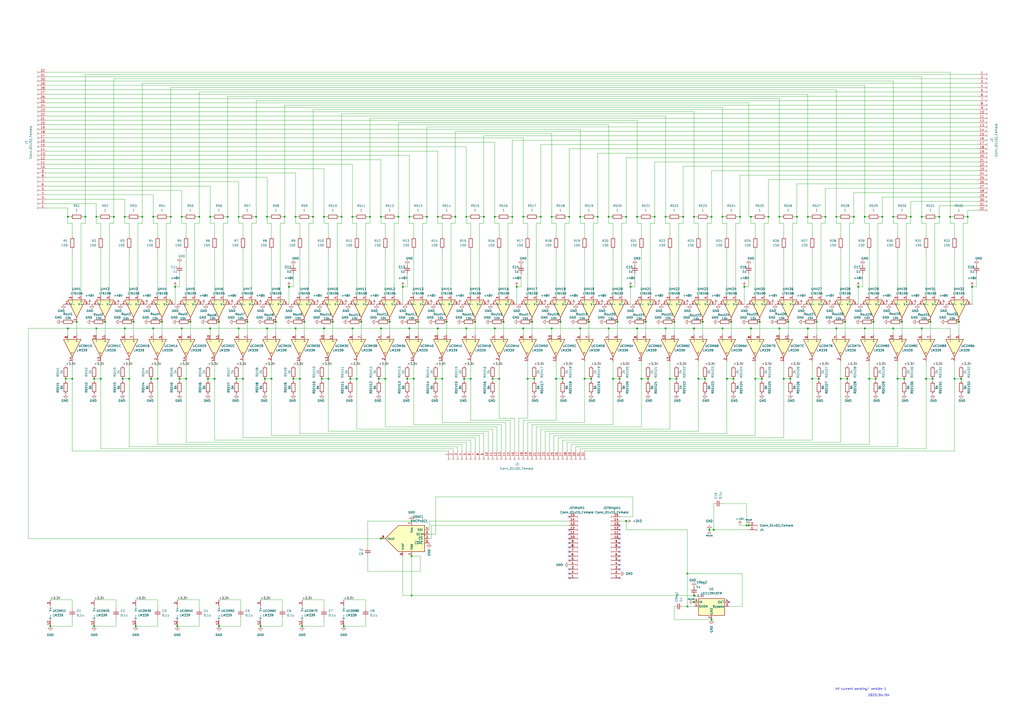
<source format=kicad_sch>
(kicad_sch (version 20211123) (generator eeschema)
  (paper "A2")
  (lib_symbols
    (symbol "Amplifier_Current:LT6106" (pin_names (offset 0.127))
      (property "Reference" "U" (at 1.27 5.08 0))
      (property "Value" "LT6106" (at 0 -5.08 0))
      (symbol "LT6106_1_1"
        (pin open_collector line (at 7.62 0 180) (length 2.54) (name "~") (number "1"))
        (pin power_in line (at -2.54 -7.62 90) (length 3.81) (name "V-") (number "2"))
        (pin input line (at -7.62 -2.54 0) (length 2.54) (name "-") (number "3"))
        (pin input line (at -7.62 2.54 0) (length 2.54) (name "+") (number "4"))
        (pin power_in line (at -2.54 7.62 270) (length 3.81) (name "V+") (number "5"))
      )
    )
    (symbol "Analog_DAC:MCP4921" (pin_names (offset 1.016))
      (property "Reference" "U" (at 6.35 10.795 0))
      (property "Value" "MCP4921" (at 6.35 8.89 0))
      (symbol "MCP4921_1_1"
        (pin power_in line (at 0 10.16 270) (length 2.54) (name "Vdd") (number "1"))
        (pin input line (at -10.16 0 0) (length 2.54) (name "~{CS}") (number "2"))
        (pin input clock (at -10.16 -2.54 0) (length 2.54) (name "SCK") (number "3"))
        (pin input line (at -10.16 -5.08 0) (length 2.54) (name "SDI") (number "4"))
        (pin input line (at -10.16 2.54 0) (length 2.54) (name "~{LDAC}") (number "5"))
        (pin power_in line (at 5.08 10.16 270) (length 2.54) (name "Vref") (number "6"))
        (pin power_in line (at 0 -10.16 90) (length 2.54) (name "Vss") (number "7"))
        (pin output line (at 17.78 0 180) (length 2.54) (name "Vout") (number "8"))
      )
    )
    (symbol "Comparator:LM339" (pin_names (offset 0.127))
      (property "Reference" "U" (at 0 5.08 0))
      (property "Value" "LM339" (at 0 -5.08 0))
      (symbol "LM339_1_1"
        (pin open_collector line (at 7.62 0 180) (length 2.54) (name "~") (number "2"))
        (pin input line (at -7.62 -2.54 0) (length 2.54) (name "-") (number "4"))
        (pin input line (at -7.62 2.54 0) (length 2.54) (name "+") (number "5"))
      )
      (symbol "LM339_2_1"
        (pin open_collector line (at 7.62 0 180) (length 2.54) (name "~") (number "1"))
        (pin input line (at -7.62 -2.54 0) (length 2.54) (name "-") (number "6"))
        (pin input line (at -7.62 2.54 0) (length 2.54) (name "+") (number "7"))
      )
      (symbol "LM339_3_1"
        (pin input line (at -7.62 -2.54 0) (length 2.54) (name "-") (number "10"))
        (pin input line (at -7.62 2.54 0) (length 2.54) (name "+") (number "11"))
        (pin open_collector line (at 7.62 0 180) (length 2.54) (name "~") (number "13"))
      )
      (symbol "LM339_4_1"
        (pin open_collector line (at 7.62 0 180) (length 2.54) (name "~") (number "14"))
        (pin input line (at -7.62 -2.54 0) (length 2.54) (name "-") (number "8"))
        (pin input line (at -7.62 2.54 0) (length 2.54) (name "+") (number "9"))
      )
      (symbol "LM339_5_1"
        (pin power_in line (at -2.54 -7.62 90) (length 3.81) (name "V-") (number "12"))
        (pin power_in line (at -2.54 7.62 270) (length 3.81) (name "V+") (number "3"))
      )
    )
    (symbol "Connector:Conn_01x02_Female" (pin_names (offset 1.016) hide)
      (property "Reference" "J" (at 0 2.54 0))
      (property "Value" "Conn_01x02_Female" (at 0 -5.08 0))
      (symbol "Conn_01x02_Female_1_1"
        (pin passive line (at -5.08 0 0) (length 3.81) (name "Pin_1") (number "1"))
        (pin passive line (at -5.08 -2.54 0) (length 3.81) (name "Pin_2") (number "2"))
      )
    )
    (symbol "Connector:Conn_01x15_Female" (pin_names (offset 1.016) hide)
      (property "Reference" "J" (at 0 20.32 0))
      (property "Value" "Conn_01x15_Female" (at 0 -20.32 0))
      (symbol "Conn_01x15_Female_1_1"
        (pin passive line (at -5.08 17.78 0) (length 3.81) (name "Pin_1") (number "1"))
        (pin passive line (at -5.08 -5.08 0) (length 3.81) (name "Pin_10") (number "10"))
        (pin passive line (at -5.08 -7.62 0) (length 3.81) (name "Pin_11") (number "11"))
        (pin passive line (at -5.08 -10.16 0) (length 3.81) (name "Pin_12") (number "12"))
        (pin passive line (at -5.08 -12.7 0) (length 3.81) (name "Pin_13") (number "13"))
        (pin passive line (at -5.08 -15.24 0) (length 3.81) (name "Pin_14") (number "14"))
        (pin passive line (at -5.08 -17.78 0) (length 3.81) (name "Pin_15") (number "15"))
        (pin passive line (at -5.08 15.24 0) (length 3.81) (name "Pin_2") (number "2"))
        (pin passive line (at -5.08 12.7 0) (length 3.81) (name "Pin_3") (number "3"))
        (pin passive line (at -5.08 10.16 0) (length 3.81) (name "Pin_4") (number "4"))
        (pin passive line (at -5.08 7.62 0) (length 3.81) (name "Pin_5") (number "5"))
        (pin passive line (at -5.08 5.08 0) (length 3.81) (name "Pin_6") (number "6"))
        (pin passive line (at -5.08 2.54 0) (length 3.81) (name "Pin_7") (number "7"))
        (pin passive line (at -5.08 0 0) (length 3.81) (name "Pin_8") (number "8"))
        (pin passive line (at -5.08 -2.54 0) (length 3.81) (name "Pin_9") (number "9"))
      )
    )
    (symbol "Connector:Conn_01x32_Female" (pin_names (offset 1.016) hide)
      (property "Reference" "J" (at 0 40.64 0))
      (property "Value" "Conn_01x32_Female" (at 0 -43.18 0))
      (symbol "Conn_01x32_Female_1_1"
        (pin passive line (at -5.08 38.1 0) (length 3.81) (name "Pin_1") (number "1"))
        (pin passive line (at -5.08 15.24 0) (length 3.81) (name "Pin_10") (number "10"))
        (pin passive line (at -5.08 12.7 0) (length 3.81) (name "Pin_11") (number "11"))
        (pin passive line (at -5.08 10.16 0) (length 3.81) (name "Pin_12") (number "12"))
        (pin passive line (at -5.08 7.62 0) (length 3.81) (name "Pin_13") (number "13"))
        (pin passive line (at -5.08 5.08 0) (length 3.81) (name "Pin_14") (number "14"))
        (pin passive line (at -5.08 2.54 0) (length 3.81) (name "Pin_15") (number "15"))
        (pin passive line (at -5.08 0 0) (length 3.81) (name "Pin_16") (number "16"))
        (pin passive line (at -5.08 -2.54 0) (length 3.81) (name "Pin_17") (number "17"))
        (pin passive line (at -5.08 -5.08 0) (length 3.81) (name "Pin_18") (number "18"))
        (pin passive line (at -5.08 -7.62 0) (length 3.81) (name "Pin_19") (number "19"))
        (pin passive line (at -5.08 35.56 0) (length 3.81) (name "Pin_2") (number "2"))
        (pin passive line (at -5.08 -10.16 0) (length 3.81) (name "Pin_20") (number "20"))
        (pin passive line (at -5.08 -12.7 0) (length 3.81) (name "Pin_21") (number "21"))
        (pin passive line (at -5.08 -15.24 0) (length 3.81) (name "Pin_22") (number "22"))
        (pin passive line (at -5.08 -17.78 0) (length 3.81) (name "Pin_23") (number "23"))
        (pin passive line (at -5.08 -20.32 0) (length 3.81) (name "Pin_24") (number "24"))
        (pin passive line (at -5.08 -22.86 0) (length 3.81) (name "Pin_25") (number "25"))
        (pin passive line (at -5.08 -25.4 0) (length 3.81) (name "Pin_26") (number "26"))
        (pin passive line (at -5.08 -27.94 0) (length 3.81) (name "Pin_27") (number "27"))
        (pin passive line (at -5.08 -30.48 0) (length 3.81) (name "Pin_28") (number "28"))
        (pin passive line (at -5.08 -33.02 0) (length 3.81) (name "Pin_29") (number "29"))
        (pin passive line (at -5.08 33.02 0) (length 3.81) (name "Pin_3") (number "3"))
        (pin passive line (at -5.08 -35.56 0) (length 3.81) (name "Pin_30") (number "30"))
        (pin passive line (at -5.08 -38.1 0) (length 3.81) (name "Pin_31") (number "31"))
        (pin passive line (at -5.08 -40.64 0) (length 3.81) (name "Pin_32") (number "32"))
        (pin passive line (at -5.08 30.48 0) (length 3.81) (name "Pin_4") (number "4"))
        (pin passive line (at -5.08 27.94 0) (length 3.81) (name "Pin_5") (number "5"))
        (pin passive line (at -5.08 25.4 0) (length 3.81) (name "Pin_6") (number "6"))
        (pin passive line (at -5.08 22.86 0) (length 3.81) (name "Pin_7") (number "7"))
        (pin passive line (at -5.08 20.32 0) (length 3.81) (name "Pin_8") (number "8"))
        (pin passive line (at -5.08 17.78 0) (length 3.81) (name "Pin_9") (number "9"))
      )
    )
    (symbol "Device:C_Small" (pin_numbers hide) (pin_names (offset 0.254) hide)
      (property "Reference" "C" (at 0.254 1.778 0))
      (property "Value" "C_Small" (at 0.254 -2.032 0))
      (symbol "C_Small_1_1"
        (pin passive line (at 0 2.54 270) (length 2.032) (name "~") (number "1"))
        (pin passive line (at 0 -2.54 90) (length 2.032) (name "~") (number "2"))
      )
    )
    (symbol "Device:R" (pin_numbers hide) (pin_names (offset 0))
      (property "Reference" "R" (at 2.032 0 90))
      (property "Value" "R" (at 0 0 90))
      (symbol "R_1_1"
        (pin passive line (at 0 3.81 270) (length 1.27) (name "~") (number "1"))
        (pin passive line (at 0 -3.81 90) (length 1.27) (name "~") (number "2"))
      )
    )
    (symbol "Regulator_Linear:LK112M15TR" (pin_names (offset 0.254))
      (property "Reference" "U" (at -6.35 5.715 0))
      (property "Value" "LK112M15TR" (at 0 5.715 0))
      (symbol "LK112M15TR_1_1"
        (pin input line (at -10.16 0 0) (length 2.54) (name "SHDN") (number "1"))
        (pin power_in line (at 0 -7.62 90) (length 2.54) (name "GND") (number "2"))
        (pin passive line (at 10.16 0 180) (length 2.54) (name "Bypass") (number "3"))
        (pin power_out line (at 10.16 2.54 180) (length 2.54) (name "OUT") (number "4"))
        (pin power_in line (at -10.16 2.54 0) (length 2.54) (name "IN") (number "5"))
      )
    )
    (symbol "power:+3V3" (power) (pin_names (offset 0))
      (property "Value" "+3V3" (at 0 3.556 0))
      (symbol "+3V3_1_1"
        (pin power_in line (at 0 0 90) (length 0) hide (name "+3V3") (number "1"))
      )
    )
    (symbol "power:+48V" (power) (pin_names (offset 0))
      (property "Value" "+48V" (at 0 3.556 0))
      (symbol "+48V_1_1"
        (pin power_in line (at 0 0 90) (length 0) hide (name "+48V") (number "1"))
      )
    )
    (symbol "power:GND" (power) (pin_names (offset 0))
      (property "Value" "GND" (at 0 -3.81 0))
      (symbol "GND_1_1"
        (pin power_in line (at 0 0 270) (length 0) hide (name "GND") (number "1"))
      )
    )
    (symbol "power:PWR_FLAG" (power) (pin_numbers hide) (pin_names (offset 0) hide)
      (property "Value" "PWR_FLAG" (at 0 3.81 0))
      (symbol "PWR_FLAG_0_0"
        (pin power_out line (at 0 0 90) (length 0) (name "pwr") (number "1"))
      )
    )
  )
  (junction (at 204.47 190.5))
  (junction (at 468.63 190.5))
  (junction (at 431.8 166.37))
  (junction (at 154.94 125.73))
  (junction (at 242.57 186.69))
  (junction (at 524.51 219.71))
  (junction (at 398.78 332.74))
  (junction (at 237.49 125.73))
  (junction (at 358.14 186.69))
  (junction (at 355.6 219.71))
  (junction (at 49.53 125.73))
  (junction (at 534.67 125.73))
  (junction (at 29.21 363.22))
  (junction (at 275.59 186.69))
  (junction (at 336.55 190.5))
  (junction (at 424.18 186.69))
  (junction (at 190.5 219.71))
  (junction (at 411.48 307.34))
  (junction (at 539.75 186.69))
  (junction (at 457.2 186.69))
  (junction (at 181.61 125.73))
  (junction (at 313.69 125.73))
  (junction (at 285.75 219.71))
  (junction (at 339.09 219.71))
  (junction (at 237.49 190.5))
  (junction (at 485.14 125.73))
  (junction (at 66.04 125.73))
  (junction (at 303.53 125.73))
  (junction (at 88.9 190.5))
  (junction (at 563.88 166.37))
  (junction (at 445.77 125.73))
  (junction (at 238.76 345.44))
  (junction (at 336.55 125.73))
  (junction (at 39.37 190.5))
  (junction (at 462.28 125.73))
  (junction (at 541.02 219.71))
  (junction (at 402.59 345.44))
  (junction (at 346.71 125.73))
  (junction (at 506.73 186.69))
  (junction (at 236.22 219.71))
  (junction (at 369.57 125.73))
  (junction (at 148.59 125.73))
  (junction (at 523.24 186.69))
  (junction (at 55.88 190.5))
  (junction (at 209.55 186.69))
  (junction (at 204.47 125.73))
  (junction (at 342.9 219.71))
  (junction (at 363.22 302.26))
  (junction (at 478.79 125.73))
  (junction (at 292.1 186.69))
  (junction (at 127 186.69))
  (junction (at 471.17 219.71))
  (junction (at 474.98 219.71))
  (junction (at 138.43 190.5))
  (junction (at 207.01 219.71))
  (junction (at 55.88 125.73))
  (junction (at 72.39 125.73))
  (junction (at 402.59 190.5))
  (junction (at 458.47 219.71))
  (junction (at 54.61 363.22))
  (junction (at 388.62 219.71))
  (junction (at 379.73 125.73))
  (junction (at 520.7 219.71))
  (junction (at 160.02 186.69))
  (junction (at 501.65 125.73))
  (junction (at 414.02 307.34))
  (junction (at 78.74 363.22))
  (junction (at 115.57 125.73))
  (junction (at 102.87 363.22))
  (junction (at 433.07 304.8))
  (junction (at 501.65 190.5))
  (junction (at 157.48 219.71))
  (junction (at 231.14 125.73))
  (junction (at 386.08 125.73))
  (junction (at 44.45 186.69))
  (junction (at 309.88 219.71))
  (junction (at 223.52 219.71))
  (junction (at 306.07 219.71))
  (junction (at 273.05 219.71))
  (junction (at 41.91 219.71))
  (junction (at 386.08 190.5))
  (junction (at 553.72 219.71))
  (junction (at 93.98 186.69))
  (junction (at 219.71 219.71))
  (junction (at 176.53 186.69))
  (junction (at 140.97 219.71))
  (junction (at 359.41 219.71))
  (junction (at 175.26 363.22))
  (junction (at 473.71 186.69))
  (junction (at 398.78 351.79))
  (junction (at 303.53 190.5))
  (junction (at 534.67 190.5))
  (junction (at 199.39 363.22))
  (junction (at 74.93 219.71))
  (junction (at 193.04 186.69))
  (junction (at 374.65 186.69))
  (junction (at 402.59 125.73))
  (junction (at 363.22 125.73))
  (junction (at 353.06 190.5))
  (junction (at 551.18 125.73))
  (junction (at 353.06 125.73))
  (junction (at 165.1 125.73))
  (junction (at 495.3 125.73))
  (junction (at 120.65 219.71))
  (junction (at 238.76 302.26))
  (junction (at 408.94 219.71))
  (junction (at 91.44 219.71))
  (junction (at 171.45 125.73))
  (junction (at 187.96 125.73))
  (junction (at 186.69 219.71))
  (junction (at 557.53 219.71))
  (junction (at 127 363.22))
  (junction (at 287.02 190.5))
  (junction (at 452.12 125.73))
  (junction (at 518.16 125.73))
  (junction (at 412.75 125.73))
  (junction (at 72.39 190.5))
  (junction (at 226.06 186.69))
  (junction (at 412.75 359.41))
  (junction (at 435.61 190.5))
  (junction (at 511.81 125.73))
  (junction (at 419.1 125.73))
  (junction (at 124.46 219.71))
  (junction (at 407.67 186.69))
  (junction (at 254 190.5))
  (junction (at 452.12 190.5))
  (junction (at 405.13 219.71))
  (junction (at 203.2 219.71))
  (junction (at 87.63 219.71))
  (junction (at 170.18 219.71))
  (junction (at 214.63 125.73))
  (junction (at 173.99 219.71))
  (junction (at 375.92 219.71))
  (junction (at 402.59 349.25))
  (junction (at 487.68 219.71))
  (junction (at 143.51 186.69))
  (junction (at 101.6 166.37))
  (junction (at 396.24 125.73))
  (junction (at 154.94 190.5))
  (junction (at 137.16 219.71))
  (junction (at 330.2 125.73))
  (junction (at 270.51 125.73))
  (junction (at 504.19 219.71))
  (junction (at 468.63 125.73))
  (junction (at 561.34 125.73))
  (junction (at 454.66 219.71))
  (junction (at 247.65 125.73))
  (junction (at 132.08 125.73))
  (junction (at 238.76 322.58))
  (junction (at 153.67 219.71))
  (junction (at 425.45 219.71))
  (junction (at 508 219.71))
  (junction (at 259.08 186.69))
  (junction (at 528.32 125.73))
  (junction (at 167.64 166.37))
  (junction (at 341.63 186.69))
  (junction (at 289.56 219.71))
  (junction (at 121.92 125.73))
  (junction (at 287.02 125.73))
  (junction (at 71.12 219.71))
  (junction (at 299.72 166.37))
  (junction (at 491.49 219.71))
  (junction (at 121.92 190.5))
  (junction (at 326.39 219.71))
  (junction (at 138.43 125.73))
  (junction (at 110.49 186.69))
  (junction (at 365.76 166.37))
  (junction (at 392.43 219.71))
  (junction (at 38.1 219.71))
  (junction (at 544.83 125.73))
  (junction (at 537.21 219.71))
  (junction (at 187.96 190.5))
  (junction (at 440.69 186.69))
  (junction (at 82.55 125.73))
  (junction (at 372.11 219.71))
  (junction (at 220.98 312.42))
  (junction (at 438.15 219.71))
  (junction (at 320.04 190.5))
  (junction (at 269.24 219.71))
  (junction (at 270.51 190.5))
  (junction (at 252.73 219.71))
  (junction (at 556.26 186.69))
  (junction (at 254 125.73))
  (junction (at 419.1 190.5))
  (junction (at 280.67 125.73))
  (junction (at 60.96 186.69))
  (junction (at 105.41 125.73))
  (junction (at 220.98 125.73))
  (junction (at 434.34 304.8))
  (junction (at 77.47 186.69))
  (junction (at 54.61 219.71))
  (junction (at 264.16 125.73))
  (junction (at 320.04 125.73))
  (junction (at 497.84 166.37))
  (junction (at 490.22 186.69))
  (junction (at 297.18 125.73))
  (junction (at 369.57 190.5))
  (junction (at 171.45 190.5))
  (junction (at 220.98 190.5))
  (junction (at 518.16 190.5))
  (junction (at 441.96 219.71))
  (junction (at 88.9 125.73))
  (junction (at 198.12 125.73))
  (junction (at 435.61 125.73))
  (junction (at 308.61 186.69))
  (junction (at 107.95 219.71))
  (junction (at 39.37 125.73))
  (junction (at 421.64 219.71))
  (junction (at 151.13 363.22))
  (junction (at 240.03 219.71))
  (junction (at 429.26 125.73))
  (junction (at 325.12 186.69))
  (junction (at 105.41 190.5))
  (junction (at 104.14 219.71))
  (junction (at 99.06 125.73))
  (junction (at 58.42 219.71))
  (junction (at 256.54 219.71))
  (junction (at 322.58 219.71))
  (junction (at 233.68 166.37))
  (junction (at 391.16 186.69))
  (junction (at 485.14 190.5))
  (no_connect (at 359.41 307.34))
  (no_connect (at 359.41 312.42))
  (no_connect (at 330.2 325.12))
  (no_connect (at 330.2 335.28))
  (no_connect (at 330.2 332.74))
  (no_connect (at 330.2 330.2))
  (no_connect (at 359.41 335.28))
  (no_connect (at 422.91 349.25))
  (no_connect (at 359.41 309.88))
  (no_connect (at 330.2 314.96))
  (no_connect (at 330.2 299.72))
  (no_connect (at 330.2 307.34))
  (no_connect (at 359.41 330.2))
  (no_connect (at 330.2 312.42))
  (no_connect (at 359.41 322.58))
  (no_connect (at 359.41 304.8))
  (no_connect (at 359.41 317.5))
  (no_connect (at 330.2 322.58))
  (no_connect (at 330.2 309.88))
  (no_connect (at 359.41 325.12))
  (no_connect (at 359.41 327.66))
  (no_connect (at 330.2 317.5))
  (no_connect (at 330.2 320.04))
  (no_connect (at 359.41 320.04))
  (no_connect (at 359.41 314.96))
  (wire (pts (xy 289.56 144.78) (xy 289.56 171.45)))
  (wire (pts (xy 454.66 219.71) (xy 458.47 219.71)))
  (wire (pts (xy 336.55 74.93) (xy 336.55 125.73)))
  (wire (pts (xy 240.03 129.54) (xy 240.03 137.16)))
  (wire (pts (xy 26.67 67.31) (xy 386.08 67.31)))
  (wire (pts (xy 91.44 219.71) (xy 91.44 257.81)))
  (wire (pts (xy 26.67 77.47) (xy 320.04 77.47)))
  (wire (pts (xy 212.09 353.06) (xy 212.09 347.98)))
  (wire (pts (xy 49.53 43.18) (xy 49.53 125.73)))
  (wire (pts (xy 520.7 219.71) (xy 520.7 259.08)))
  (wire (pts (xy 556.26 186.69) (xy 556.26 194.31)))
  (wire (pts (xy 273.05 255.27) (xy 273.05 261.62)))
  (wire (pts (xy 525.78 129.54) (xy 525.78 171.45)))
  (wire (pts (xy 209.55 186.69) (xy 209.55 194.31)))
  (wire (pts (xy 165.1 125.73) (xy 165.1 129.54)))
  (wire (pts (xy 173.99 219.71) (xy 173.99 251.46)))
  (wire (pts (xy 289.56 219.71) (xy 289.56 242.57)))
  (wire (pts (xy 140.97 254) (xy 275.59 254)))
  (wire (pts (xy 454.66 129.54) (xy 452.12 129.54)))
  (wire (pts (xy 163.83 347.98) (xy 151.13 347.98)))
  (wire (pts (xy 74.93 219.71) (xy 71.12 219.71)))
  (wire (pts (xy 247.65 125.73) (xy 247.65 129.54)))
  (wire (pts (xy 26.67 97.79) (xy 187.96 97.79)))
  (wire (pts (xy 431.8 166.37) (xy 431.8 176.53)))
  (wire (pts (xy 26.67 95.25) (xy 204.47 95.25)))
  (wire (pts (xy 321.31 252.73) (xy 321.31 261.62)))
  (wire (pts (xy 363.22 91.44) (xy 363.22 125.73)))
  (wire (pts (xy 26.67 80.01) (xy 303.53 80.01)))
  (wire (pts (xy 99.06 50.8) (xy 567.69 50.8)))
  (wire (pts (xy 355.6 219.71) (xy 355.6 246.38)))
  (wire (pts (xy 124.46 255.27) (xy 273.05 255.27)))
  (wire (pts (xy 551.18 125.73) (xy 551.18 129.54)))
  (wire (pts (xy 303.53 243.84) (xy 303.53 261.62)))
  (wire (pts (xy 567.69 91.44) (xy 363.22 91.44)))
  (wire (pts (xy 398.78 307.34) (xy 363.22 307.34)))
  (wire (pts (xy 567.69 121.92) (xy 561.34 121.92)))
  (wire (pts (xy 223.52 219.71) (xy 219.71 219.71)))
  (wire (pts (xy 345.44 125.73) (xy 346.71 125.73)))
  (wire (pts (xy 500.38 158.75) (xy 500.38 166.37)))
  (wire (pts (xy 346.71 125.73) (xy 346.71 129.54)))
  (wire (pts (xy 290.83 246.38) (xy 290.83 261.62)))
  (wire (pts (xy 288.29 247.65) (xy 288.29 261.62)))
  (wire (pts (xy 396.24 351.79) (xy 398.78 351.79)))
  (wire (pts (xy 553.72 129.54) (xy 553.72 137.16)))
  (wire (pts (xy 287.02 194.31) (xy 287.02 190.5)))
  (wire (pts (xy 306.07 144.78) (xy 306.07 171.45)))
  (wire (pts (xy 26.67 110.49) (xy 105.41 110.49)))
  (wire (pts (xy 82.55 125.73) (xy 82.55 129.54)))
  (wire (pts (xy 129.54 129.54) (xy 129.54 171.45)))
  (wire (pts (xy 320.04 125.73) (xy 321.31 125.73)))
  (wire (pts (xy 285.75 248.92) (xy 285.75 261.62)))
  (wire (pts (xy 240.03 209.55) (xy 240.03 219.71)))
  (wire (pts (xy 212.09 363.22) (xy 199.39 363.22)))
  (wire (pts (xy 520.7 129.54) (xy 520.7 137.16)))
  (wire (pts (xy 115.57 347.98) (xy 102.87 347.98)))
  (wire (pts (xy 278.13 129.54) (xy 278.13 171.45)))
  (wire (pts (xy 490.22 186.69) (xy 490.22 194.31)))
  (wire (pts (xy 537.21 129.54) (xy 534.67 129.54)))
  (wire (pts (xy 238.76 345.44) (xy 402.59 345.44)))
  (wire (pts (xy 63.5 129.54) (xy 66.04 129.54)))
  (wire (pts (xy 471.17 129.54) (xy 471.17 137.16)))
  (wire (pts (xy 339.09 129.54) (xy 339.09 137.16)))
  (wire (pts (xy 264.16 76.2) (xy 264.16 125.73)))
  (wire (pts (xy 173.99 129.54) (xy 171.45 129.54)))
  (wire (pts (xy 320.04 125.73) (xy 320.04 129.54)))
  (wire (pts (xy 334.01 259.08) (xy 334.01 261.62)))
  (wire (pts (xy 240.03 246.38) (xy 290.83 246.38)))
  (wire (pts (xy 323.85 254) (xy 323.85 261.62)))
  (wire (pts (xy 454.66 129.54) (xy 454.66 137.16)))
  (wire (pts (xy 429.26 304.8) (xy 433.07 304.8)))
  (wire (pts (xy 180.34 125.73) (xy 181.61 125.73)))
  (wire (pts (xy 107.95 219.71) (xy 107.95 256.54)))
  (wire (pts (xy 452.12 125.73) (xy 453.39 125.73)))
  (wire (pts (xy 377.19 129.54) (xy 379.73 129.54)))
  (wire (pts (xy 328.93 125.73) (xy 330.2 125.73)))
  (wire (pts (xy 130.81 125.73) (xy 132.08 125.73)))
  (wire (pts (xy 313.69 248.92) (xy 313.69 261.62)))
  (wire (pts (xy 247.65 73.66) (xy 567.69 73.66)))
  (wire (pts (xy 96.52 129.54) (xy 96.52 171.45)))
  (wire (pts (xy 96.52 129.54) (xy 99.06 129.54)))
  (wire (pts (xy 245.11 129.54) (xy 247.65 129.54)))
  (wire (pts (xy 58.42 144.78) (xy 58.42 171.45)))
  (wire (pts (xy 26.67 115.57) (xy 72.39 115.57)))
  (wire (pts (xy 372.11 144.78) (xy 372.11 171.45)))
  (wire (pts (xy 256.54 129.54) (xy 254 129.54)))
  (wire (pts (xy 369.57 194.31) (xy 369.57 190.5)))
  (wire (pts (xy 228.6 129.54) (xy 231.14 129.54)))
  (wire (pts (xy 476.25 129.54) (xy 476.25 171.45)))
  (wire (pts (xy 171.45 125.73) (xy 171.45 129.54)))
  (wire (pts (xy 421.64 251.46) (xy 318.77 251.46)))
  (wire (pts (xy 461.01 125.73) (xy 462.28 125.73)))
  (wire (pts (xy 388.62 209.55) (xy 388.62 219.71)))
  (wire (pts (xy 110.49 186.69) (xy 110.49 194.31)))
  (wire (pts (xy 468.63 190.5) (xy 452.12 190.5)))
  (wire (pts (xy 471.17 209.55) (xy 471.17 219.71)))
  (wire (pts (xy 124.46 219.71) (xy 120.65 219.71)))
  (wire (pts (xy 537.21 260.35) (xy 336.55 260.35)))
  (wire (pts (xy 411.48 307.34) (xy 414.02 307.34)))
  (wire (pts (xy 146.05 129.54) (xy 146.05 171.45)))
  (wire (pts (xy 287.02 82.55) (xy 287.02 125.73)))
  (wire (pts (xy 421.64 144.78) (xy 421.64 171.45)))
  (wire (pts (xy 171.45 100.33) (xy 171.45 125.73)))
  (wire (pts (xy 336.55 190.5) (xy 320.04 190.5)))
  (wire (pts (xy 322.58 129.54) (xy 322.58 137.16)))
  (wire (pts (xy 421.64 219.71) (xy 421.64 251.46)))
  (wire (pts (xy 186.69 220.98) (xy 186.69 219.71)))
  (wire (pts (xy 270.51 85.09) (xy 270.51 125.73)))
  (wire (pts (xy 306.07 242.57) (xy 300.99 242.57)))
  (wire (pts (xy 438.15 129.54) (xy 438.15 137.16)))
  (wire (pts (xy 353.06 190.5) (xy 336.55 190.5)))
  (wire (pts (xy 544.83 119.38) (xy 544.83 125.73)))
  (wire (pts (xy 72.39 125.73) (xy 72.39 129.54)))
  (wire (pts (xy 563.88 166.37) (xy 566.42 166.37)))
  (wire (pts (xy 148.59 58.42) (xy 567.69 58.42)))
  (wire (pts (xy 82.55 48.26) (xy 82.55 125.73)))
  (wire (pts (xy 187.96 194.31) (xy 187.96 190.5)))
  (wire (pts (xy 67.31 347.98) (xy 54.61 347.98)))
  (wire (pts (xy 165.1 60.96) (xy 165.1 125.73)))
  (wire (pts (xy 405.13 250.19) (xy 316.23 250.19)))
  (wire (pts (xy 254 190.5) (xy 237.49 190.5)))
  (wire (pts (xy 322.58 219.71) (xy 322.58 243.84)))
  (wire (pts (xy 67.31 358.14) (xy 67.31 363.22)))
  (wire (pts (xy 398.78 332.74) (xy 398.78 307.34)))
  (wire (pts (xy 280.67 125.73) (xy 280.67 129.54)))
  (wire (pts (xy 372.11 129.54) (xy 369.57 129.54)))
  (wire (pts (xy 303.53 194.31) (xy 303.53 190.5)))
  (wire (pts (xy 369.57 125.73) (xy 369.57 129.54)))
  (wire (pts (xy 64.77 125.73) (xy 66.04 125.73)))
  (wire (pts (xy 265.43 259.08) (xy 265.43 261.62)))
  (wire (pts (xy 452.12 125.73) (xy 452.12 57.15)))
  (wire (pts (xy 511.81 114.3) (xy 511.81 125.73)))
  (wire (pts (xy 104.14 220.98) (xy 104.14 219.71)))
  (wire (pts (xy 363.22 125.73) (xy 363.22 129.54)))
  (wire (pts (xy 74.93 129.54) (xy 72.39 129.54)))
  (wire (pts (xy 238.76 322.58) (xy 238.76 345.44)))
  (wire (pts (xy 312.42 125.73) (xy 313.69 125.73)))
  (wire (pts (xy 147.32 125.73) (xy 148.59 125.73)))
  (wire (pts (xy 504.19 209.55) (xy 504.19 219.71)))
  (wire (pts (xy 392.43 220.98) (xy 392.43 219.71)))
  (wire (pts (xy 273.05 243.84) (xy 295.91 243.84)))
  (wire (pts (xy 375.92 220.98) (xy 375.92 219.71)))
  (wire (pts (xy 41.91 209.55) (xy 41.91 219.71)))
  (wire (pts (xy 41.91 358.14) (xy 41.91 363.22)))
  (wire (pts (xy 203.2 220.98) (xy 203.2 219.71)))
  (wire (pts (xy 553.72 144.78) (xy 553.72 171.45)))
  (wire (pts (xy 240.03 129.54) (xy 237.49 129.54)))
  (wire (pts (xy 326.39 255.27) (xy 326.39 261.62)))
  (wire (pts (xy 567.69 48.26) (xy 82.55 48.26)))
  (wire (pts (xy 213.36 302.26) (xy 238.76 302.26)))
  (wire (pts (xy 563.88 166.37) (xy 563.88 176.53)))
  (wire (pts (xy 452.12 194.31) (xy 452.12 190.5)))
  (wire (pts (xy 132.08 125.73) (xy 132.08 129.54)))
  (wire (pts (xy 328.93 256.54) (xy 328.93 261.62)))
  (wire (pts (xy 567.69 43.18) (xy 49.53 43.18)))
  (wire (pts (xy 154.94 102.87) (xy 154.94 125.73)))
  (wire (pts (xy 105.41 125.73) (xy 105.41 129.54)))
  (wire (pts (xy 542.29 129.54) (xy 542.29 171.45)))
  (wire (pts (xy 49.53 125.73) (xy 49.53 129.54)))
  (wire (pts (xy 58.42 260.35) (xy 262.89 260.35)))
  (wire (pts (xy 424.18 186.69) (xy 424.18 194.31)))
  (wire (pts (xy 358.14 186.69) (xy 358.14 194.31)))
  (wire (pts (xy 510.54 125.73) (xy 511.81 125.73)))
  (wire (pts (xy 346.71 125.73) (xy 346.71 88.9)))
  (wire (pts (xy 26.67 92.71) (xy 220.98 92.71)))
  (wire (pts (xy 379.73 125.73) (xy 379.73 129.54)))
  (wire (pts (xy 137.16 220.98) (xy 137.16 219.71)))
  (wire (pts (xy 77.47 186.69) (xy 77.47 194.31)))
  (wire (pts (xy 322.58 209.55) (xy 322.58 219.71)))
  (wire (pts (xy 273.05 219.71) (xy 269.24 219.71)))
  (wire (pts (xy 567.69 53.34) (xy 115.57 53.34)))
  (wire (pts (xy 567.69 106.68) (xy 462.28 106.68)))
  (wire (pts (xy 336.55 194.31) (xy 336.55 190.5)))
  (wire (pts (xy 445.77 104.14) (xy 445.77 125.73)))
  (wire (pts (xy 567.69 76.2) (xy 264.16 76.2)))
  (wire (pts (xy 534.67 125.73) (xy 535.94 125.73)))
  (wire (pts (xy 58.42 219.71) (xy 54.61 219.71)))
  (wire (pts (xy 245.11 129.54) (xy 245.11 171.45)))
  (wire (pts (xy 256.54 245.11) (xy 293.37 245.11)))
  (wire (pts (xy 41.91 261.62) (xy 260.35 261.62)))
  (wire (pts (xy 181.61 125.73) (xy 181.61 63.5)))
  (wire (pts (xy 435.61 125.73) (xy 436.88 125.73)))
  (wire (pts (xy 138.43 105.41) (xy 138.43 125.73)))
  (wire (pts (xy 414.02 307.34) (xy 434.34 307.34)))
  (wire (pts (xy 372.11 209.55) (xy 372.11 219.71)))
  (wire (pts (xy 306.07 129.54) (xy 306.07 137.16)))
  (wire (pts (xy 129.54 129.54) (xy 132.08 129.54)))
  (wire (pts (xy 295.91 243.84) (xy 295.91 261.62)))
  (wire (pts (xy 223.52 209.55) (xy 223.52 219.71)))
  (wire (pts (xy 26.67 105.41) (xy 138.43 105.41)))
  (wire (pts (xy 443.23 129.54) (xy 443.23 171.45)))
  (wire (pts (xy 91.44 129.54) (xy 88.9 129.54)))
  (wire (pts (xy 124.46 219.71) (xy 124.46 255.27)))
  (wire (pts (xy 16.51 190.5) (xy 39.37 190.5)))
  (wire (pts (xy 561.34 125.73) (xy 561.34 129.54)))
  (wire (pts (xy 485.14 52.07) (xy 26.67 52.07)))
  (wire (pts (xy 504.19 129.54) (xy 504.19 137.16)))
  (wire (pts (xy 236.22 158.75) (xy 236.22 166.37)))
  (wire (pts (xy 295.91 125.73) (xy 297.18 125.73)))
  (wire (pts (xy 41.91 353.06) (xy 41.91 347.98)))
  (wire (pts (xy 289.56 219.71) (xy 285.75 219.71)))
  (wire (pts (xy 240.03 219.71) (xy 236.22 219.71)))
  (wire (pts (xy 80.01 129.54) (xy 80.01 171.45)))
  (wire (pts (xy 553.72 219.71) (xy 557.53 219.71)))
  (wire (pts (xy 139.7 363.22) (xy 127 363.22)))
  (wire (pts (xy 537.21 129.54) (xy 537.21 137.16)))
  (wire (pts (xy 429.26 125.73) (xy 429.26 129.54)))
  (wire (pts (xy 223.52 129.54) (xy 220.98 129.54)))
  (wire (pts (xy 146.05 129.54) (xy 148.59 129.54)))
  (wire (pts (xy 468.63 125.73) (xy 468.63 54.61)))
  (wire (pts (xy 259.08 186.69) (xy 259.08 194.31)))
  (wire (pts (xy 88.9 194.31) (xy 88.9 190.5)))
  (wire (pts (xy 537.21 219.71) (xy 541.02 219.71)))
  (wire (pts (xy 433.07 304.8) (xy 434.34 304.8)))
  (wire (pts (xy 240.03 219.71) (xy 240.03 246.38)))
  (wire (pts (xy 58.42 209.55) (xy 58.42 219.71)))
  (wire (pts (xy 396.24 96.52) (xy 396.24 125.73)))
  (wire (pts (xy 495.3 125.73) (xy 495.3 129.54)))
  (wire (pts (xy 293.37 245.11) (xy 293.37 261.62)))
  (wire (pts (xy 388.62 144.78) (xy 388.62 171.45)))
  (wire (pts (xy 396.24 125.73) (xy 396.24 129.54)))
  (wire (pts (xy 26.67 74.93) (xy 336.55 74.93)))
  (wire (pts (xy 454.66 209.55) (xy 454.66 219.71)))
  (wire (pts (xy 121.92 194.31) (xy 121.92 190.5)))
  (wire (pts (xy 162.56 129.54) (xy 165.1 129.54)))
  (wire (pts (xy 233.68 345.44) (xy 238.76 345.44)))
  (wire (pts (xy 39.37 125.73) (xy 39.37 129.54)))
  (wire (pts (xy 240.03 144.78) (xy 240.03 171.45)))
  (wire (pts (xy 157.48 209.55) (xy 157.48 219.71)))
  (wire (pts (xy 355.6 129.54) (xy 355.6 137.16)))
  (wire (pts (xy 344.17 129.54) (xy 344.17 171.45)))
  (wire (pts (xy 212.09 129.54) (xy 214.63 129.54)))
  (wire (pts (xy 353.06 125.73) (xy 353.06 129.54)))
  (wire (pts (xy 398.78 351.79) (xy 402.59 351.79)))
  (wire (pts (xy 495.3 111.76) (xy 495.3 125.73)))
  (wire (pts (xy 421.64 129.54) (xy 421.64 137.16)))
  (wire (pts (xy 254 125.73) (xy 255.27 125.73)))
  (wire (pts (xy 275.59 186.69) (xy 275.59 194.31)))
  (wire (pts (xy 537.21 219.71) (xy 537.21 260.35)))
  (wire (pts (xy 306.07 209.55) (xy 306.07 219.71)))
  (wire (pts (xy 237.49 194.31) (xy 237.49 190.5)))
  (wire (pts (xy 91.44 347.98) (xy 78.74 347.98)))
  (wire (pts (xy 339.09 219.71) (xy 342.9 219.71)))
  (wire (pts (xy 306.07 245.11) (xy 306.07 261.62)))
  (wire (pts (xy 471.17 219.71) (xy 471.17 255.27)))
  (wire (pts (xy 388.62 248.92) (xy 313.69 248.92)))
  (wire (pts (xy 248.92 307.34) (xy 248.92 302.26)))
  (wire (pts (xy 139.7 358.14) (xy 139.7 363.22)))
  (wire (pts (xy 207.01 144.78) (xy 207.01 171.45)))
  (wire (pts (xy 429.26 101.6) (xy 429.26 125.73)))
  (wire (pts (xy 309.88 220.98) (xy 309.88 219.71)))
  (wire (pts (xy 41.91 129.54) (xy 41.91 137.16)))
  (wire (pts (xy 138.43 125.73) (xy 138.43 129.54)))
  (wire (pts (xy 55.88 125.73) (xy 57.15 125.73)))
  (wire (pts (xy 153.67 220.98) (xy 153.67 219.71)))
  (wire (pts (xy 74.93 144.78) (xy 74.93 171.45)))
  (wire (pts (xy 485.14 125.73) (xy 486.41 125.73)))
  (wire (pts (xy 38.1 220.98) (xy 38.1 219.71)))
  (wire (pts (xy 254 194.31) (xy 254 190.5)))
  (wire (pts (xy 452.12 125.73) (xy 452.12 129.54)))
  (wire (pts (xy 190.5 129.54) (xy 190.5 137.16)))
  (wire (pts (xy 228.6 129.54) (xy 228.6 171.45)))
  (wire (pts (xy 233.68 322.58) (xy 233.68 345.44)))
  (wire (pts (xy 501.65 49.53) (xy 26.67 49.53)))
  (wire (pts (xy 171.45 190.5) (xy 154.94 190.5)))
  (wire (pts (xy 353.06 125.73) (xy 354.33 125.73)))
  (wire (pts (xy 237.49 125.73) (xy 237.49 129.54)))
  (wire (pts (xy 553.72 261.62) (xy 339.09 261.62)))
  (wire (pts (xy 438.15 252.73) (xy 321.31 252.73)))
  (wire (pts (xy 520.7 209.55) (xy 520.7 219.71)))
  (wire (pts (xy 492.76 129.54) (xy 495.3 129.54)))
  (wire (pts (xy 487.68 129.54) (xy 487.68 137.16)))
  (wire (pts (xy 553.72 209.55) (xy 553.72 219.71)))
  (wire (pts (xy 67.31 363.22) (xy 54.61 363.22)))
  (wire (pts (xy 167.64 166.37) (xy 167.64 176.53)))
  (wire (pts (xy 339.09 245.11) (xy 306.07 245.11)))
  (wire (pts (xy 353.06 72.39) (xy 353.06 125.73)))
  (wire (pts (xy 303.53 190.5) (xy 287.02 190.5)))
  (wire (pts (xy 121.92 125.73) (xy 121.92 129.54)))
  (wire (pts (xy 303.53 80.01) (xy 303.53 125.73)))
  (wire (pts (xy 246.38 125.73) (xy 247.65 125.73)))
  (wire (pts (xy 379.73 93.98) (xy 379.73 125.73)))
  (wire (pts (xy 504.19 257.81) (xy 331.47 257.81)))
  (wire (pts (xy 223.52 129.54) (xy 223.52 137.16)))
  (wire (pts (xy 72.39 190.5) (xy 88.9 190.5)))
  (wire (pts (xy 101.6 166.37) (xy 101.6 176.53)))
  (wire (pts (xy 322.58 144.78) (xy 322.58 171.45)))
  (wire (pts (xy 132.08 55.88) (xy 132.08 125.73)))
  (wire (pts (xy 248.92 309.88) (xy 252.73 309.88)))
  (wire (pts (xy 567.69 116.84) (xy 528.32 116.84)))
  (wire (pts (xy 487.68 129.54) (xy 485.14 129.54)))
  (wire (pts (xy 204.47 194.31) (xy 204.47 190.5)))
  (wire (pts (xy 256.54 144.78) (xy 256.54 171.45)))
  (wire (pts (xy 419.1 125.73) (xy 419.1 62.23)))
  (wire (pts (xy 207.01 129.54) (xy 207.01 137.16)))
  (wire (pts (xy 292.1 186.69) (xy 292.1 194.31)))
  (wire (pts (xy 520.7 129.54) (xy 518.16 129.54)))
  (wire (pts (xy 256.54 209.55) (xy 256.54 219.71)))
  (wire (pts (xy 181.61 125.73) (xy 181.61 129.54)))
  (wire (pts (xy 299.72 166.37) (xy 299.72 176.53)))
  (wire (pts (xy 497.84 166.37) (xy 497.84 176.53)))
  (wire (pts (xy 468.63 125.73) (xy 469.9 125.73)))
  (wire (pts (xy 223.52 247.65) (xy 288.29 247.65)))
  (wire (pts (xy 46.99 129.54) (xy 49.53 129.54)))
  (wire (pts (xy 468.63 125.73) (xy 468.63 129.54)))
  (wire (pts (xy 374.65 186.69) (xy 374.65 194.31)))
  (wire (pts (xy 405.13 219.71) (xy 408.94 219.71)))
  (wire (pts (xy 303.53 125.73) (xy 303.53 129.54)))
  (wire (pts (xy 558.8 129.54) (xy 558.8 171.45)))
  (wire (pts (xy 157.48 129.54) (xy 154.94 129.54)))
  (wire (pts (xy 46.99 129.54) (xy 46.99 171.45)))
  (wire (pts (xy 252.73 220.98) (xy 252.73 219.71)))
  (wire (pts (xy 543.56 125.73) (xy 544.83 125.73)))
  (wire (pts (xy 331.47 257.81) (xy 331.47 261.62)))
  (wire (pts (xy 107.95 129.54) (xy 105.41 129.54)))
  (wire (pts (xy 478.79 109.22) (xy 478.79 125.73)))
  (wire (pts (xy 320.04 194.31) (xy 320.04 190.5)))
  (wire (pts (xy 55.88 118.11) (xy 55.88 125.73)))
  (wire (pts (xy 66.04 45.72) (xy 567.69 45.72)))
  (wire (pts (xy 402.59 64.77) (xy 402.59 125.73)))
  (wire (pts (xy 539.75 186.69) (xy 539.75 194.31)))
  (wire (pts (xy 368.3 158.75) (xy 368.3 166.37)))
  (wire (pts (xy 518.16 125.73) (xy 518.16 46.99)))
  (wire (pts (xy 127 186.69) (xy 127 194.31)))
  (wire (pts (xy 318.77 251.46) (xy 318.77 261.62)))
  (wire (pts (xy 66.04 125.73) (xy 66.04 129.54)))
  (wire (pts (xy 485.14 125.73) (xy 485.14 52.07)))
  (wire (pts (xy 247.65 125.73) (xy 247.65 73.66)))
  (wire (pts (xy 195.58 129.54) (xy 195.58 171.45)))
  (wire (pts (xy 138.43 194.31) (xy 138.43 190.5)))
  (wire (pts (xy 237.49 190.5) (xy 220.98 190.5)))
  (wire (pts (xy 91.44 129.54) (xy 91.44 137.16)))
  (wire (pts (xy 405.13 209.55) (xy 405.13 219.71)))
  (wire (pts (xy 279.4 125.73) (xy 280.67 125.73)))
  (wire (pts (xy 66.04 125.73) (xy 66.04 45.72)))
  (wire (pts (xy 567.69 71.12) (xy 231.14 71.12)))
  (wire (pts (xy 303.53 125.73) (xy 304.8 125.73)))
  (wire (pts (xy 41.91 129.54) (xy 39.37 129.54)))
  (wire (pts (xy 163.83 358.14) (xy 163.83 363.22)))
  (wire (pts (xy 444.5 125.73) (xy 445.77 125.73)))
  (wire (pts (xy 369.57 190.5) (xy 353.06 190.5)))
  (wire (pts (xy 306.07 219.71) (xy 306.07 242.57)))
  (wire (pts (xy 41.91 261.62) (xy 41.91 219.71)))
  (wire (pts (xy 220.98 125.73) (xy 220.98 129.54)))
  (wire (pts (xy 327.66 129.54) (xy 330.2 129.54)))
  (wire (pts (xy 81.28 125.73) (xy 82.55 125.73)))
  (wire (pts (xy 213.36 302.26) (xy 213.36 317.5)))
  (wire (pts (xy 115.57 363.22) (xy 102.87 363.22)))
  (wire (pts (xy 256.54 219.71) (xy 252.73 219.71)))
  (wire (pts (xy 497.84 166.37) (xy 500.38 166.37)))
  (wire (pts (xy 115.57 53.34) (xy 115.57 125.73)))
  (wire (pts (xy 270.51 194.31) (xy 270.51 190.5)))
  (wire (pts (xy 207.01 209.55) (xy 207.01 219.71)))
  (wire (pts (xy 551.18 190.5) (xy 534.67 190.5)))
  (wire (pts (xy 355.6 144.78) (xy 355.6 171.45)))
  (wire (pts (xy 425.45 220.98) (xy 425.45 219.71)))
  (wire (pts (xy 438.15 219.71) (xy 441.96 219.71)))
  (wire (pts (xy 438.15 209.55) (xy 438.15 219.71)))
  (wire (pts (xy 322.58 129.54) (xy 320.04 129.54)))
  (wire (pts (xy 140.97 129.54) (xy 140.97 137.16)))
  (wire (pts (xy 270.51 125.73) (xy 270.51 129.54)))
  (wire (pts (xy 214.63 68.58) (xy 567.69 68.58)))
  (wire (pts (xy 204.47 95.25) (xy 204.47 125.73)))
  (wire (pts (xy 506.73 186.69) (xy 506.73 194.31)))
  (wire (pts (xy 567.69 81.28) (xy 297.18 81.28)))
  (wire (pts (xy 283.21 250.19) (xy 283.21 261.62)))
  (wire (pts (xy 171.45 125.73) (xy 172.72 125.73)))
  (wire (pts (xy 567.69 101.6) (xy 429.26 101.6)))
  (wire (pts (xy 386.08 125.73) (xy 387.35 125.73)))
  (wire (pts (xy 487.68 144.78) (xy 487.68 171.45)))
  (wire (pts (xy 534.67 125.73) (xy 534.67 129.54)))
  (wire (pts (xy 214.63 125.73) (xy 214.63 129.54)))
  (wire (pts (xy 501.65 125.73) (xy 501.65 129.54)))
  (wire (pts (xy 518.16 125.73) (xy 518.16 129.54)))
  (wire (pts (xy 504.19 129.54) (xy 501.65 129.54)))
  (wire (pts (xy 107.95 219.71) (xy 104.14 219.71)))
  (wire (pts (xy 212.09 347.98) (xy 199.39 347.98)))
  (wire (pts (xy 115.57 353.06) (xy 115.57 347.98)))
  (wire (pts (xy 198.12 125.73) (xy 198.12 129.54)))
  (wire (pts (xy 365.76 166.37) (xy 368.3 166.37)))
  (wire (pts (xy 346.71 88.9) (xy 567.69 88.9)))
  (wire (pts (xy 339.09 129.54) (xy 336.55 129.54)))
  (wire (pts (xy 320.04 77.47) (xy 320.04 125.73)))
  (wire (pts (xy 140.97 144.78) (xy 140.97 171.45)))
  (wire (pts (xy 339.09 219.71) (xy 339.09 245.11)))
  (wire (pts (xy 311.15 129.54) (xy 313.69 129.54)))
  (wire (pts (xy 487.68 256.54) (xy 328.93 256.54)))
  (wire (pts (xy 91.44 363.22) (xy 78.74 363.22)))
  (wire (pts (xy 566.42 158.75) (xy 566.42 166.37)))
  (wire (pts (xy 501.65 194.31) (xy 501.65 190.5)))
  (wire (pts (xy 198.12 66.04) (xy 198.12 125.73)))
  (wire (pts (xy 457.2 186.69) (xy 457.2 194.31)))
  (wire (pts (xy 140.97 129.54) (xy 138.43 129.54)))
  (wire (pts (xy 360.68 129.54) (xy 363.22 129.54)))
  (wire (pts (xy 372.11 247.65) (xy 311.15 247.65)))
  (wire (pts (xy 501.65 190.5) (xy 485.14 190.5)))
  (wire (pts (xy 567.69 60.96) (xy 165.1 60.96)))
  (wire (pts (xy 434.34 59.69) (xy 434.34 125.73)))
  (wire (pts (xy 471.17 129.54) (xy 468.63 129.54)))
  (wire (pts (xy 434.34 125.73) (xy 435.61 125.73)))
  (wire (pts (xy 157.48 219.71) (xy 157.48 252.73)))
  (wire (pts (xy 339.09 209.55) (xy 339.09 219.71)))
  (wire (pts (xy 421.64 209.55) (xy 421.64 219.71)))
  (wire (pts (xy 330.2 125.73) (xy 330.2 86.36)))
  (wire (pts (xy 440.69 186.69) (xy 440.69 194.31)))
  (wire (pts (xy 386.08 194.31) (xy 386.08 190.5)))
  (wire (pts (xy 551.18 194.31) (xy 551.18 190.5)))
  (wire (pts (xy 504.19 219.71) (xy 508 219.71)))
  (wire (pts (xy 365.76 166.37) (xy 365.76 176.53)))
  (wire (pts (xy 322.58 243.84) (xy 303.53 243.84)))
  (wire (pts (xy 407.67 186.69) (xy 407.67 194.31)))
  (wire (pts (xy 220.98 312.42) (xy 222.25 312.42)))
  (wire (pts (xy 391.16 351.79) (xy 391.16 359.41)))
  (wire (pts (xy 254 125.73) (xy 254 129.54)))
  (wire (pts (xy 367.03 299.72) (xy 359.41 299.72)))
  (wire (pts (xy 419.1 125.73) (xy 419.1 129.54)))
  (wire (pts (xy 518.16 46.99) (xy 26.67 46.99)))
  (wire (pts (xy 190.5 209.55) (xy 190.5 219.71)))
  (wire (pts (xy 107.95 129.54) (xy 107.95 137.16)))
  (wire (pts (xy 74.93 209.55) (xy 74.93 219.71)))
  (wire (pts (xy 254 87.63) (xy 254 125.73)))
  (wire (pts (xy 242.57 186.69) (xy 242.57 194.31)))
  (wire (pts (xy 41.91 347.98) (xy 29.21 347.98)))
  (wire (pts (xy 72.39 194.31) (xy 72.39 190.5)))
  (wire (pts (xy 294.64 129.54) (xy 294.64 171.45)))
  (wire (pts (xy 26.67 82.55) (xy 287.02 82.55)))
  (wire (pts (xy 16.51 312.42) (xy 220.98 312.42)))
  (wire (pts (xy 114.3 125.73) (xy 115.57 125.73)))
  (wire (pts (xy 55.88 194.31) (xy 55.88 190.5)))
  (wire (pts (xy 534.67 190.5) (xy 518.16 190.5)))
  (wire (pts (xy 441.96 220.98) (xy 441.96 219.71)))
  (wire (pts (xy 398.78 351.79) (xy 398.78 332.74)))
  (wire (pts (xy 430.53 351.79) (xy 430.53 332.74)))
  (wire (pts (xy 262.89 125.73) (xy 264.16 125.73)))
  (wire (pts (xy 504.19 144.78) (xy 504.19 171.45)))
  (wire (pts (xy 190.5 144.78) (xy 190.5 171.45)))
  (wire (pts (xy 471.17 219.71) (xy 474.98 219.71)))
  (wire (pts (xy 26.67 120.65) (xy 39.37 120.65)))
  (wire (pts (xy 273.05 129.54) (xy 270.51 129.54)))
  (wire (pts (xy 26.67 85.09) (xy 270.51 85.09)))
  (wire (pts (xy 176.53 186.69) (xy 176.53 194.31)))
  (wire (pts (xy 220.98 194.31) (xy 220.98 190.5)))
  (wire (pts (xy 435.61 125.73) (xy 435.61 129.54)))
  (wire (pts (xy 154.94 190.5) (xy 138.43 190.5)))
  (wire (pts (xy 26.67 59.69) (xy 434.34 59.69)))
  (wire (pts (xy 60.96 186.69) (xy 60.96 194.31)))
  (wire (pts (xy 342.9 220.98) (xy 342.9 219.71)))
  (wire (pts (xy 187.96 347.98) (xy 175.26 347.98)))
  (wire (pts (xy 173.99 129.54) (xy 173.99 137.16)))
  (wire (pts (xy 99.06 125.73) (xy 99.06 129.54)))
  (wire (pts (xy 511.81 125.73) (xy 511.81 129.54)))
  (wire (pts (xy 41.91 363.22) (xy 29.21 363.22)))
  (wire (pts (xy 91.44 209.55) (xy 91.44 219.71)))
  (wire (pts (xy 299.72 166.37) (xy 302.26 166.37)))
  (wire (pts (xy 154.94 194.31) (xy 154.94 190.5)))
  (wire (pts (xy 525.78 129.54) (xy 528.32 129.54)))
  (wire (pts (xy 16.51 190.5) (xy 16.51 312.42)))
  (wire (pts (xy 567.69 66.04) (xy 198.12 66.04)))
  (wire (pts (xy 233.68 166.37) (xy 236.22 166.37)))
  (wire (pts (xy 462.28 125.73) (xy 462.28 129.54)))
  (wire (pts (xy 26.67 41.91) (xy 551.18 41.91)))
  (wire (pts (xy 26.67 100.33) (xy 171.45 100.33)))
  (wire (pts (xy 367.03 288.29) (xy 367.03 299.72)))
  (wire (pts (xy 170.18 220.98) (xy 170.18 219.71)))
  (wire (pts (xy 355.6 209.55) (xy 355.6 219.71)))
  (wire (pts (xy 313.69 83.82) (xy 567.69 83.82)))
  (wire (pts (xy 567.69 111.76) (xy 495.3 111.76)))
  (wire (pts (xy 388.62 129.54) (xy 386.08 129.54)))
  (wire (pts (xy 393.7 129.54) (xy 393.7 171.45)))
  (wire (pts (xy 363.22 302.26) (xy 359.41 302.26)))
  (wire (pts (xy 485.14 190.5) (xy 468.63 190.5)))
  (wire (pts (xy 44.45 186.69) (xy 44.45 194.31)))
  (wire (pts (xy 173.99 219.71) (xy 170.18 219.71)))
  (wire (pts (xy 325.12 186.69) (xy 325.12 194.31)))
  (wire (pts (xy 55.88 125.73) (xy 55.88 129.54)))
  (wire (pts (xy 410.21 129.54) (xy 410.21 171.45)))
  (wire (pts (xy 541.02 220.98) (xy 541.02 219.71)))
  (wire (pts (xy 187.96 353.06) (xy 187.96 347.98)))
  (wire (pts (xy 438.15 144.78) (xy 438.15 171.45)))
  (wire (pts (xy 473.71 186.69) (xy 473.71 194.31)))
  (wire (pts (xy 454.66 219.71) (xy 454.66 254)))
  (wire (pts (xy 391.16 186.69) (xy 391.16 194.31)))
  (wire (pts (xy 445.77 125.73) (xy 445.77 129.54)))
  (wire (pts (xy 204.47 190.5) (xy 187.96 190.5)))
  (wire (pts (xy 48.26 125.73) (xy 49.53 125.73)))
  (wire (pts (xy 91.44 358.14) (xy 91.44 363.22)))
  (wire (pts (xy 74.93 129.54) (xy 74.93 137.16)))
  (wire (pts (xy 190.5 129.54) (xy 187.96 129.54)))
  (wire (pts (xy 160.02 186.69) (xy 160.02 194.31)))
  (wire (pts (xy 433.07 292.1) (xy 433.07 304.8)))
  (wire (pts (xy 273.05 219.71) (xy 273.05 243.84)))
  (wire (pts (xy 220.98 92.71) (xy 220.98 125.73)))
  (wire (pts (xy 99.06 125.73) (xy 99.06 50.8)))
  (wire (pts (xy 527.05 125.73) (xy 528.32 125.73)))
  (wire (pts (xy 41.91 144.78) (xy 41.91 171.45)))
  (wire (pts (xy 124.46 129.54) (xy 124.46 137.16)))
  (wire (pts (xy 355.6 129.54) (xy 353.06 129.54)))
  (wire (pts (xy 121.92 190.5) (xy 105.41 190.5)))
  (wire (pts (xy 280.67 125.73) (xy 280.67 78.74)))
  (wire (pts (xy 405.13 144.78) (xy 405.13 171.45)))
  (wire (pts (xy 113.03 129.54) (xy 115.57 129.54)))
  (wire (pts (xy 558.8 129.54) (xy 561.34 129.54)))
  (wire (pts (xy 431.8 166.37) (xy 434.34 166.37)))
  (wire (pts (xy 140.97 254) (xy 140.97 219.71)))
  (wire (pts (xy 419.1 190.5) (xy 402.59 190.5)))
  (wire (pts (xy 280.67 251.46) (xy 280.67 261.62)))
  (wire (pts (xy 231.14 71.12) (xy 231.14 125.73)))
  (wire (pts (xy 229.87 125.73) (xy 231.14 125.73)))
  (wire (pts (xy 278.13 129.54) (xy 280.67 129.54)))
  (wire (pts (xy 306.07 129.54) (xy 303.53 129.54)))
  (wire (pts (xy 438.15 219.71) (xy 438.15 252.73)))
  (wire (pts (xy 534.67 44.45) (xy 26.67 44.45)))
  (wire (pts (xy 233.68 166.37) (xy 233.68 176.53)))
  (wire (pts (xy 252.73 288.29) (xy 367.03 288.29)))
  (wire (pts (xy 426.72 129.54) (xy 426.72 171.45)))
  (wire (pts (xy 287.02 125.73) (xy 288.29 125.73)))
  (wire (pts (xy 104.14 166.37) (xy 101.6 166.37)))
  (wire (pts (xy 485.14 125.73) (xy 485.14 129.54)))
  (wire (pts (xy 26.67 107.95) (xy 121.92 107.95)))
  (wire (pts (xy 256.54 129.54) (xy 256.54 137.16)))
  (wire (pts (xy 162.56 129.54) (xy 162.56 171.45)))
  (wire (pts (xy 195.58 129.54) (xy 198.12 129.54)))
  (wire (pts (xy 115.57 358.14) (xy 115.57 363.22)))
  (wire (pts (xy 537.21 209.55) (xy 537.21 219.71)))
  (wire (pts (xy 39.37 190.5) (xy 55.88 190.5)))
  (wire (pts (xy 410.21 129.54) (xy 412.75 129.54)))
  (wire (pts (xy 289.56 129.54) (xy 287.02 129.54)))
  (wire (pts (xy 414.02 292.1) (xy 414.02 307.34)))
  (wire (pts (xy 353.06 194.31) (xy 353.06 190.5)))
  (wire (pts (xy 63.5 129.54) (xy 63.5 171.45)))
  (wire (pts (xy 214.63 125.73) (xy 214.63 68.58)))
  (wire (pts (xy 138.43 125.73) (xy 139.7 125.73)))
  (wire (pts (xy 278.13 252.73) (xy 278.13 261.62)))
  (wire (pts (xy 270.51 256.54) (xy 270.51 261.62)))
  (wire (pts (xy 124.46 144.78) (xy 124.46 171.45)))
  (wire (pts (xy 93.98 186.69) (xy 93.98 194.31)))
  (wire (pts (xy 213.36 125.73) (xy 214.63 125.73)))
  (wire (pts (xy 405.13 129.54) (xy 405.13 137.16)))
  (wire (pts (xy 471.17 144.78) (xy 471.17 171.45)))
  (wire (pts (xy 105.41 125.73) (xy 106.68 125.73)))
  (wire (pts (xy 494.03 125.73) (xy 495.3 125.73)))
  (wire (pts (xy 270.51 125.73) (xy 271.78 125.73)))
  (wire (pts (xy 236.22 220.98) (xy 236.22 219.71)))
  (wire (pts (xy 104.14 158.75) (xy 104.14 166.37)))
  (wire (pts (xy 520.7 259.08) (xy 334.01 259.08)))
  (wire (pts (xy 311.15 247.65) (xy 311.15 261.62)))
  (wire (pts (xy 285.75 220.98) (xy 285.75 219.71)))
  (wire (pts (xy 121.92 107.95) (xy 121.92 125.73)))
  (wire (pts (xy 359.41 220.98) (xy 359.41 219.71)))
  (wire (pts (xy 504.19 219.71) (xy 504.19 257.81)))
  (wire (pts (xy 213.36 331.47) (xy 243.84 331.47)))
  (wire (pts (xy 143.51 186.69) (xy 143.51 194.31)))
  (wire (pts (xy 567.69 99.06) (xy 412.75 99.06)))
  (wire (pts (xy 557.53 220.98) (xy 557.53 219.71)))
  (wire (pts (xy 267.97 257.81) (xy 267.97 261.62)))
  (wire (pts (xy 91.44 353.06) (xy 91.44 347.98)))
  (wire (pts (xy 289.56 129.54) (xy 289.56 137.16)))
  (wire (pts (xy 491.49 220.98) (xy 491.49 219.71)))
  (wire (pts (xy 97.79 125.73) (xy 99.06 125.73)))
  (wire (pts (xy 487.68 219.71) (xy 491.49 219.71)))
  (wire (pts (xy 567.69 114.3) (xy 511.81 114.3)))
  (wire (pts (xy 419.1 125.73) (xy 420.37 125.73)))
  (wire (pts (xy 341.63 186.69) (xy 341.63 194.31)))
  (wire (pts (xy 443.23 129.54) (xy 445.77 129.54)))
  (wire (pts (xy 204.47 125.73) (xy 204.47 129.54)))
  (wire (pts (xy 261.62 129.54) (xy 261.62 171.45)))
  (wire (pts (xy 58.42 219.71) (xy 58.42 260.35)))
  (wire (pts (xy 313.69 125.73) (xy 313.69 83.82)))
  (wire (pts (xy 378.46 125.73) (xy 379.73 125.73)))
  (wire (pts (xy 419.1 194.31) (xy 419.1 190.5)))
  (wire (pts (xy 567.69 109.22) (xy 478.79 109.22)))
  (wire (pts (xy 157.48 129.54) (xy 157.48 137.16)))
  (wire (pts (xy 408.94 220.98) (xy 408.94 219.71)))
  (wire (pts (xy 355.6 246.38) (xy 308.61 246.38)))
  (wire (pts (xy 88.9 125.73) (xy 88.9 129.54)))
  (wire (pts (xy 509.27 129.54) (xy 511.81 129.54)))
  (wire (pts (xy 74.93 259.08) (xy 265.43 259.08)))
  (wire (pts (xy 139.7 347.98) (xy 127 347.98)))
  (wire (pts (xy 393.7 129.54) (xy 396.24 129.54)))
  (wire (pts (xy 193.04 186.69) (xy 193.04 194.31)))
  (wire (pts (xy 187.96 358.14) (xy 187.96 363.22)))
  (wire (pts (xy 74.93 219.71) (xy 74.93 259.08)))
  (wire (pts (xy 344.17 129.54) (xy 346.71 129.54)))
  (wire (pts (xy 275.59 254) (xy 275.59 261.62)))
  (wire (pts (xy 121.92 125.73) (xy 123.19 125.73)))
  (wire (pts (xy 421.64 129.54) (xy 419.1 129.54)))
  (wire (pts (xy 462.28 106.68) (xy 462.28 125.73)))
  (wire (pts (xy 220.98 190.5) (xy 204.47 190.5)))
  (wire (pts (xy 124.46 129.54) (xy 121.92 129.54)))
  (wire (pts (xy 173.99 144.78) (xy 173.99 171.45)))
  (wire (pts (xy 273.05 129.54) (xy 273.05 137.16)))
  (wire (pts (xy 553.72 129.54) (xy 551.18 129.54)))
  (wire (pts (xy 394.97 125.73) (xy 396.24 125.73)))
  (wire (pts (xy 269.24 220.98) (xy 269.24 219.71)))
  (wire (pts (xy 487.68 209.55) (xy 487.68 219.71)))
  (wire (pts (xy 213.36 322.58) (xy 213.36 331.47)))
  (wire (pts (xy 26.67 72.39) (xy 353.06 72.39)))
  (wire (pts (xy 187.96 125.73) (xy 189.23 125.73)))
  (wire (pts (xy 179.07 129.54) (xy 179.07 171.45)))
  (wire (pts (xy 492.76 129.54) (xy 492.76 171.45)))
  (wire (pts (xy 140.97 209.55) (xy 140.97 219.71)))
  (wire (pts (xy 248.92 312.42) (xy 250.19 312.42)))
  (wire (pts (xy 551.18 41.91) (xy 551.18 125.73)))
  (wire (pts (xy 330.2 86.36) (xy 567.69 86.36)))
  (wire (pts (xy 438.15 129.54) (xy 435.61 129.54)))
  (wire (pts (xy 91.44 219.71) (xy 87.63 219.71)))
  (wire (pts (xy 179.07 129.54) (xy 181.61 129.54)))
  (wire (pts (xy 452.12 190.5) (xy 435.61 190.5)))
  (wire (pts (xy 250.19 312.42) (xy 250.19 304.8)))
  (wire (pts (xy 220.98 125.73) (xy 222.25 125.73)))
  (wire (pts (xy 388.62 219.71) (xy 392.43 219.71)))
  (wire (pts (xy 41.91 219.71) (xy 38.1 219.71)))
  (wire (pts (xy 308.61 186.69) (xy 308.61 194.31)))
  (wire (pts (xy 287.02 125.73) (xy 287.02 129.54)))
  (wire (pts (xy 148.59 125.73) (xy 148.59 58.42)))
  (wire (pts (xy 412.75 99.06) (xy 412.75 125.73)))
  (wire (pts (xy 313.69 125.73) (xy 313.69 129.54)))
  (wire (pts (xy 187.96 125.73) (xy 187.96 129.54)))
  (wire (pts (xy 273.05 144.78) (xy 273.05 171.45)))
  (wire (pts (xy 372.11 129.54) (xy 372.11 137.16)))
  (wire (pts (xy 26.67 87.63) (xy 254 87.63)))
  (wire (pts (xy 171.45 194.31) (xy 171.45 190.5)))
  (wire (pts (xy 157.48 252.73) (xy 278.13 252.73)))
  (wire (pts (xy 402.59 345.44) (xy 402.59 349.25)))
  (wire (pts (xy 154.94 125.73) (xy 156.21 125.73)))
  (wire (pts (xy 163.83 363.22) (xy 151.13 363.22)))
  (wire (pts (xy 411.48 125.73) (xy 412.75 125.73)))
  (wire (pts (xy 402.59 194.31) (xy 402.59 190.5)))
  (wire (pts (xy 187.96 190.5) (xy 171.45 190.5)))
  (wire (pts (xy 80.01 129.54) (xy 82.55 129.54)))
  (wire (pts (xy 567.69 93.98) (xy 379.73 93.98)))
  (wire (pts (xy 243.84 331.47) (xy 243.84 322.58)))
  (wire (pts (xy 476.25 129.54) (xy 478.79 129.54)))
  (wire (pts (xy 219.71 220.98) (xy 219.71 219.71)))
  (wire (pts (xy 372.11 219.71) (xy 372.11 247.65)))
  (wire (pts (xy 207.01 219.71) (xy 207.01 248.92)))
  (wire (pts (xy 207.01 219.71) (xy 203.2 219.71)))
  (wire (pts (xy 388.62 129.54) (xy 388.62 137.16)))
  (wire (pts (xy 207.01 129.54) (xy 204.47 129.54)))
  (wire (pts (xy 26.67 118.11) (xy 55.88 118.11)))
  (wire (pts (xy 326.39 220.98) (xy 326.39 219.71)))
  (wire (pts (xy 120.65 220.98) (xy 120.65 219.71)))
  (wire (pts (xy 405.13 129.54) (xy 402.59 129.54)))
  (wire (pts (xy 207.01 248.92) (xy 285.75 248.92)))
  (wire (pts (xy 55.88 190.5) (xy 72.39 190.5)))
  (wire (pts (xy 71.12 220.98) (xy 71.12 219.71)))
  (wire (pts (xy 157.48 144.78) (xy 157.48 171.45)))
  (wire (pts (xy 104.14 153.67) (xy 104.14 152.4)))
  (wire (pts (xy 435.61 194.31) (xy 435.61 190.5)))
  (wire (pts (xy 181.61 63.5) (xy 567.69 63.5)))
  (wire (pts (xy 518.16 190.5) (xy 501.65 190.5)))
  (wire (pts (xy 294.64 129.54) (xy 297.18 129.54)))
  (wire (pts (xy 196.85 125.73) (xy 198.12 125.73)))
  (wire (pts (xy 372.11 219.71) (xy 375.92 219.71)))
  (wire (pts (xy 320.04 190.5) (xy 303.53 190.5)))
  (wire (pts (xy 157.48 219.71) (xy 153.67 219.71)))
  (wire (pts (xy 173.99 251.46) (xy 280.67 251.46)))
  (wire (pts (xy 297.18 125.73) (xy 297.18 129.54)))
  (wire (pts (xy 107.95 256.54) (xy 270.51 256.54)))
  (wire (pts (xy 544.83 125.73) (xy 544.83 129.54)))
  (wire (pts (xy 471.17 255.27) (xy 326.39 255.27)))
  (wire (pts (xy 243.84 322.58) (xy 238.76 322.58)))
  (wire (pts (xy 537.21 144.78) (xy 537.21 171.45)))
  (wire (pts (xy 363.22 307.34) (xy 363.22 302.26)))
  (wire (pts (xy 43.18 186.69) (xy 44.45 186.69)))
  (wire (pts (xy 212.09 129.54) (xy 212.09 171.45)))
  (wire (pts (xy 137.16 219.71) (xy 140.97 219.71)))
  (wire (pts (xy 264.16 125.73) (xy 264.16 129.54)))
  (wire (pts (xy 567.69 55.88) (xy 132.08 55.88)))
  (wire (pts (xy 330.2 125.73) (xy 330.2 129.54)))
  (wire (pts (xy 561.34 121.92) (xy 561.34 125.73)))
  (wire (pts (xy 454.66 144.78) (xy 454.66 171.45)))
  (wire (pts (xy 250.19 304.8) (xy 330.2 304.8)))
  (wire (pts (xy 560.07 125.73) (xy 561.34 125.73)))
  (wire (pts (xy 237.49 125.73) (xy 238.76 125.73)))
  (wire (pts (xy 435.61 190.5) (xy 419.1 190.5)))
  (wire (pts (xy 308.61 246.38) (xy 308.61 261.62)))
  (wire (pts (xy 252.73 309.88) (xy 252.73 288.29)))
  (wire (pts (xy 26.67 102.87) (xy 154.94 102.87)))
  (wire (pts (xy 402.59 125.73) (xy 403.86 125.73)))
  (wire (pts (xy 458.47 220.98) (xy 458.47 219.71)))
  (wire (pts (xy 163.83 353.06) (xy 163.83 347.98)))
  (wire (pts (xy 402.59 125.73) (xy 402.59 129.54)))
  (wire (pts (xy 298.45 242.57) (xy 298.45 261.62)))
  (wire (pts (xy 226.06 186.69) (xy 226.06 194.31)))
  (wire (pts (xy 567.69 104.14) (xy 445.77 104.14)))
  (wire (pts (xy 377.19 129.54) (xy 377.19 171.45)))
  (wire (pts (xy 105.41 194.31) (xy 105.41 190.5)))
  (wire (pts (xy 26.67 113.03) (xy 88.9 113.03)))
  (wire (pts (xy 124.46 209.55) (xy 124.46 219.71)))
  (wire (pts (xy 58.42 129.54) (xy 58.42 137.16)))
  (wire (pts (xy 231.14 125.73) (xy 231.14 129.54)))
  (wire (pts (xy 302.26 158.75) (xy 302.26 166.37)))
  (wire (pts (xy 262.89 260.35) (xy 262.89 261.62)))
  (wire (pts (xy 478.79 125.73) (xy 478.79 129.54)))
  (wire (pts (xy 336.55 125.73) (xy 336.55 129.54)))
  (wire (pts (xy 91.44 144.78) (xy 91.44 171.45)))
  (wire (pts (xy 58.42 129.54) (xy 55.88 129.54)))
  (wire (pts (xy 187.96 97.79) (xy 187.96 125.73)))
  (wire (pts (xy 173.99 209.55) (xy 173.99 219.71)))
  (wire (pts (xy 567.69 119.38) (xy 544.83 119.38)))
  (wire (pts (xy 280.67 78.74) (xy 567.69 78.74)))
  (wire (pts (xy 163.83 125.73) (xy 165.1 125.73)))
  (wire (pts (xy 54.61 220.98) (xy 54.61 219.71)))
  (wire (pts (xy 369.57 69.85) (xy 369.57 125.73)))
  (wire (pts (xy 256.54 219.71) (xy 256.54 245.11)))
  (wire (pts (xy 421.64 219.71) (xy 425.45 219.71)))
  (wire (pts (xy 39.37 125.73) (xy 40.64 125.73)))
  (wire (pts (xy 534.67 125.73) (xy 534.67 44.45)))
  (wire (pts (xy 336.55 125.73) (xy 337.82 125.73)))
  (wire (pts (xy 369.57 125.73) (xy 370.84 125.73)))
  (wire (pts (xy 237.49 90.17) (xy 237.49 125.73)))
  (wire (pts (xy 139.7 353.06) (xy 139.7 347.98)))
  (wire (pts (xy 190.5 219.71) (xy 190.5 250.19)))
  (wire (pts (xy 518.16 125.73) (xy 519.43 125.73)))
  (wire (pts (xy 223.52 144.78) (xy 223.52 171.45)))
  (wire (pts (xy 289.56 242.57) (xy 298.45 242.57)))
  (wire (pts (xy 386.08 125.73) (xy 386.08 129.54)))
  (wire (pts (xy 39.37 190.5) (xy 39.37 194.31)))
  (wire (pts (xy 306.07 219.71) (xy 309.88 219.71)))
  (wire (pts (xy 454.66 254) (xy 323.85 254)))
  (wire (pts (xy 287.02 190.5) (xy 270.51 190.5)))
  (wire (pts (xy 204.47 125.73) (xy 205.74 125.73)))
  (wire (pts (xy 452.12 57.15) (xy 26.67 57.15)))
  (wire (pts (xy 501.65 125.73) (xy 501.65 49.53)))
  (wire (pts (xy 386.08 67.31) (xy 386.08 125.73)))
  (wire (pts (xy 322.58 219.71) (xy 326.39 219.71)))
  (wire (pts (xy 26.67 64.77) (xy 402.59 64.77)))
  (wire (pts (xy 72.39 125.73) (xy 73.66 125.73)))
  (wire (pts (xy 270.51 190.5) (xy 254 190.5)))
  (wire (pts (xy 427.99 125.73) (xy 429.26 125.73)))
  (wire (pts (xy 105.41 110.49) (xy 105.41 125.73)))
  (wire (pts (xy 187.96 363.22) (xy 175.26 363.22)))
  (wire (pts (xy 509.27 129.54) (xy 509.27 171.45)))
  (wire (pts (xy 459.74 129.54) (xy 462.28 129.54)))
  (wire (pts (xy 115.57 125.73) (xy 115.57 129.54)))
  (wire (pts (xy 426.72 129.54) (xy 429.26 129.54)))
  (wire (pts (xy 391.16 359.41) (xy 412.75 359.41)))
  (wire (pts (xy 327.66 129.54) (xy 327.66 171.45)))
  (wire (pts (xy 248.92 302.26) (xy 330.2 302.26)))
  (wire (pts (xy 528.32 116.84) (xy 528.32 125.73)))
  (wire (pts (xy 91.44 257.81) (xy 267.97 257.81)))
  (wire (pts (xy 105.41 190.5) (xy 88.9 190.5)))
  (wire (pts (xy 518.16 194.31) (xy 518.16 190.5)))
  (wire (pts (xy 485.14 194.31) (xy 485.14 190.5)))
  (wire (pts (xy 88.9 125.73) (xy 90.17 125.73)))
  (wire (pts (xy 289.56 209.55) (xy 289.56 219.71)))
  (wire (pts (xy 551.18 125.73) (xy 552.45 125.73)))
  (wire (pts (xy 528.32 125.73) (xy 528.32 129.54)))
  (wire (pts (xy 412.75 125.73) (xy 412.75 129.54)))
  (wire (pts (xy 434.34 158.75) (xy 434.34 166.37)))
  (wire (pts (xy 26.67 90.17) (xy 237.49 90.17)))
  (wire (pts (xy 273.05 209.55) (xy 273.05 219.71)))
  (wire (pts (xy 419.1 62.23) (xy 26.67 62.23)))
  (wire (pts (xy 261.62 129.54) (xy 264.16 129.54)))
  (wire (pts (xy 26.67 69.85) (xy 369.57 69.85)))
  (wire (pts (xy 311.15 129.54) (xy 311.15 171.45)))
  (wire (pts (xy 468.63 194.31) (xy 468.63 190.5)))
  (wire (pts (xy 430.53 332.74) (xy 398.78 332.74)))
  (wire (pts (xy 501.65 125.73) (xy 502.92 125.73)))
  (wire (pts (xy 520.7 219.71) (xy 524.51 219.71)))
  (wire (pts (xy 422.91 351.79) (xy 430.53 351.79)))
  (wire (pts (xy 477.52 125.73) (xy 478.79 125.73)))
  (wire (pts (xy 336.55 260.35) (xy 336.55 261.62)))
  (wire (pts (xy 138.43 190.5) (xy 121.92 190.5)))
  (wire (pts (xy 524.51 220.98) (xy 524.51 219.71)))
  (wire (pts (xy 523.24 186.69) (xy 523.24 194.31)))
  (wire (pts (xy 386.08 190.5) (xy 369.57 190.5)))
  (wire (pts (xy 39.37 120.65) (xy 39.37 125.73)))
  (wire (pts (xy 388.62 219.71) (xy 388.62 248.92)))
  (wire (pts (xy 154.94 125.73) (xy 154.94 129.54)))
  (wire (pts (xy 567.69 96.52) (xy 396.24 96.52)))
  (wire (pts (xy 223.52 219.71) (xy 223.52 247.65)))
  (wire (pts (xy 67.31 353.06) (xy 67.31 347.98)))
  (wire (pts (xy 419.1 292.1) (xy 433.07 292.1)))
  (wire (pts (xy 508 220.98) (xy 508 219.71)))
  (wire (pts (xy 355.6 219.71) (xy 359.41 219.71)))
  (wire (pts (xy 339.09 144.78) (xy 339.09 171.45)))
  (wire (pts (xy 468.63 54.61) (xy 26.67 54.61)))
  (wire (pts (xy 402.59 190.5) (xy 386.08 190.5)))
  (wire (pts (xy 113.03 129.54) (xy 113.03 171.45)))
  (wire (pts (xy 190.5 219.71) (xy 186.69 219.71)))
  (wire (pts (xy 72.39 115.57) (xy 72.39 125.73)))
  (wire (pts (xy 212.09 358.14) (xy 212.09 363.22)))
  (wire (pts (xy 107.95 209.55) (xy 107.95 219.71)))
  (wire (pts (xy 148.59 125.73) (xy 148.59 129.54)))
  (wire (pts (xy 360.68 129.54) (xy 360.68 171.45)))
  (wire (pts (xy 542.29 129.54) (xy 544.83 129.54)))
  (wire (pts (xy 405.13 219.71) (xy 405.13 250.19)))
  (wire (pts (xy 553.72 219.71) (xy 553.72 261.62)))
  (wire (pts (xy 361.95 125.73) (xy 363.22 125.73)))
  (wire (pts (xy 167.64 166.37) (xy 170.18 166.37)))
  (wire (pts (xy 487.68 219.71) (xy 487.68 256.54)))
  (wire (pts (xy 107.95 144.78) (xy 107.95 171.45)))
  (wire (pts (xy 87.63 220.98) (xy 87.63 219.71)))
  (wire (pts (xy 300.99 242.57) (xy 300.99 261.62)))
  (wire (pts (xy 170.18 158.75) (xy 170.18 166.37)))
  (wire (pts (xy 297.18 81.28) (xy 297.18 125.73)))
  (wire (pts (xy 474.98 220.98) (xy 474.98 219.71)))
  (wire (pts (xy 534.67 194.31) (xy 534.67 190.5)))
  (wire (pts (xy 88.9 113.03) (xy 88.9 125.73)))
  (wire (pts (xy 316.23 250.19) (xy 316.23 261.62)))
  (wire (pts (xy 459.74 129.54) (xy 459.74 171.45)))
  (wire (pts (xy 520.7 144.78) (xy 520.7 171.45)))
  (wire (pts (xy 190.5 250.19) (xy 283.21 250.19)))
  (text "2023/04/04" (at 503.5005 404.1547 0) (effects (font (size 1.27 1.27)) (justify left bottom)))
  (text "HV current sensing/ version 1" (at 484.4493 400.5157 0) (effects (font (size 1.27 1.27)) (justify left bottom)))
  (label "+3.3V" (at 219.71 212.09 0))
  (label "+3.3V" (at 104.14 212.09 0))
  (label "+3.3V" (at 541.02 212.09 0))
  (label "+3.3V" (at 78.74 347.98 0))
  (label "+3.3V" (at 359.41 212.09 0))
  (label "+3.3V" (at 236.22 212.09 0))
  (label "+3.3V" (at 474.98 212.09 0))
  (label "+3.3V" (at 54.61 212.09 0))
  (label "+3.3V" (at 557.53 212.09 0))
  (label "+3.3V" (at 87.63 212.09 0))
  (label "+3.3V" (at 153.67 212.09 0))
  (label "+3.3V" (at 38.1 212.09 0))
  (label "+3.3V" (at 508 212.09 0))
  (label "+3.3V" (at 137.16 212.09 0))
  (label "+3.3V" (at 408.94 212.09 0))
  (label "+3.3V" (at 127 347.98 0))
  (label "+3.3V" (at 524.51 212.09 0))
  (label "+3.3V" (at 375.92 212.09 0))
  (label "+3.3V" (at 170.18 212.09 0))
  (label "+3.3V" (at 342.9 212.09 0))
  (label "+3.3V" (at 441.96 212.09 0))
  (label "+3.3V" (at 458.47 212.09 0))
  (label "+3.3V" (at 175.26 347.98 0))
  (label "+3.3V" (at 252.73 212.09 0))
  (label "+3.3V" (at 491.49 212.09 0))
  (label "+3.3V" (at 29.21 347.98 0))
  (label "+3.3V" (at 392.43 212.09 0))
  (label "+3.3V" (at 285.75 212.09 0))
  (label "+3.3V" (at 71.12 212.09 0))
  (label "+3.3V" (at 102.87 347.98 0))
  (label "+3.3V" (at 199.39 347.98 0))
  (label "+3.3V" (at 402.59 346.71 0))
  (label "+3.3V" (at 203.2 212.09 0))
  (label "+3.3V" (at 120.65 212.09 0))
  (label "+3.3V" (at 151.13 347.98 0))
  (label "+3.3V" (at 326.39 212.09 0))
  (label "+3.3V" (at 425.45 212.09 0))
  (label "+3.3V" (at 309.88 212.09 0))
  (label "+3.3V" (at 269.24 212.09 0))
  (label "+3.3V" (at 54.61 347.98 0))
  (label "+3.3V" (at 186.69 212.09 0))
  (symbol (lib_id "Device:R") (at 425.45 215.9 0) (mirror x) (unit 1)
    (property "Reference" "RDIV24" (at 429.9773 215.9 90))
    (property "Value" "2k" (at 427.758 215.7225 90))
    (property "Footprint" "Resistor_SMD:R_0603_1608Metric_Pad0.98x0.95mm_HandSolder" (effects hide))
  )
  (symbol (lib_id "power:GND") (at 102.87 363.22 0) (unit 1)
    (property "Reference" "#PWR0117" (effects hide))
    (property "Value" "GND" (at 102.87 368.3 0))
  )
  (symbol (lib_id "power:GND") (at 367.03 176.53 0) (unit 1)
    (property "Reference" "#PWR0205" (effects hide))
    (property "Value" "GND" (at 365.76 180.34 0))
  )
  (symbol (lib_id "power:GND") (at 199.39 363.22 0) (unit 1)
    (property "Reference" "#PWR0107" (effects hide))
    (property "Value" "GND" (at 199.39 368.3 0))
  )
  (symbol (lib_id "Device:R") (at 403.86 186.69 90) (unit 1)
    (property "Reference" "Rout23" (at 403.3234 182.8502 90))
    (property "Value" "10k" (at 403.9043 184.9415 90))
    (property "Footprint" "Resistor_SMD:R_0603_1608Metric_Pad0.98x0.95mm_HandSolder" (effects hide))
  )
  (symbol (lib_id "power:GND") (at 135.89 176.53 0) (unit 1)
    (property "Reference" "#PWR0142" (effects hide))
    (property "Value" "GND" (at 134.62 180.34 0))
  )
  (symbol (lib_id "Device:R") (at 392.43 224.79 0) (mirror x) (unit 1)
    (property "Reference" "RDEV22" (at 396.9573 224.79 90))
    (property "Value" "1k" (at 394.738 224.6125 90))
    (property "Footprint" "Resistor_SMD:R_0603_1608Metric_Pad0.98x0.95mm_HandSolder" (effects hide))
  )
  (symbol (lib_id "Device:R") (at 354.33 186.69 90) (unit 1)
    (property "Reference" "Rout20" (at 353.7117 182.2692 90))
    (property "Value" "10k" (at 354.525 184.8253 90))
    (property "Footprint" "Resistor_SMD:R_0603_1608Metric_Pad0.98x0.95mm_HandSolder" (effects hide))
  )
  (symbol (lib_id "Device:R") (at 454.66 140.97 0) (mirror x) (unit 1)
    (property "Reference" "R26" (at 452.12 139.6999 0) (effects (justify right)))
    (property "Value" "150" (at 452.12 142.2399 0) (effects (justify right)))
    (property "Footprint" "Resistor_SMD:R_0603_1608Metric_Pad0.98x0.95mm_HandSolder" (effects hide))
  )
  (symbol (lib_id "Comparator:LM339") (at 405.13 201.93 270) (unit 2)
    (property "Reference" "UCOM6" (at 408.94 200.66 90) (effects (justify left)))
    (property "Value" "LM339" (at 407.67 203.2 90) (effects (justify left)))
    (property "Footprint" "Package_SO:TSSOP-14_4.4x5mm_P0.65mm" (effects hide))
    (property "Datasheet" "https://www.st.com/resource/en/datasheet/lm139.pdf" (effects hide))
  )
  (symbol (lib_id "Device:R") (at 285.75 215.9 180) (unit 1)
    (property "Reference" "RDIV16" (at 281.2227 215.9 90))
    (property "Value" "2k" (at 283.442 215.7225 90))
    (property "Footprint" "Resistor_SMD:R_0603_1608Metric_Pad0.98x0.95mm_HandSolder" (effects hide))
  )
  (symbol (lib_id "Device:R") (at 57.15 186.69 90) (unit 1)
    (property "Reference" "Rout2" (at 56.9725 182.4611 90))
    (property "Value" "10k" (at 57.3108 184.6037 90))
    (property "Footprint" "Resistor_SMD:R_0603_1608Metric_Pad0.98x0.95mm_HandSolder" (effects hide))
  )
  (symbol (lib_id "Comparator:LM339") (at 454.66 201.93 270) (unit 3)
    (property "Reference" "UCOM7" (at 458.47 200.66 90) (effects (justify left)))
    (property "Value" "LM339" (at 457.2 203.2 90) (effects (justify left)))
    (property "Footprint" "Package_SO:TSSOP-14_4.4x5mm_P0.65mm" (effects hide))
    (property "Datasheet" "https://www.st.com/resource/en/datasheet/lm139.pdf" (effects hide))
  )
  (symbol (lib_id "power:GND") (at 36.83 176.53 0) (unit 1)
    (property "Reference" "#PWR0151" (effects hide))
    (property "Value" "GND" (at 35.56 180.34 0))
  )
  (symbol (lib_id "power:GND") (at 238.76 302.26 180) (unit 1)
    (property "Reference" "#PWR0105" (effects hide))
    (property "Value" "GND" (at 238.76 297.18 0))
  )
  (symbol (lib_id "Comparator:LM339") (at 471.17 201.93 270) (unit 2)
    (property "Reference" "UCOM7" (at 474.98 200.66 90) (effects (justify left)))
    (property "Value" "LM339" (at 473.71 203.2 90) (effects (justify left)))
    (property "Footprint" "Package_SO:TSSOP-14_4.4x5mm_P0.65mm" (effects hide))
    (property "Datasheet" "https://www.st.com/resource/en/datasheet/lm139.pdf" (effects hide))
  )
  (symbol (lib_id "Comparator:LM339") (at 537.21 201.93 270) (unit 2)
    (property "Reference" "UCOM8" (at 541.02 200.66 90) (effects (justify left)))
    (property "Value" "LM339" (at 539.75 203.2 90) (effects (justify left)))
    (property "Footprint" "Package_SO:TSSOP-14_4.4x5mm_P0.65mm" (effects hide))
    (property "Datasheet" "https://www.st.com/resource/en/datasheet/lm139.pdf" (effects hide))
  )
  (symbol (lib_id "Amplifier_Current:LT6106") (at 242.57 179.07 270) (unit 1)
    (property "Reference" "UHV13" (at 242.57 167.64 90))
    (property "Value" "LT6106" (at 242.57 170.18 90))
    (property "Footprint" "Package_TO_SOT_SMD:SOT-23-5_HandSoldering" (effects hide))
    (property "Datasheet" "https://www.analog.com/media/en/technical-documentation/data-sheets/6106fb.pdf" (effects hide))
  )
  (symbol (lib_id "Device:R") (at 441.96 224.79 0) (mirror x) (unit 1)
    (property "Reference" "RDEV25" (at 446.4873 224.79 90))
    (property "Value" "6k" (at 444.268 224.6125 90))
    (property "Footprint" "Resistor_SMD:R_0603_1608Metric_Pad0.98x0.95mm_HandSolder" (effects hide))
  )
  (symbol (lib_id "power:GND") (at 557.53 228.6 0) (mirror y) (unit 1)
    (property "Reference" "#PWR0257" (effects hide))
    (property "Value" "GND" (at 560.07 232.41 0) (effects (justify left)))
  )
  (symbol (lib_id "power:GND") (at 152.4 176.53 0) (unit 1)
    (property "Reference" "#PWR0164" (effects hide))
    (property "Value" "GND" (at 151.13 180.34 0))
  )
  (symbol (lib_id "power:GND") (at 119.38 176.53 0) (unit 1)
    (property "Reference" "#PWR0147" (effects hide))
    (property "Value" "GND" (at 118.11 180.34 0))
  )
  (symbol (lib_id "Comparator:LM339") (at 487.68 201.93 270) (unit 1)
    (property "Reference" "UCOM7" (at 491.49 200.66 90) (effects (justify left)))
    (property "Value" "LM339" (at 490.22 203.2 90) (effects (justify left)))
    (property "Footprint" "Package_SO:TSSOP-14_4.4x5mm_P0.65mm" (effects hide))
    (property "Datasheet" "https://www.st.com/resource/en/datasheet/lm139.pdf" (effects hide))
  )
  (symbol (lib_id "Device:R") (at 322.58 140.97 0) (mirror x) (unit 1)
    (property "Reference" "R18" (at 320.04 139.6999 0) (effects (justify right)))
    (property "Value" "150" (at 320.04 142.2399 0) (effects (justify right)))
    (property "Footprint" "Resistor_SMD:R_0603_1608Metric_Pad0.98x0.95mm_HandSolder" (effects hide))
  )
  (symbol (lib_id "Device:R") (at 74.93 140.97 0) (mirror x) (unit 1)
    (property "Reference" "R3" (at 72.39 139.6999 0) (effects (justify right)))
    (property "Value" "150" (at 72.39 142.2399 0) (effects (justify right)))
    (property "Footprint" "Resistor_SMD:R_0603_1608Metric_Pad0.98x0.95mm_HandSolder" (effects hide))
  )
  (symbol (lib_id "power:GND") (at 412.75 359.41 0) (unit 1)
    (property "Reference" "#PWR0113" (effects hide))
    (property "Value" "GND" (at 412.75 367.03 90) (effects (justify left)))
  )
  (symbol (lib_id "power:+48V") (at 151.13 176.53 0) (unit 1)
    (property "Reference" "#PWR0167" (effects hide))
    (property "Value" "+48V" (at 151.13 171.45 0))
  )
  (symbol (lib_id "power:+48V") (at 349.25 176.53 0) (unit 1)
    (property "Reference" "#PWR0210" (effects hide))
    (property "Value" "+48V" (at 349.25 171.45 0))
  )
  (symbol (lib_id "Device:C_Small") (at 212.09 355.6 0) (mirror y) (unit 1)
    (property "Reference" "C8" (at 214.63 354.3362 0) (effects (justify right)))
    (property "Value" "0.1u" (at 214.63 356.8762 0) (effects (justify right)))
    (property "Footprint" "Capacitor_SMD:C_0805_2012Metric_Pad1.18x1.45mm_HandSolder" (effects hide))
  )
  (symbol (lib_id "Device:R") (at 223.52 140.97 0) (mirror x) (unit 1)
    (property "Reference" "R12" (at 220.98 139.6999 0) (effects (justify right)))
    (property "Value" "150" (at 220.98 142.2399 0) (effects (justify right)))
    (property "Footprint" "Resistor_SMD:R_0603_1608Metric_Pad0.98x0.95mm_HandSolder" (effects hide))
  )
  (symbol (lib_id "Device:R") (at 186.69 224.79 180) (unit 1)
    (property "Reference" "RDEV10" (at 182.1627 224.79 90))
    (property "Value" "6k" (at 184.382 224.6125 90))
    (property "Footprint" "Resistor_SMD:R_0603_1608Metric_Pad0.98x0.95mm_HandSolder" (effects hide))
  )
  (symbol (lib_id "Device:R") (at 107.95 140.97 0) (mirror x) (unit 1)
    (property "Reference" "R5" (at 105.41 139.6999 0) (effects (justify right)))
    (property "Value" "150" (at 105.41 142.2399 0) (effects (justify right)))
    (property "Footprint" "Resistor_SMD:R_0603_1608Metric_Pad0.98x0.95mm_HandSolder" (effects hide))
  )
  (symbol (lib_id "power:GND") (at 524.51 228.6 0) (mirror y) (unit 1)
    (property "Reference" "#PWR0258" (effects hide))
    (property "Value" "GND" (at 527.05 232.41 0) (effects (justify left)))
  )
  (symbol (lib_id "power:GND") (at 441.96 228.6 0) (mirror y) (unit 1)
    (property "Reference" "#PWR0242" (effects hide))
    (property "Value" "GND" (at 444.5 232.41 0) (effects (justify left)))
  )
  (symbol (lib_id "Comparator:LM339") (at 41.91 201.93 270) (unit 4)
    (property "Reference" "UCOM1" (at 49.53 200.66 90))
    (property "Value" "LM339" (at 47.6065 203.1538 90))
    (property "Footprint" "Package_SO:TSSOP-14_4.4x5mm_P0.65mm" (effects hide))
    (property "Datasheet" "https://www.st.com/resource/en/datasheet/lm139.pdf" (effects hide))
  )
  (symbol (lib_id "power:PWR_FLAG") (at 411.48 307.34 180) (unit 1)
    (property "Reference" "#FLG0102" (effects hide))
    (property "Value" "PWR_FLAG" (at 411.4446 310.7396 0) (effects (font (size 0.5 0.5))))
  )
  (symbol (lib_id "power:GND") (at 350.52 176.53 0) (unit 1)
    (property "Reference" "#PWR0209" (effects hide))
    (property "Value" "GND" (at 349.25 180.34 0))
  )
  (symbol (lib_id "power:GND") (at 170.18 228.6 0) (unit 1)
    (property "Reference" "#PWR0126" (effects hide))
    (property "Value" "GND" (at 167.64 232.41 0) (effects (justify left)))
  )
  (symbol (lib_id "Device:R") (at 491.49 215.9 0) (mirror x) (unit 1)
    (property "Reference" "RDIV28" (at 496.0173 215.9 90))
    (property "Value" "2k" (at 493.798 215.7225 90))
    (property "Footprint" "Resistor_SMD:R_0603_1608Metric_Pad0.98x0.95mm_HandSolder" (effects hide))
  )
  (symbol (lib_id "Device:R") (at 304.8 186.69 90) (unit 1)
    (property "Reference" "Rout17" (at 304.4486 182.3854 90))
    (property "Value" "10k" (at 304.7971 184.7091 90))
    (property "Footprint" "Resistor_SMD:R_0603_1608Metric_Pad0.98x0.95mm_HandSolder" (effects hide))
  )
  (symbol (lib_id "power:GND") (at 151.13 363.22 0) (unit 1)
    (property "Reference" "#PWR0110" (effects hide))
    (property "Value" "GND" (at 151.13 368.3 0))
  )
  (symbol (lib_id "Device:R") (at 259.08 125.73 270) (unit 1)
    (property "Reference" "RS14" (at 259.08 119.38 90))
    (property "Value" "1" (at 259.08 121.92 90))
    (property "Footprint" "Resistor_SMD:R_0603_1608Metric_Pad0.98x0.95mm_HandSolder" (effects hide))
  )
  (symbol (lib_id "Comparator:LM339") (at 339.09 201.93 270) (unit 2)
    (property "Reference" "UCOM5" (at 342.9 200.66 90) (effects (justify left)))
    (property "Value" "LM339" (at 341.63 203.2 90) (effects (justify left)))
    (property "Footprint" "Package_SO:TSSOP-14_4.4x5mm_P0.65mm" (effects hide))
    (property "Datasheet" "https://www.st.com/resource/en/datasheet/lm139.pdf" (effects hide))
  )
  (symbol (lib_id "power:+48V") (at 200.66 176.53 0) (unit 1)
    (property "Reference" "#PWR0174" (effects hide))
    (property "Value" "+48V" (at 200.66 171.45 0))
  )
  (symbol (lib_id "Device:C_Small") (at 91.44 355.6 0) (mirror y) (unit 1)
    (property "Reference" "C3" (at 93.98 354.3362 0) (effects (justify right)))
    (property "Value" "0.1u" (at 93.98 356.8762 0) (effects (justify right)))
    (property "Footprint" "Capacitor_SMD:C_0805_2012Metric_Pad1.18x1.45mm_HandSolder" (effects hide))
  )
  (symbol (lib_id "power:GND") (at 458.47 228.6 0) (mirror y) (unit 1)
    (property "Reference" "#PWR0243" (effects hide))
    (property "Value" "GND" (at 461.01 232.41 0) (effects (justify left)))
  )
  (symbol (lib_id "Device:R") (at 326.39 224.79 0) (mirror x) (unit 1)
    (property "Reference" "RDEV18" (at 330.9173 224.79 90))
    (property "Value" "6k" (at 328.698 224.6125 90))
    (property "Footprint" "Resistor_SMD:R_0603_1608Metric_Pad0.98x0.95mm_HandSolder" (effects hide))
  )
  (symbol (lib_id "Device:R") (at 139.7 186.69 90) (unit 1)
    (property "Reference" "Rout7" (at 139.2507 182.2853 90))
    (property "Value" "10k" (at 139.7109 184.5861 90))
    (property "Footprint" "Resistor_SMD:R_0603_1608Metric_Pad0.98x0.95mm_HandSolder" (effects hide))
  )
  (symbol (lib_id "Device:R") (at 326.39 215.9 0) (mirror x) (unit 1)
    (property "Reference" "RDIV18" (at 330.9173 215.9 90))
    (property "Value" "2k" (at 328.698 215.7225 90))
    (property "Footprint" "Resistor_SMD:R_0603_1608Metric_Pad0.98x0.95mm_HandSolder" (effects hide))
  )
  (symbol (lib_id "power:GND") (at 300.99 186.69 270) (unit 1)
    (property "Reference" "#PWR0183" (effects hide))
    (property "Value" "GND" (at 297.18 184.15 90) (effects (justify left)))
  )
  (symbol (lib_id "Connector:Conn_01x02_Female") (at 439.42 307.34 0) (mirror x) (unit 1)
    (property "Reference" "J4" (at 440.69 307.3401 0) (effects (justify left)))
    (property "Value" "Conn_01x02_Female" (at 440.69 304.8001 0) (effects (justify left)))
    (property "Footprint" "Connector_PinSocket_2.54mm:PinSocket_1x02_P2.54mm_Vertical" (effects hide))
  )
  (symbol (lib_id "power:GND") (at 35.56 186.69 270) (unit 1)
    (property "Reference" "#PWR0152" (effects hide))
    (property "Value" "GND" (at 31.75 184.15 90) (effects (justify left)))
  )
  (symbol (lib_id "Device:R") (at 222.25 186.69 90) (unit 1)
    (property "Reference" "Rout12" (at 221.8399 182.2692 90))
    (property "Value" "10k" (at 222.4208 184.593 90))
    (property "Footprint" "Resistor_SMD:R_0603_1608Metric_Pad0.98x0.95mm_HandSolder" (effects hide))
  )
  (symbol (lib_id "Device:R") (at 374.65 125.73 270) (unit 1)
    (property "Reference" "RS21" (at 374.65 119.38 90))
    (property "Value" "1" (at 374.65 121.92 90))
    (property "Footprint" "Resistor_SMD:R_0603_1608Metric_Pad0.98x0.95mm_HandSolder" (effects hide))
  )
  (symbol (lib_id "Device:R") (at 557.53 215.9 0) (mirror x) (unit 1)
    (property "Reference" "RDIV32" (at 562.0573 215.9 90))
    (property "Value" "2k" (at 559.838 215.7225 90))
    (property "Footprint" "Resistor_SMD:R_0603_1608Metric_Pad0.98x0.95mm_HandSolder" (effects hide))
  )
  (symbol (lib_id "power:GND") (at 499.11 186.69 270) (unit 1)
    (property "Reference" "#PWR0240" (effects hide))
    (property "Value" "GND" (at 495.3 184.15 90) (effects (justify left)))
  )
  (symbol (lib_id "power:GND") (at 54.61 228.6 0) (unit 1)
    (property "Reference" "#PWR0118" (effects hide))
    (property "Value" "GND" (at 52.07 232.41 0) (effects (justify left)))
  )
  (symbol (lib_id "power:+48V") (at 299.72 166.37 0) (unit 1)
    (property "Reference" "#PWR0216" (effects hide))
    (property "Value" "+48V" (at 299.72 161.29 0))
  )
  (symbol (lib_id "Device:R") (at 104.14 215.9 180) (unit 1)
    (property "Reference" "RDIV5" (at 99.6127 215.9 90))
    (property "Value" "2k" (at 101.832 215.7225 90))
    (property "Footprint" "Resistor_SMD:R_0603_1608Metric_Pad0.98x0.95mm_HandSolder" (effects hide))
  )
  (symbol (lib_id "Device:C_Small") (at 41.91 355.6 0) (mirror y) (unit 1)
    (property "Reference" "C1" (at 44.45 354.3362 0) (effects (justify right)))
    (property "Value" "0.1u" (at 44.45 356.8762 0) (effects (justify right)))
    (property "Footprint" "Capacitor_SMD:C_0805_2012Metric_Pad1.18x1.45mm_HandSolder" (effects hide))
  )
  (symbol (lib_id "Device:R") (at 556.26 125.73 270) (unit 1)
    (property "Reference" "RS32" (at 556.26 119.38 90))
    (property "Value" "1" (at 556.26 121.92 90))
    (property "Footprint" "Resistor_SMD:R_0603_1608Metric_Pad0.98x0.95mm_HandSolder" (effects hide))
  )
  (symbol (lib_id "Device:R") (at 173.99 140.97 0) (mirror x) (unit 1)
    (property "Reference" "R9" (at 171.45 139.6999 0) (effects (justify right)))
    (property "Value" "150" (at 171.45 142.2399 0) (effects (justify right)))
    (property "Footprint" "Resistor_SMD:R_0603_1608Metric_Pad0.98x0.95mm_HandSolder" (effects hide))
  )
  (symbol (lib_id "Device:R") (at 487.68 140.97 0) (mirror x) (unit 1)
    (property "Reference" "R28" (at 485.14 139.6999 0) (effects (justify right)))
    (property "Value" "150" (at 485.14 142.2399 0) (effects (justify right)))
    (property "Footprint" "Resistor_SMD:R_0603_1608Metric_Pad0.98x0.95mm_HandSolder" (effects hide))
  )
  (symbol (lib_id "power:+48V") (at 217.17 176.53 0) (unit 1)
    (property "Reference" "#PWR0171" (effects hide))
    (property "Value" "+48V" (at 217.17 171.45 0))
  )
  (symbol (lib_id "Device:R") (at 120.65 224.79 180) (unit 1)
    (property "Reference" "RDEV6" (at 116.1227 224.79 90))
    (property "Value" "6k" (at 118.342 224.6125 90))
    (property "Footprint" "Resistor_SMD:R_0603_1608Metric_Pad0.98x0.95mm_HandSolder" (effects hide))
  )
  (symbol (lib_id "power:GND") (at 236.22 153.67 180) (unit 1)
    (property "Reference" "#PWR0194" (effects hide))
    (property "Value" "GND" (at 237.49 149.86 0))
  )
  (symbol (lib_id "Device:R") (at 236.22 215.9 180) (unit 1)
    (property "Reference" "RDIV13" (at 231.6927 215.9 90))
    (property "Value" "2k" (at 233.912 215.7225 90))
    (property "Footprint" "Resistor_SMD:R_0603_1608Metric_Pad0.98x0.95mm_HandSolder" (effects hide))
  )
  (symbol (lib_id "Comparator:LM339") (at 57.15 355.6 0) (unit 5)
    (property "Reference" "UCOM2" (at 55.88 354.3299 0) (effects (justify left)))
    (property "Value" "LM339" (at 55.88 356.8699 0) (effects (justify left)))
    (property "Footprint" "Package_SO:TSSOP-14_4.4x5mm_P0.65mm" (effects hide))
    (property "Datasheet" "https://www.st.com/resource/en/datasheet/lm139.pdf" (effects hide))
  )
  (symbol (lib_id "Device:R") (at 44.45 125.73 270) (unit 1)
    (property "Reference" "RS1" (at 44.45 119.38 90))
    (property "Value" "1" (at 44.45 121.92 90))
    (property "Footprint" "Resistor_SMD:R_0603_1608Metric_Pad0.98x0.95mm_HandSolder" (effects hide))
  )
  (symbol (lib_id "power:GND") (at 400.05 186.69 270) (unit 1)
    (property "Reference" "#PWR0224" (effects hide))
    (property "Value" "GND" (at 396.24 184.15 90) (effects (justify left)))
  )
  (symbol (lib_id "Device:R") (at 524.51 215.9 0) (mirror x) (unit 1)
    (property "Reference" "RDIV30" (at 529.0373 215.9 90))
    (property "Value" "2k" (at 526.818 215.7225 90))
    (property "Footprint" "Resistor_SMD:R_0603_1608Metric_Pad0.98x0.95mm_HandSolder" (effects hide))
  )
  (symbol (lib_id "Device:R") (at 71.12 215.9 180) (unit 1)
    (property "Reference" "RDIV3" (at 66.5927 215.9 90))
    (property "Value" "2k" (at 68.812 215.7225 90))
    (property "Footprint" "Resistor_SMD:R_0603_1608Metric_Pad0.98x0.95mm_HandSolder" (effects hide))
  )
  (symbol (lib_id "power:+48V") (at 134.62 176.53 0) (unit 1)
    (property "Reference" "#PWR0143" (effects hide))
    (property "Value" "+48V" (at 134.62 171.45 0))
  )
  (symbol (lib_id "Comparator:LM339") (at 173.99 201.93 270) (unit 4)
    (property "Reference" "UCOM3" (at 177.8 200.66 90) (effects (justify left)))
    (property "Value" "LM339" (at 176.53 203.2 90) (effects (justify left)))
    (property "Footprint" "Package_SO:TSSOP-14_4.4x5mm_P0.65mm" (effects hide))
    (property "Datasheet" "https://www.st.com/resource/en/datasheet/lm139.pdf" (effects hide))
  )
  (symbol (lib_id "Device:R") (at 535.94 186.69 90) (unit 1)
    (property "Reference" "Rout31" (at 535.7808 182.5154 90))
    (property "Value" "10k" (at 536.0108 184.7011 90))
    (property "Footprint" "Resistor_SMD:R_0603_1608Metric_Pad0.98x0.95mm_HandSolder" (effects hide))
  )
  (symbol (lib_id "Device:R") (at 355.6 140.97 0) (mirror x) (unit 1)
    (property "Reference" "R20" (at 353.06 139.6999 0) (effects (justify right)))
    (property "Value" "150" (at 353.06 142.2399 0) (effects (justify right)))
    (property "Footprint" "Resistor_SMD:R_0603_1608Metric_Pad0.98x0.95mm_HandSolder" (effects hide))
  )
  (symbol (lib_id "power:GND") (at 433.07 186.69 270) (unit 1)
    (property "Reference" "#PWR0241" (effects hide))
    (property "Value" "GND" (at 429.26 184.15 90) (effects (justify left)))
  )
  (symbol (lib_id "Device:R") (at 140.97 140.97 0) (mirror x) (unit 1)
    (property "Reference" "R7" (at 138.43 139.6999 0) (effects (justify right)))
    (property "Value" "150" (at 138.43 142.2399 0) (effects (justify right)))
    (property "Footprint" "Resistor_SMD:R_0603_1608Metric_Pad0.98x0.95mm_HandSolder" (effects hide))
  )
  (symbol (lib_id "power:GND") (at 69.85 186.69 270) (unit 1)
    (property "Reference" "#PWR0150" (effects hide))
    (property "Value" "GND" (at 66.04 184.15 90) (effects (justify left)))
  )
  (symbol (lib_id "Device:R") (at 110.49 125.73 270) (unit 1)
    (property "Reference" "RS5" (at 110.49 119.38 90))
    (property "Value" "1" (at 110.49 121.92 90))
    (property "Footprint" "Resistor_SMD:R_0603_1608Metric_Pad0.98x0.95mm_HandSolder" (effects hide))
  )
  (symbol (lib_id "power:+48V") (at 464.82 176.53 0) (unit 1)
    (property "Reference" "#PWR0235" (effects hide))
    (property "Value" "+48V" (at 464.82 171.45 0))
  )
  (symbol (lib_id "Device:C_Small") (at 104.14 156.21 180) (unit 1)
    (property "Reference" "C11" (at 99.06 154.94 0) (effects (justify right)))
    (property "Value" "1u" (at 100.33 157.48 0) (effects (justify right)))
    (property "Footprint" "Capacitor_SMD:CP_Elec_4x5.3" (effects hide))
  )
  (symbol (lib_id "power:GND") (at 449.58 176.53 0) (unit 1)
    (property "Reference" "#PWR0230" (effects hide))
    (property "Value" "GND" (at 448.31 180.34 0))
  )
  (symbol (lib_id "power:GND") (at 284.48 176.53 0) (unit 1)
    (property "Reference" "#PWR0189" (effects hide))
    (property "Value" "GND" (at 283.21 180.34 0))
  )
  (symbol (lib_id "power:+48V") (at 382.27 176.53 0) (unit 1)
    (property "Reference" "#PWR0202" (effects hide))
    (property "Value" "+48V" (at 382.27 171.45 0))
  )
  (symbol (lib_id "Device:R") (at 325.12 125.73 270) (unit 1)
    (property "Reference" "RS18" (at 325.12 119.38 90))
    (property "Value" "1" (at 325.12 121.92 90))
    (property "Footprint" "Resistor_SMD:R_0603_1608Metric_Pad0.98x0.95mm_HandSolder" (effects hide))
  )
  (symbol (lib_id "power:GND") (at 53.34 186.69 270) (unit 1)
    (property "Reference" "#PWR0155" (effects hide))
    (property "Value" "GND" (at 49.53 184.15 90) (effects (justify left)))
  )
  (symbol (lib_id "Amplifier_Current:LT6106") (at 424.18 179.07 270) (unit 1)
    (property "Reference" "UHV24" (at 424.18 167.64 90))
    (property "Value" "LT6106" (at 424.18 170.18 90))
    (property "Footprint" "Package_TO_SOT_SMD:SOT-23-5_HandSoldering" (effects hide))
    (property "Datasheet" "https://www.analog.com/media/en/technical-documentation/data-sheets/6106fb.pdf" (effects hide))
  )
  (symbol (lib_id "Connector:Conn_01x32_Female") (at 298.45 266.7 90) (mirror x) (unit 1)
    (property "Reference" "J3" (at 299.72 269.24 90))
    (property "Value" "Conn_01x32_Female" (at 299.72 271.78 90))
    (property "Footprint" "Connector_PinSocket_2.54mm:PinSocket_1x32_P2.54mm_Vertical" (effects hide))
  )
  (symbol (lib_id "Device:R") (at 124.46 140.97 0) (mirror x) (unit 1)
    (property "Reference" "R6" (at 121.92 139.6999 0) (effects (justify right)))
    (property "Value" "150" (at 121.92 142.2399 0) (effects (justify right)))
    (property "Footprint" "Resistor_SMD:R_0603_1608Metric_Pad0.98x0.95mm_HandSolder" (effects hide))
  )
  (symbol (lib_id "Device:R") (at 203.2 215.9 180) (unit 1)
    (property "Reference" "RDIV11" (at 198.6727 215.9 90))
    (property "Value" "2k" (at 200.892 215.7225 90))
    (property "Footprint" "Resistor_SMD:R_0603_1608Metric_Pad0.98x0.95mm_HandSolder" (effects hide))
  )
  (symbol (lib_id "Device:R") (at 358.14 125.73 270) (unit 1)
    (property "Reference" "RS20" (at 358.14 119.38 90))
    (property "Value" "1" (at 358.14 121.92 90))
    (property "Footprint" "Resistor_SMD:R_0603_1608Metric_Pad0.98x0.95mm_HandSolder" (effects hide))
  )
  (symbol (lib_id "Device:R") (at 269.24 215.9 180) (unit 1)
    (property "Reference" "RDIV15" (at 264.7127 215.9 90))
    (property "Value" "2k" (at 266.932 215.7225 90))
    (property "Footprint" "Resistor_SMD:R_0603_1608Metric_Pad0.98x0.95mm_HandSolder" (effects hide))
  )
  (symbol (lib_id "power:GND") (at 104.14 228.6 0) (unit 1)
    (property "Reference" "#PWR0124" (effects hide))
    (property "Value" "GND" (at 101.6 232.41 0) (effects (justify left)))
  )
  (symbol (lib_id "power:GND") (at 186.69 228.6 0) (unit 1)
    (property "Reference" "#PWR0141" (effects hide))
    (property "Value" "GND" (at 184.15 232.41 0) (effects (justify left)))
  )
  (symbol (lib_id "Comparator:LM339") (at 289.56 201.93 270) (unit 1)
    (property "Reference" "UCOM4" (at 293.37 200.66 90) (effects (justify left)))
    (property "Value" "LM339" (at 292.1 203.2 90) (effects (justify left)))
    (property "Footprint" "Package_SO:TSSOP-14_4.4x5mm_P0.65mm" (effects hide))
    (property "Datasheet" "https://www.st.com/resource/en/datasheet/lm139.pdf" (effects hide))
  )
  (symbol (lib_id "Device:R") (at 370.84 186.69 90) (unit 1)
    (property "Reference" "Rout21" (at 370.5588 182.6178 90))
    (property "Value" "10k" (at 370.7911 184.7091 90))
    (property "Footprint" "Resistor_SMD:R_0603_1608Metric_Pad0.98x0.95mm_HandSolder" (effects hide))
  )
  (symbol (lib_id "Device:R") (at 160.02 125.73 270) (unit 1)
    (property "Reference" "RS8" (at 160.02 119.38 90))
    (property "Value" "1" (at 160.02 121.92 90))
    (property "Footprint" "Resistor_SMD:R_0603_1608Metric_Pad0.98x0.95mm_HandSolder" (effects hide))
  )
  (symbol (lib_id "Device:R") (at 77.47 125.73 270) (unit 1)
    (property "Reference" "RS3" (at 77.47 119.38 90))
    (property "Value" "1" (at 77.47 121.92 90))
    (property "Footprint" "Resistor_SMD:R_0603_1608Metric_Pad0.98x0.95mm_HandSolder" (effects hide))
  )
  (symbol (lib_id "Device:R") (at 309.88 224.79 0) (mirror x) (unit 1)
    (property "Reference" "RDEV17" (at 314.4073 224.79 90))
    (property "Value" "6k" (at 312.188 224.6125 90))
    (property "Footprint" "Resistor_SMD:R_0603_1608Metric_Pad0.98x0.95mm_HandSolder" (effects hide))
  )
  (symbol (lib_id "power:GND") (at 541.02 228.6 0) (mirror y) (unit 1)
    (property "Reference" "#PWR0260" (effects hide))
    (property "Value" "GND" (at 543.56 232.41 0) (effects (justify left)))
  )
  (symbol (lib_id "Device:R") (at 236.22 224.79 180) (unit 1)
    (property "Reference" "RDEV13" (at 231.6927 224.79 90))
    (property "Value" "6k" (at 233.912 224.6125 90))
    (property "Footprint" "Resistor_SMD:R_0603_1608Metric_Pad0.98x0.95mm_HandSolder" (effects hide))
  )
  (symbol (lib_id "Device:R") (at 491.49 224.79 0) (mirror x) (unit 1)
    (property "Reference" "RDEV28" (at 496.0173 224.79 90))
    (property "Value" "6k" (at 493.798 224.6125 90))
    (property "Footprint" "Resistor_SMD:R_0603_1608Metric_Pad0.98x0.95mm_HandSolder" (effects hide))
  )
  (symbol (lib_id "power:+48V") (at 332.74 176.53 0) (unit 1)
    (property "Reference" "#PWR0206" (effects hide))
    (property "Value" "+48V" (at 332.74 171.45 0))
  )
  (symbol (lib_id "Device:R") (at 469.9 186.69 90) (unit 1)
    (property "Reference" "Rout27" (at 469.666 182.2692 90))
    (property "Value" "10k" (at 470.1307 184.4768 90))
    (property "Footprint" "Resistor_SMD:R_0603_1608Metric_Pad0.98x0.95mm_HandSolder" (effects hide))
  )
  (symbol (lib_id "power:GND") (at 566.42 153.67 180) (unit 1)
    (property "Reference" "#PWR0179" (effects hide))
    (property "Value" "GND" (at 567.69 149.86 0))
  )
  (symbol (lib_id "power:GND") (at 302.26 153.67 180) (unit 1)
    (property "Reference" "#PWR0215" (effects hide))
    (property "Value" "GND" (at 303.53 149.86 0))
  )
  (symbol (lib_id "Device:R") (at 375.92 224.79 0) (mirror x) (unit 1)
    (property "Reference" "RDEV21" (at 380.4473 224.79 90))
    (property "Value" "6k" (at 378.228 224.6125 90))
    (property "Footprint" "Resistor_SMD:R_0603_1608Metric_Pad0.98x0.95mm_HandSolder" (effects hide))
  )
  (symbol (lib_id "Device:R") (at 273.05 140.97 0) (mirror x) (unit 1)
    (property "Reference" "R15" (at 270.51 139.6999 0) (effects (justify right)))
    (property "Value" "150" (at 270.51 142.2399 0) (effects (justify right)))
    (property "Footprint" "Resistor_SMD:R_0603_1608Metric_Pad0.98x0.95mm_HandSolder" (effects hide))
  )
  (symbol (lib_id "power:GND") (at 119.38 186.69 270) (unit 1)
    (property "Reference" "#PWR0146" (effects hide))
    (property "Value" "GND" (at 115.57 184.15 90) (effects (justify left)))
  )
  (symbol (lib_id "Device:R") (at 252.73 215.9 180) (unit 1)
    (property "Reference" "RDIV14" (at 248.2027 215.9 90))
    (property "Value" "2k" (at 250.422 215.7225 90))
    (property "Footprint" "Resistor_SMD:R_0603_1608Metric_Pad0.98x0.95mm_HandSolder" (effects hide))
  )
  (symbol (lib_id "Device:R") (at 271.78 186.69 90) (unit 1)
    (property "Reference" "Rout15" (at 271.5677 182.3854 90))
    (property "Value" "10k" (at 271.9163 184.7091 90))
    (property "Footprint" "Resistor_SMD:R_0603_1608Metric_Pad0.98x0.95mm_HandSolder" (effects hide))
  )
  (symbol (lib_id "Amplifier_Current:LT6106") (at 374.65 179.07 270) (unit 1)
    (property "Reference" "UHV21" (at 374.65 167.64 90))
    (property "Value" "LT6106" (at 374.65 170.18 90))
    (property "Footprint" "Package_TO_SOT_SMD:SOT-23-5_HandSoldering" (effects hide))
    (property "Datasheet" "https://www.analog.com/media/en/technical-documentation/data-sheets/6106fb.pdf" (effects hide))
  )
  (symbol (lib_id "power:+48V") (at 184.15 176.53 0) (unit 1)
    (property "Reference" "#PWR0175" (effects hide))
    (property "Value" "+48V" (at 184.15 171.45 0))
  )
  (symbol (lib_id "power:GND") (at 482.6 176.53 0) (unit 1)
    (property "Reference" "#PWR0233" (effects hide))
    (property "Value" "GND" (at 481.33 180.34 0))
  )
  (symbol (lib_id "power:+48V") (at 52.07 176.53 0) (unit 1)
    (property "Reference" "#PWR0154" (effects hide))
    (property "Value" "+48V" (at 52.07 171.45 0))
  )
  (symbol (lib_id "power:GND") (at 269.24 228.6 0) (unit 1)
    (property "Reference" "#PWR0188" (effects hide))
    (property "Value" "GND" (at 266.7 232.41 0) (effects (justify left)))
  )
  (symbol (lib_id "Device:R") (at 39.37 186.69 90) (unit 1)
    (property "Reference" "Rout1" (at 39.37 182.1627 90))
    (property "Value" "10k" (at 39.5475 184.382 90))
    (property "Footprint" "Resistor_SMD:R_0603_1608Metric_Pad0.98x0.95mm_HandSolder" (effects hide))
  )
  (symbol (lib_id "power:PWR_FLAG") (at 434.34 304.8 0) (unit 1)
    (property "Reference" "#FLG0103" (effects hide))
    (property "Value" "PWR_FLAG" (at 434.3118 301.594 0) (effects (font (size 0.5 0.5))))
  )
  (symbol (lib_id "Device:C_Small") (at 368.3 156.21 180) (unit 1)
    (property "Reference" "C15" (at 363.22 154.94 0) (effects (justify right)))
    (property "Value" "1u" (at 364.49 157.48 0) (effects (justify right)))
    (property "Footprint" "Capacitor_SMD:CP_Elec_4x5.3" (effects hide))
  )
  (symbol (lib_id "Amplifier_Current:LT6106") (at 358.14 179.07 270) (unit 1)
    (property "Reference" "UHV20" (at 358.14 167.64 90))
    (property "Value" "LT6106" (at 358.14 170.18 90))
    (property "Footprint" "Package_TO_SOT_SMD:SOT-23-5_HandSoldering" (effects hide))
    (property "Datasheet" "https://www.analog.com/media/en/technical-documentation/data-sheets/6106fb.pdf" (effects hide))
  )
  (symbol (lib_id "power:GND") (at 29.21 363.22 0) (unit 1)
    (property "Reference" "#PWR0127" (effects hide))
    (property "Value" "GND" (at 29.21 368.3 0))
  )
  (symbol (lib_id "Device:R") (at 275.59 125.73 270) (unit 1)
    (property "Reference" "RS15" (at 275.59 119.38 90))
    (property "Value" "1" (at 275.59 121.92 90))
    (property "Footprint" "Resistor_SMD:R_0603_1608Metric_Pad0.98x0.95mm_HandSolder" (effects hide))
  )
  (symbol (lib_id "Device:R") (at 87.63 215.9 180) (unit 1)
    (property "Reference" "RDIV4" (at 83.1027 215.9 90))
    (property "Value" "2k" (at 85.322 215.7225 90))
    (property "Footprint" "Resistor_SMD:R_0603_1608Metric_Pad0.98x0.95mm_HandSolder" (effects hide))
  )
  (symbol (lib_id "power:GND") (at 218.44 176.53 0) (unit 1)
    (property "Reference" "#PWR0170" (effects hide))
    (property "Value" "GND" (at 217.17 180.34 0))
  )
  (symbol (lib_id "power:GND") (at 53.34 176.53 0) (unit 1)
    (property "Reference" "#PWR0153" (effects hide))
    (property "Value" "GND" (at 52.07 180.34 0))
  )
  (symbol (lib_id "Device:R") (at 157.48 140.97 0) (mirror x) (unit 1)
    (property "Reference" "R8" (at 154.94 139.6999 0) (effects (justify right)))
    (property "Value" "150" (at 154.94 142.2399 0) (effects (justify right)))
    (property "Footprint" "Resistor_SMD:R_0603_1608Metric_Pad0.98x0.95mm_HandSolder" (effects hide))
  )
  (symbol (lib_id "power:GND") (at 168.91 176.53 0) (unit 1)
    (property "Reference" "#PWR0166" (effects hide))
    (property "Value" "GND" (at 167.64 180.34 0))
  )
  (symbol (lib_id "Device:R") (at 292.1 125.73 270) (unit 1)
    (property "Reference" "RS16" (at 292.1 119.38 90))
    (property "Value" "1" (at 292.1 121.92 90))
    (property "Footprint" "Resistor_SMD:R_0603_1608Metric_Pad0.98x0.95mm_HandSolder" (effects hide))
  )
  (symbol (lib_id "Comparator:LM339") (at 31.75 355.6 0) (unit 5)
    (property "Reference" "UCOM1" (at 30.48 354.3299 0) (effects (justify left)))
    (property "Value" "LM339" (at 30.48 356.8699 0) (effects (justify left)))
    (property "Footprint" "Package_SO:TSSOP-14_4.4x5mm_P0.65mm" (effects hide))
    (property "Datasheet" "https://www.st.com/resource/en/datasheet/lm139.pdf" (effects hide))
  )
  (symbol (lib_id "Device:C_Small") (at 170.18 156.21 180) (unit 1)
    (property "Reference" "C12" (at 165.1 154.94 0) (effects (justify right)))
    (property "Value" "1u" (at 166.37 157.48 0) (effects (justify right)))
    (property "Footprint" "Capacitor_SMD:CP_Elec_4x5.3" (effects hide))
  )
  (symbol (lib_id "Device:C_Small") (at 236.22 156.21 180) (unit 1)
    (property "Reference" "C13" (at 231.14 154.94 0) (effects (justify right)))
    (property "Value" "1u" (at 232.41 157.48 0) (effects (justify right)))
    (property "Footprint" "Capacitor_SMD:CP_Elec_4x5.3" (effects hide))
  )
  (symbol (lib_id "Device:R") (at 421.64 140.97 0) (mirror x) (unit 1)
    (property "Reference" "R24" (at 419.1 139.6999 0) (effects (justify right)))
    (property "Value" "150" (at 419.1 142.2399 0) (effects (justify right)))
    (property "Footprint" "Resistor_SMD:R_0603_1608Metric_Pad0.98x0.95mm_HandSolder" (effects hide))
  )
  (symbol (lib_id "power:GND") (at 152.4 186.69 270) (unit 1)
    (property "Reference" "#PWR0168" (effects hide))
    (property "Value" "GND" (at 148.59 184.15 90) (effects (justify left)))
  )
  (symbol (lib_id "Amplifier_Current:LT6106") (at 457.2 179.07 270) (unit 1)
    (property "Reference" "UHV26" (at 457.2 167.64 90))
    (property "Value" "LT6106" (at 457.2 170.18 90))
    (property "Footprint" "Package_TO_SOT_SMD:SOT-23-5_HandSoldering" (effects hide))
    (property "Datasheet" "https://www.analog.com/media/en/technical-documentation/data-sheets/6106fb.pdf" (effects hide))
  )
  (symbol (lib_id "power:GND") (at 334.01 186.69 270) (unit 1)
    (property "Reference" "#PWR0208" (effects hide))
    (property "Value" "GND" (at 330.2 184.15 90) (effects (justify left)))
  )
  (symbol (lib_id "power:GND") (at 425.45 228.6 0) (mirror y) (unit 1)
    (property "Reference" "#PWR0226" (effects hide))
    (property "Value" "GND" (at 427.99 232.41 0) (effects (justify left)))
  )
  (symbol (lib_id "power:GND") (at 234.95 186.69 270) (unit 1)
    (property "Reference" "#PWR0195" (effects hide))
    (property "Value" "GND" (at 231.14 184.15 90) (effects (justify left)))
  )
  (symbol (lib_id "Amplifier_Current:LT6106") (at 275.59 179.07 270) (unit 1)
    (property "Reference" "UHV15" (at 275.59 167.64 90))
    (property "Value" "LT6106" (at 275.59 170.18 90))
    (property "Footprint" "Package_TO_SOT_SMD:SOT-23-5_HandSoldering" (effects hide))
    (property "Datasheet" "https://www.analog.com/media/en/technical-documentation/data-sheets/6106fb.pdf" (effects hide))
  )
  (symbol (lib_id "Device:R") (at 519.43 186.69 90) (unit 1)
    (property "Reference" "Rout30" (at 519.2155 182.0553 90))
    (property "Value" "10k" (at 519.5607 184.471 90))
    (property "Footprint" "Resistor_SMD:R_0603_1608Metric_Pad0.98x0.95mm_HandSolder" (effects hide))
  )
  (symbol (lib_id "Device:R") (at 520.7 140.97 0) (mirror x) (unit 1)
    (property "Reference" "R30" (at 518.16 139.6999 0) (effects (justify right)))
    (property "Value" "150" (at 518.16 142.2399 0) (effects (justify right)))
    (property "Footprint" "Resistor_SMD:R_0603_1608Metric_Pad0.98x0.95mm_HandSolder" (effects hide))
  )
  (symbol (lib_id "power:GND") (at 285.75 228.6 0) (unit 1)
    (property "Reference" "#PWR0137" (effects hide))
    (property "Value" "GND" (at 283.21 232.41 0) (effects (justify left)))
  )
  (symbol (lib_id "power:GND") (at 474.98 228.6 0) (mirror y) (unit 1)
    (property "Reference" "#PWR0244" (effects hide))
    (property "Value" "GND" (at 477.52 232.41 0) (effects (justify left)))
  )
  (symbol (lib_id "power:GND") (at 499.11 176.53 0) (unit 1)
    (property "Reference" "#PWR0253" (effects hide))
    (property "Value" "GND" (at 497.84 180.34 0))
  )
  (symbol (lib_id "Device:R") (at 408.94 215.9 0) (mirror x) (unit 1)
    (property "Reference" "RDIV23" (at 413.4673 215.9 90))
    (property "Value" "2k" (at 411.248 215.7225 90))
    (property "Footprint" "Resistor_SMD:R_0603_1608Metric_Pad0.98x0.95mm_HandSolder" (effects hide))
  )
  (symbol (lib_id "power:GND") (at 135.89 186.69 270) (unit 1)
    (property "Reference" "#PWR0144" (effects hide))
    (property "Value" "GND" (at 132.08 184.15 90) (effects (justify left)))
  )
  (symbol (lib_id "Device:R") (at 60.96 125.73 270) (unit 1)
    (property "Reference" "RS2" (at 60.96 119.38 90))
    (property "Value" "1" (at 60.96 121.92 90))
    (property "Footprint" "Resistor_SMD:R_0603_1608Metric_Pad0.98x0.95mm_HandSolder" (effects hide))
  )
  (symbol (lib_id "Device:R") (at 458.47 224.79 0) (mirror x) (unit 1)
    (property "Reference" "RDEV26" (at 462.9973 224.79 90))
    (property "Value" "6k" (at 460.778 224.6125 90))
    (property "Footprint" "Resistor_SMD:R_0603_1608Metric_Pad0.98x0.95mm_HandSolder" (effects hide))
  )
  (symbol (lib_id "power:GND") (at 548.64 176.53 0) (unit 1)
    (property "Reference" "#PWR0247" (effects hide))
    (property "Value" "GND" (at 547.37 180.34 0))
  )
  (symbol (lib_id "Connector:Conn_01x32_Female") (at 572.77 81.28 0) (unit 1)
    (property "Reference" "J2" (at 575.31 81.28 90))
    (property "Value" "Conn_01x32_Female" (at 577.85 81.28 90))
    (property "Footprint" "Connector_PinSocket_2.54mm:PinSocket_1x32_P2.54mm_Vertical" (effects hide))
  )
  (symbol (lib_id "Device:R") (at 91.44 140.97 0) (mirror x) (unit 1)
    (property "Reference" "R4" (at 88.9 139.6999 0) (effects (justify right)))
    (property "Value" "150" (at 88.9 142.2399 0) (effects (justify right)))
    (property "Footprint" "Resistor_SMD:R_0603_1608Metric_Pad0.98x0.95mm_HandSolder" (effects hide))
  )
  (symbol (lib_id "Comparator:LM339") (at 322.58 201.93 270) (unit 3)
    (property "Reference" "UCOM5" (at 326.39 200.66 90) (effects (justify left)))
    (property "Value" "LM339" (at 325.12 203.2 90) (effects (justify left)))
    (property "Footprint" "Package_SO:TSSOP-14_4.4x5mm_P0.65mm" (effects hide))
    (property "Datasheet" "https://www.st.com/resource/en/datasheet/lm139.pdf" (effects hide))
  )
  (symbol (lib_id "Comparator:LM339") (at 306.07 201.93 270) (unit 4)
    (property "Reference" "UCOM5" (at 309.88 200.66 90) (effects (justify left)))
    (property "Value" "LM339" (at 308.61 203.2 90) (effects (justify left)))
    (property "Footprint" "Package_SO:TSSOP-14_4.4x5mm_P0.65mm" (effects hide))
    (property "Datasheet" "https://www.st.com/resource/en/datasheet/lm139.pdf" (effects hide))
  )
  (symbol (lib_id "power:+48V") (at 530.86 176.53 0) (unit 1)
    (property "Reference" "#PWR0254" (effects hide))
    (property "Value" "+48V" (at 530.86 171.45 0))
  )
  (symbol (lib_id "Amplifier_Current:LT6106") (at 110.49 179.07 270) (unit 1)
    (property "Reference" "UHV5" (at 110.49 167.64 90))
    (property "Value" "LT6106" (at 110.49 170.18 90))
    (property "Footprint" "Package_TO_SOT_SMD:SOT-23-5_HandSoldering" (effects hide))
    (property "Datasheet" "https://www.analog.com/media/en/technical-documentation/data-sheets/6106fb.pdf" (effects hide))
  )
  (symbol (lib_id "Device:C_Small") (at 67.31 355.6 0) (mirror y) (unit 1)
    (property "Reference" "C2" (at 69.85 354.3362 0) (effects (justify right)))
    (property "Value" "0.1u" (at 69.85 356.8762 0) (effects (justify right)))
    (property "Footprint" "Capacitor_SMD:C_0805_2012Metric_Pad1.18x1.45mm_HandSolder" (effects hide))
  )
  (symbol (lib_id "power:+48V") (at 233.68 166.37 0) (unit 1)
    (property "Reference" "#PWR0193" (effects hide))
    (property "Value" "+48V" (at 233.68 161.29 0))
  )
  (symbol (lib_id "Device:C_Small") (at 115.57 355.6 0) (mirror y) (unit 1)
    (property "Reference" "C4" (at 118.11 354.3362 0) (effects (justify right)))
    (property "Value" "0.1u" (at 118.11 356.8762 0) (effects (justify right)))
    (property "Footprint" "Capacitor_SMD:C_0805_2012Metric_Pad1.18x1.45mm_HandSolder" (effects hide))
  )
  (symbol (lib_id "power:GND") (at 219.71 228.6 0) (unit 1)
    (property "Reference" "#PWR0139" (effects hide))
    (property "Value" "GND" (at 217.17 232.41 0) (effects (justify left)))
  )
  (symbol (lib_id "Device:R") (at 372.11 140.97 0) (mirror x) (unit 1)
    (property "Reference" "R21" (at 369.57 139.6999 0) (effects (justify right)))
    (property "Value" "150" (at 369.57 142.2399 0) (effects (justify right)))
    (property "Footprint" "Resistor_SMD:R_0603_1608Metric_Pad0.98x0.95mm_HandSolder" (effects hide))
  )
  (symbol (lib_id "power:+48V") (at 365.76 166.37 0) (unit 1)
    (property "Reference" "#PWR0201" (effects hide))
    (property "Value" "+48V" (at 365.76 161.29 0))
  )
  (symbol (lib_id "Device:C_Small") (at 213.36 320.04 0) (mirror x) (unit 1)
    (property "Reference" "C9" (at 210.82 321.3038 0) (effects (justify right)))
    (property "Value" "1u" (at 210.82 318.7638 0) (effects (justify right)))
    (property "Footprint" "Capacitor_SMD:C_0805_2012Metric_Pad1.18x1.45mm_HandSolder" (effects hide))
  )
  (symbol (lib_id "power:GND") (at 449.58 186.69 270) (unit 1)
    (property "Reference" "#PWR0231" (effects hide))
    (property "Value" "GND" (at 445.77 184.15 90) (effects (justify left)))
  )
  (symbol (lib_id "power:GND") (at 54.61 363.22 0) (unit 1)
    (property "Reference" "#PWR0132" (effects hide))
    (property "Value" "GND" (at 54.61 368.3 0))
  )
  (symbol (lib_id "Amplifier_Current:LT6106") (at 325.12 179.07 270) (unit 1)
    (property "Reference" "UHV18" (at 325.12 167.64 90))
    (property "Value" "LT6106" (at 325.12 170.18 90))
    (property "Footprint" "Package_TO_SOT_SMD:SOT-23-5_HandSoldering" (effects hide))
    (property "Datasheet" "https://www.analog.com/media/en/technical-documentation/data-sheets/6106fb.pdf" (effects hide))
  )
  (symbol (lib_id "power:GND") (at 359.41 228.6 0) (mirror y) (unit 1)
    (property "Reference" "#PWR0199" (effects hide))
    (property "Value" "GND" (at 361.95 232.41 0) (effects (justify left)))
  )
  (symbol (lib_id "Device:R") (at 342.9 215.9 0) (mirror x) (unit 1)
    (property "Reference" "RDIV19" (at 347.4273 215.9 90))
    (property "Value" "2k" (at 345.208 215.7225 90))
    (property "Footprint" "Resistor_SMD:R_0603_1608Metric_Pad0.98x0.95mm_HandSolder" (effects hide))
  )
  (symbol (lib_id "power:+48V") (at 398.78 176.53 0) (unit 1)
    (property "Reference" "#PWR0223" (effects hide))
    (property "Value" "+48V" (at 398.78 171.45 0))
  )
  (symbol (lib_id "Device:R") (at 474.98 224.79 0) (mirror x) (unit 1)
    (property "Reference" "RDEV27" (at 479.5073 224.79 90))
    (property "Value" "6k" (at 477.288 224.6125 90))
    (property "Footprint" "Resistor_SMD:R_0603_1608Metric_Pad0.98x0.95mm_HandSolder" (effects hide))
  )
  (symbol (lib_id "Amplifier_Current:LT6106") (at 226.06 179.07 270) (unit 1)
    (property "Reference" "UHV12" (at 226.06 167.64 90))
    (property "Value" "LT6106" (at 226.06 170.18 90))
    (property "Footprint" "Package_TO_SOT_SMD:SOT-23-5_HandSoldering" (effects hide))
    (property "Datasheet" "https://www.analog.com/media/en/technical-documentation/data-sheets/6106fb.pdf" (effects hide))
  )
  (symbol (lib_id "power:GND") (at 251.46 186.69 270) (unit 1)
    (property "Reference" "#PWR0134" (effects hide))
    (property "Value" "GND" (at 247.65 184.15 90) (effects (justify left)))
  )
  (symbol (lib_id "power:GND") (at 175.26 363.22 0) (unit 1)
    (property "Reference" "#PWR0109" (effects hide))
    (property "Value" "GND" (at 175.26 368.3 0))
  )
  (symbol (lib_id "Device:R") (at 359.41 215.9 0) (mirror x) (unit 1)
    (property "Reference" "RDIV20" (at 363.9373 215.9 90))
    (property "Value" "2k" (at 361.718 215.7225 90))
    (property "Footprint" "Resistor_SMD:R_0603_1608Metric_Pad0.98x0.95mm_HandSolder" (effects hide))
  )
  (symbol (lib_id "Device:R") (at 120.65 215.9 180) (unit 1)
    (property "Reference" "RDIV6" (at 116.1227 215.9 90))
    (property "Value" "2k" (at 118.342 215.7225 90))
    (property "Footprint" "Resistor_SMD:R_0603_1608Metric_Pad0.98x0.95mm_HandSolder" (effects hide))
  )
  (symbol (lib_id "Device:R") (at 392.43 215.9 0) (mirror x) (unit 1)
    (property "Reference" "RDIV22" (at 396.9573 215.9 90))
    (property "Value" "2k" (at 394.738 215.7225 90))
    (property "Footprint" "Resistor_SMD:R_0603_1608Metric_Pad0.98x0.95mm_HandSolder" (effects hide))
  )
  (symbol (lib_id "Device:C_Small") (at 187.96 355.6 0) (mirror y) (unit 1)
    (property "Reference" "C7" (at 190.5 354.3362 0) (effects (justify right)))
    (property "Value" "0.1u" (at 190.5 356.8762 0) (effects (justify right)))
    (property "Footprint" "Capacitor_SMD:C_0805_2012Metric_Pad1.18x1.45mm_HandSolder" (effects hide))
  )
  (symbol (lib_id "power:GND") (at 309.88 228.6 0) (mirror y) (unit 1)
    (property "Reference" "#PWR0213" (effects hide))
    (property "Value" "GND" (at 312.42 232.41 0) (effects (justify left)))
  )
  (symbol (lib_id "Device:R") (at 58.42 140.97 0) (mirror x) (unit 1)
    (property "Reference" "R2" (at 55.88 139.6999 0) (effects (justify right)))
    (property "Value" "150" (at 55.88 142.2399 0) (effects (justify right)))
    (property "Footprint" "Resistor_SMD:R_0603_1608Metric_Pad0.98x0.95mm_HandSolder" (effects hide))
  )
  (symbol (lib_id "Device:R") (at 474.98 215.9 0) (mirror x) (unit 1)
    (property "Reference" "RDIV27" (at 479.5073 215.9 90))
    (property "Value" "2k" (at 477.288 215.7225 90))
    (property "Footprint" "Resistor_SMD:R_0603_1608Metric_Pad0.98x0.95mm_HandSolder" (effects hide))
  )
  (symbol (lib_id "Device:R") (at 90.17 186.69 90) (unit 1)
    (property "Reference" "Rout4" (at 90.0164 182.1794 90))
    (property "Value" "10k" (at 90.0164 184.7194 90))
    (property "Footprint" "Resistor_SMD:R_0603_1608Metric_Pad0.98x0.95mm_HandSolder" (effects hide))
  )
  (symbol (lib_id "Device:R") (at 408.94 224.79 0) (mirror x) (unit 1)
    (property "Reference" "RDEV23" (at 413.4673 224.79 90))
    (property "Value" "6k" (at 411.248 224.6125 90))
    (property "Footprint" "Resistor_SMD:R_0603_1608Metric_Pad0.98x0.95mm_HandSolder" (effects hide))
  )
  (symbol (lib_id "power:+48V") (at 250.19 176.53 0) (unit 1)
    (property "Reference" "#PWR0192" (effects hide))
    (property "Value" "+48V" (at 250.19 171.45 0))
  )
  (symbol (lib_id "Device:R") (at 506.73 125.73 270) (unit 1)
    (property "Reference" "RS29" (at 506.73 119.38 90))
    (property "Value" "1" (at 506.73 121.92 90))
    (property "Footprint" "Resistor_SMD:R_0603_1608Metric_Pad0.98x0.95mm_HandSolder" (effects hide))
  )
  (symbol (lib_id "Device:R") (at 387.35 186.69 90) (unit 1)
    (property "Reference" "Rout22" (at 387.0573 182.3854 90))
    (property "Value" "10k" (at 387.522 184.4768 90))
    (property "Footprint" "Resistor_SMD:R_0603_1608Metric_Pad0.98x0.95mm_HandSolder" (effects hide))
  )
  (symbol (lib_id "Amplifier_Current:LT6106") (at 506.73 179.07 270) (unit 1)
    (property "Reference" "UHV29" (at 506.73 167.64 90))
    (property "Value" "LT6106" (at 506.73 170.18 90))
    (property "Footprint" "Package_TO_SOT_SMD:SOT-23-5_HandSoldering" (effects hide))
    (property "Datasheet" "https://www.analog.com/media/en/technical-documentation/data-sheets/6106fb.pdf" (effects hide))
  )
  (symbol (lib_id "Amplifier_Current:LT6106") (at 391.16 179.07 270) (unit 1)
    (property "Reference" "UHV22" (at 391.16 167.64 90))
    (property "Value" "LT6106" (at 391.16 170.18 90))
    (property "Footprint" "Package_TO_SOT_SMD:SOT-23-5_HandSoldering" (effects hide))
    (property "Datasheet" "https://www.analog.com/media/en/technical-documentation/data-sheets/6106fb.pdf" (effects hide))
  )
  (symbol (lib_id "Device:C_Small") (at 163.83 355.6 0) (mirror y) (unit 1)
    (property "Reference" "C6" (at 166.37 354.3362 0) (effects (justify right)))
    (property "Value" "0.1u" (at 166.37 356.8762 0) (effects (justify right)))
    (property "Footprint" "Capacitor_SMD:C_0805_2012Metric_Pad1.18x1.45mm_HandSolder" (effects hide))
  )
  (symbol (lib_id "Comparator:LM339") (at 372.11 201.93 270) (unit 4)
    (property "Reference" "UCOM6" (at 375.92 200.66 90) (effects (justify left)))
    (property "Value" "LM339" (at 374.65 203.2 90) (effects (justify left)))
    (property "Footprint" "Package_SO:TSSOP-14_4.4x5mm_P0.65mm" (effects hide))
    (property "Datasheet" "https://www.st.com/resource/en/datasheet/lm139.pdf" (effects hide))
  )
  (symbol (lib_id "Amplifier_Current:LT6106") (at 193.04 179.07 270) (unit 1)
    (property "Reference" "UHV10" (at 193.04 167.64 90))
    (property "Value" "LT6106" (at 193.04 170.18 90))
    (property "Footprint" "Package_TO_SOT_SMD:SOT-23-5_HandSoldering" (effects hide))
    (property "Datasheet" "https://www.analog.com/media/en/technical-documentation/data-sheets/6106fb.pdf" (effects hide))
  )
  (symbol (lib_id "Device:R") (at 209.55 125.73 270) (unit 1)
    (property "Reference" "RS11" (at 209.55 119.38 90))
    (property "Value" "1" (at 209.55 121.92 90))
    (property "Footprint" "Resistor_SMD:R_0603_1608Metric_Pad0.98x0.95mm_HandSolder" (effects hide))
  )
  (symbol (lib_id "Amplifier_Current:LT6106") (at 176.53 179.07 270) (unit 1)
    (property "Reference" "UHV9" (at 176.53 167.64 90))
    (property "Value" "LT6106" (at 176.53 170.18 90))
    (property "Footprint" "Package_TO_SOT_SMD:SOT-23-5_HandSoldering" (effects hide))
    (property "Datasheet" "https://www.analog.com/media/en/technical-documentation/data-sheets/6106fb.pdf" (effects hide))
  )
  (symbol (lib_id "Device:R") (at 288.29 186.69 90) (unit 1)
    (property "Reference" "Rout16" (at 288.1824 182.2692 90))
    (property "Value" "10k" (at 288.2986 184.593 90))
    (property "Footprint" "Resistor_SMD:R_0603_1608Metric_Pad0.98x0.95mm_HandSolder" (effects hide))
  )
  (symbol (lib_id "Connector:Conn_01x15_Female") (at 354.33 317.5 180) (unit 1)
    (property "Reference" "JSTMright1" (at 354.965 294.64 0))
    (property "Value" "Conn_01x15_Female" (at 354.965 297.18 0))
    (property "Footprint" "Connector_PinSocket_2.54mm:PinSocket_1x15_P2.54mm_Vertical" (effects hide))
  )
  (symbol (lib_id "Device:R") (at 405.13 140.97 0) (mirror x) (unit 1)
    (property "Reference" "R23" (at 402.59 139.6999 0) (effects (justify right)))
    (property "Value" "150" (at 402.59 142.2399 0) (effects (justify right)))
    (property "Footprint" "Resistor_SMD:R_0603_1608Metric_Pad0.98x0.95mm_HandSolder" (effects hide))
  )
  (symbol (lib_id "Comparator:LM339") (at 58.42 201.93 270) (unit 3)
    (property "Reference" "UCOM1" (at 62.23 200.66 90) (effects (justify left)))
    (property "Value" "LM339" (at 60.96 203.2 90) (effects (justify left)))
    (property "Footprint" "Package_SO:TSSOP-14_4.4x5mm_P0.65mm" (effects hide))
    (property "Datasheet" "https://www.st.com/resource/en/datasheet/lm139.pdf" (effects hide))
  )
  (symbol (lib_id "Device:R") (at 153.67 224.79 180) (unit 1)
    (property "Reference" "RDEV8" (at 149.1427 224.79 90))
    (property "Value" "6k" (at 151.362 224.6125 90))
    (property "Footprint" "Resistor_SMD:R_0603_1608Metric_Pad0.98x0.95mm_HandSolder" (effects hide))
  )
  (symbol (lib_id "Amplifier_Current:LT6106") (at 127 179.07 270) (unit 1)
    (property "Reference" "UHV6" (at 127 167.64 90))
    (property "Value" "LT6106" (at 127 170.18 90))
    (property "Footprint" "Package_TO_SOT_SMD:SOT-23-5_HandSoldering" (effects hide))
    (property "Datasheet" "https://www.analog.com/media/en/technical-documentation/data-sheets/6106fb.pdf" (effects hide))
  )
  (symbol (lib_id "power:GND") (at 201.93 186.69 270) (unit 1)
    (property "Reference" "#PWR0178" (effects hide))
    (property "Value" "GND" (at 198.12 184.15 90) (effects (justify left)))
  )
  (symbol (lib_id "power:GND") (at 515.62 186.69 270) (unit 1)
    (property "Reference" "#PWR0251" (effects hide))
    (property "Value" "GND" (at 511.81 184.15 90) (effects (justify left)))
  )
  (symbol (lib_id "Device:R") (at 458.47 215.9 0) (mirror x) (unit 1)
    (property "Reference" "RDIV26" (at 462.9973 215.9 90))
    (property "Value" "2k" (at 460.778 215.7225 90))
    (property "Footprint" "Resistor_SMD:R_0603_1608Metric_Pad0.98x0.95mm_HandSolder" (effects hide))
  )
  (symbol (lib_id "power:GND") (at 411.48 307.34 180) (unit 1)
    (property "Reference" "#PWR0111" (effects hide))
    (property "Value" "GND" (at 411.48 302.26 0))
  )
  (symbol (lib_id "Comparator:LM339") (at 256.54 201.93 270) (unit 3)
    (property "Reference" "UCOM4" (at 260.35 200.66 90) (effects (justify left)))
    (property "Value" "LM339" (at 259.08 203.2 90) (effects (justify left)))
    (property "Footprint" "Package_SO:TSSOP-14_4.4x5mm_P0.65mm" (effects hide))
    (property "Datasheet" "https://www.st.com/resource/en/datasheet/lm139.pdf" (effects hide))
  )
  (symbol (lib_id "power:GND") (at 350.52 186.69 270) (unit 1)
    (property "Reference" "#PWR0211" (effects hide))
    (property "Value" "GND" (at 346.71 184.15 90) (effects (justify left)))
  )
  (symbol (lib_id "Device:R") (at 541.02 224.79 0) (mirror x) (unit 1)
    (property "Reference" "RDEV31" (at 545.5473 224.79 90))
    (property "Value" "6k" (at 543.328 224.6125 90))
    (property "Footprint" "Resistor_SMD:R_0603_1608Metric_Pad0.98x0.95mm_HandSolder" (effects hide))
  )
  (symbol (lib_id "Device:R") (at 342.9 224.79 0) (mirror x) (unit 1)
    (property "Reference" "RDEV19" (at 347.4273 224.79 90))
    (property "Value" "6k" (at 345.208 224.6125 90))
    (property "Footprint" "Resistor_SMD:R_0603_1608Metric_Pad0.98x0.95mm_HandSolder" (effects hide))
  )
  (symbol (lib_id "Amplifier_Current:LT6106") (at 539.75 179.07 270) (unit 1)
    (property "Reference" "UHV31" (at 539.75 167.64 90))
    (property "Value" "LT6106" (at 539.75 170.18 90))
    (property "Footprint" "Package_TO_SOT_SMD:SOT-23-5_HandSoldering" (effects hide))
    (property "Datasheet" "https://www.analog.com/media/en/technical-documentation/data-sheets/6106fb.pdf" (effects hide))
  )
  (symbol (lib_id "power:GND") (at 515.62 176.53 0) (unit 1)
    (property "Reference" "#PWR0252" (effects hide))
    (property "Value" "GND" (at 514.35 180.34 0))
  )
  (symbol (lib_id "Device:R") (at 93.98 125.73 270) (unit 1)
    (property "Reference" "RS4" (at 93.98 119.38 90))
    (property "Value" "1" (at 93.98 121.92 90))
    (property "Footprint" "Resistor_SMD:R_0603_1608Metric_Pad0.98x0.95mm_HandSolder" (effects hide))
  )
  (symbol (lib_id "Comparator:LM339") (at 124.46 201.93 270) (unit 3)
    (property "Reference" "UCOM2" (at 128.27 200.66 90) (effects (justify left)))
    (property "Value" "LM339" (at 127 203.2 90) (effects (justify left)))
    (property "Footprint" "Package_SO:TSSOP-14_4.4x5mm_P0.65mm" (effects hide))
    (property "Datasheet" "https://www.st.com/resource/en/datasheet/lm139.pdf" (effects hide))
  )
  (symbol (lib_id "power:+48V") (at 68.58 176.53 0) (unit 1)
    (property "Reference" "#PWR0159" (effects hide))
    (property "Value" "+48V" (at 68.58 171.45 0))
  )
  (symbol (lib_id "power:GND") (at 185.42 176.53 0) (unit 1)
    (property "Reference" "#PWR0176" (effects hide))
    (property "Value" "GND" (at 184.15 180.34 0))
  )
  (symbol (lib_id "Device:R") (at 341.63 125.73 270) (unit 1)
    (property "Reference" "RS19" (at 341.63 119.38 90))
    (property "Value" "1" (at 341.63 121.92 90))
    (property "Footprint" "Resistor_SMD:R_0603_1608Metric_Pad0.98x0.95mm_HandSolder" (effects hide))
  )
  (symbol (lib_id "Device:R") (at 170.18 215.9 180) (unit 1)
    (property "Reference" "RDIV9" (at 165.6527 215.9 90))
    (property "Value" "2k" (at 167.872 215.7225 90))
    (property "Footprint" "Resistor_SMD:R_0603_1608Metric_Pad0.98x0.95mm_HandSolder" (effects hide))
  )
  (symbol (lib_id "Amplifier_Current:LT6106") (at 259.08 179.07 270) (unit 1)
    (property "Reference" "UHV14" (at 259.08 167.64 90))
    (property "Value" "LT6106" (at 259.08 170.18 90))
    (property "Footprint" "Package_TO_SOT_SMD:SOT-23-5_HandSoldering" (effects hide))
    (property "Datasheet" "https://www.analog.com/media/en/technical-documentation/data-sheets/6106fb.pdf" (effects hide))
  )
  (symbol (lib_id "power:+48V") (at 316.23 176.53 0) (unit 1)
    (property "Reference" "#PWR0186" (effects hide))
    (property "Value" "+48V" (at 316.23 171.45 0))
  )
  (symbol (lib_id "Device:R") (at 425.45 224.79 0) (mirror x) (unit 1)
    (property "Reference" "RDEV24" (at 429.9773 224.79 90))
    (property "Value" "6k" (at 427.758 224.6125 90))
    (property "Footprint" "Resistor_SMD:R_0603_1608Metric_Pad0.98x0.95mm_HandSolder" (effects hide))
  )
  (symbol (lib_id "Device:R") (at 106.68 186.69 90) (unit 1)
    (property "Reference" "Rout5" (at 106.1898 182.1794 90))
    (property "Value" "10k" (at 106.1898 184.7194 90))
    (property "Footprint" "Resistor_SMD:R_0603_1608Metric_Pad0.98x0.95mm_HandSolder" (effects hide))
  )
  (symbol (lib_id "Comparator:LM339") (at 74.93 201.93 270) (unit 2)
    (property "Reference" "UCOM1" (at 78.74 200.66 90) (effects (justify left)))
    (property "Value" "LM339" (at 77.47 203.2 90) (effects (justify left)))
    (property "Footprint" "Package_SO:TSSOP-14_4.4x5mm_P0.65mm" (effects hide))
    (property "Datasheet" "https://www.st.com/resource/en/datasheet/lm139.pdf" (effects hide))
  )
  (symbol (lib_id "power:GND") (at 120.65 228.6 0) (unit 1)
    (property "Reference" "#PWR0123" (effects hide))
    (property "Value" "GND" (at 118.11 232.41 0) (effects (justify left)))
  )
  (symbol (lib_id "Comparator:LM339") (at 223.52 201.93 270) (unit 1)
    (property "Reference" "UCOM3" (at 227.33 200.66 90) (effects (justify left)))
    (property "Value" "LM339" (at 226.06 203.2 90) (effects (justify left)))
    (property "Footprint" "Package_SO:TSSOP-14_4.4x5mm_P0.65mm" (effects hide))
    (property "Datasheet" "https://www.st.com/resource/en/datasheet/lm139.pdf" (effects hide))
  )
  (symbol (lib_id "power:GND") (at 317.5 186.69 270) (unit 1)
    (property "Reference" "#PWR0187" (effects hide))
    (property "Value" "GND" (at 313.69 184.15 90) (effects (justify left)))
  )
  (symbol (lib_id "Device:R") (at 337.82 186.69 90) (unit 1)
    (property "Reference" "Rout19" (at 337.4456 182.2692 90))
    (property "Value" "10k" (at 337.7941 184.7091 90))
    (property "Footprint" "Resistor_SMD:R_0603_1608Metric_Pad0.98x0.95mm_HandSolder" (effects hide))
  )
  (symbol (lib_id "Device:R") (at 306.07 140.97 0) (mirror x) (unit 1)
    (property "Reference" "R17" (at 303.53 139.6999 0) (effects (justify right)))
    (property "Value" "150" (at 303.53 142.2399 0) (effects (justify right)))
    (property "Footprint" "Resistor_SMD:R_0603_1608Metric_Pad0.98x0.95mm_HandSolder" (effects hide))
  )
  (symbol (lib_id "Device:R") (at 189.23 186.69 90) (unit 1)
    (property "Reference" "Rout10" (at 188.8429 182.3854 90))
    (property "Value" "10k" (at 189.54 184.8253 90))
    (property "Footprint" "Resistor_SMD:R_0603_1608Metric_Pad0.98x0.95mm_HandSolder" (effects hide))
  )
  (symbol (lib_id "Amplifier_Current:LT6106") (at 556.26 179.07 270) (unit 1)
    (property "Reference" "UHV32" (at 556.26 167.64 90))
    (property "Value" "LT6106" (at 556.26 170.18 90))
    (property "Footprint" "Package_TO_SOT_SMD:SOT-23-5_HandSoldering" (effects hide))
    (property "Datasheet" "https://www.analog.com/media/en/technical-documentation/data-sheets/6106fb.pdf" (effects hide))
  )
  (symbol (lib_id "Comparator:LM339") (at 177.8 355.6 0) (unit 5)
    (property "Reference" "UCOM7" (at 176.53 354.3299 0) (effects (justify left)))
    (property "Value" "LM339" (at 176.53 356.8699 0) (effects (justify left)))
    (property "Footprint" "Package_SO:TSSOP-14_4.4x5mm_P0.65mm" (effects hide))
    (property "Datasheet" "https://www.st.com/resource/en/datasheet/lm139.pdf" (effects hide))
  )
  (symbol (lib_id "power:GND") (at 203.2 228.6 0) (unit 1)
    (property "Reference" "#PWR0140" (effects hide))
    (property "Value" "GND" (at 200.66 232.41 0) (effects (justify left)))
  )
  (symbol (lib_id "Device:R") (at 407.67 125.73 270) (unit 1)
    (property "Reference" "RS23" (at 407.67 119.38 90))
    (property "Value" "1" (at 407.67 121.92 90))
    (property "Footprint" "Resistor_SMD:R_0603_1608Metric_Pad0.98x0.95mm_HandSolder" (effects hide))
  )
  (symbol (lib_id "Device:R") (at 391.16 125.73 270) (unit 1)
    (property "Reference" "RS22" (at 391.16 119.38 90))
    (property "Value" "1" (at 391.16 121.92 90))
    (property "Footprint" "Resistor_SMD:R_0603_1608Metric_Pad0.98x0.95mm_HandSolder" (effects hide))
  )
  (symbol (lib_id "Amplifier_Current:LT6106") (at 160.02 179.07 270) (unit 1)
    (property "Reference" "UHV8" (at 160.02 167.64 90))
    (property "Value" "LT6106" (at 160.02 170.18 90))
    (property "Footprint" "Package_TO_SOT_SMD:SOT-23-5_HandSoldering" (effects hide))
    (property "Datasheet" "https://www.analog.com/media/en/technical-documentation/data-sheets/6106fb.pdf" (effects hide))
  )
  (symbol (lib_id "Device:R") (at 424.18 125.73 270) (unit 1)
    (property "Reference" "RS24" (at 424.18 119.38 90))
    (property "Value" "1" (at 424.18 121.92 90))
    (property "Footprint" "Resistor_SMD:R_0603_1608Metric_Pad0.98x0.95mm_HandSolder" (effects hide))
  )
  (symbol (lib_id "power:GND") (at 86.36 186.69 270) (unit 1)
    (property "Reference" "#PWR0149" (effects hide))
    (property "Value" "GND" (at 82.55 184.15 90) (effects (justify left)))
  )
  (symbol (lib_id "Device:R") (at 219.71 224.79 180) (unit 1)
    (property "Reference" "RDEV12" (at 215.1827 224.79 90))
    (property "Value" "6k" (at 217.402 224.6125 90))
    (property "Footprint" "Resistor_SMD:R_0603_1608Metric_Pad0.98x0.95mm_HandSolder" (effects hide))
  )
  (symbol (lib_id "Device:R") (at 73.66 186.69 90) (unit 1)
    (property "Reference" "Rout3" (at 73.0985 182.2356 90))
    (property "Value" "10k" (at 73.0985 184.7756 90))
    (property "Footprint" "Resistor_SMD:R_0603_1608Metric_Pad0.98x0.95mm_HandSolder" (effects hide))
  )
  (symbol (lib_id "power:GND") (at 400.05 176.53 0) (unit 1)
    (property "Reference" "#PWR0222" (effects hide))
    (property "Value" "GND" (at 398.78 180.34 0))
  )
  (symbol (lib_id "Comparator:LM339") (at 438.15 201.93 270) (unit 4)
    (property "Reference" "UCOM7" (at 441.96 200.66 90) (effects (justify left)))
    (property "Value" "LM339" (at 440.69 203.2 90) (effects (justify left)))
    (property "Footprint" "Package_SO:TSSOP-14_4.4x5mm_P0.65mm" (effects hide))
    (property "Datasheet" "https://www.st.com/resource/en/datasheet/lm139.pdf" (effects hide))
  )
  (symbol (lib_id "Device:R") (at 524.51 224.79 0) (mirror x) (unit 1)
    (property "Reference" "RDEV30" (at 529.0373 224.79 90))
    (property "Value" "6k" (at 526.818 224.6125 90))
    (property "Footprint" "Resistor_SMD:R_0603_1608Metric_Pad0.98x0.95mm_HandSolder" (effects hide))
  )
  (symbol (lib_id "power:GND") (at 102.87 186.69 270) (unit 1)
    (property "Reference" "#PWR0148" (effects hide))
    (property "Value" "GND" (at 99.06 184.15 90) (effects (justify left)))
  )
  (symbol (lib_id "Analog_DAC:MCP4921") (at 238.76 312.42 180) (unit 1)
    (property "Reference" "UDAC1" (at 239.2806 299.72 0) (effects (justify right)))
    (property "Value" "MCP4921" (at 239.2806 302.26 0) (effects (justify right)))
    (property "Footprint" "Package_SO:MSOP-8_3x3mm_P0.65mm" (effects hide))
    (property "Datasheet" "http://ww1.microchip.com/downloads/en/DeviceDoc/22248a.pdf" (effects hide))
  )
  (symbol (lib_id "power:GND") (at 137.16 228.6 0) (unit 1)
    (property "Reference" "#PWR0122" (effects hide))
    (property "Value" "GND" (at 134.62 232.41 0) (effects (justify left)))
  )
  (symbol (lib_id "Device:R") (at 41.91 140.97 0) (mirror x) (unit 1)
    (property "Reference" "R1" (at 39.37 139.6999 0) (effects (justify right)))
    (property "Value" "150" (at 39.37 142.2399 0) (effects (justify right)))
    (property "Footprint" "Resistor_SMD:R_0603_1608Metric_Pad0.98x0.95mm_HandSolder" (effects hide))
  )
  (symbol (lib_id "power:GND") (at 416.56 186.69 270) (unit 1)
    (property "Reference" "#PWR0221" (effects hide))
    (property "Value" "GND" (at 412.75 184.15 90) (effects (justify left)))
  )
  (symbol (lib_id "Amplifier_Current:LT6106") (at 44.45 179.07 270) (unit 1)
    (property "Reference" "UHV1" (at 44.45 167.64 90))
    (property "Value" "LT6106" (at 44.45 170.18 90))
    (property "Footprint" "Package_TO_SOT_SMD:SOT-23-5_HandSoldering" (effects hide))
    (property "Datasheet" "https://www.analog.com/media/en/technical-documentation/data-sheets/6106fb.pdf" (effects hide))
  )
  (symbol (lib_id "Device:R") (at 127 125.73 270) (unit 1)
    (property "Reference" "RS6" (at 127 119.38 90))
    (property "Value" "1" (at 127 121.92 90))
    (property "Footprint" "Resistor_SMD:R_0603_1608Metric_Pad0.98x0.95mm_HandSolder" (effects hide))
  )
  (symbol (lib_id "Comparator:LM339") (at 190.5 201.93 270) (unit 3)
    (property "Reference" "UCOM3" (at 194.31 200.66 90) (effects (justify left)))
    (property "Value" "LM339" (at 193.04 203.2 90) (effects (justify left)))
    (property "Footprint" "Package_SO:TSSOP-14_4.4x5mm_P0.65mm" (effects hide))
    (property "Datasheet" "https://www.st.com/resource/en/datasheet/lm139.pdf" (effects hide))
  )
  (symbol (lib_id "Device:C_Small") (at 500.38 156.21 180) (unit 1)
    (property "Reference" "C17" (at 495.3 154.94 0) (effects (justify right)))
    (property "Value" "1u" (at 496.57 157.48 0) (effects (justify right)))
    (property "Footprint" "Capacitor_SMD:CP_Elec_4x5.3" (effects hide))
  )
  (symbol (lib_id "power:+48V") (at 497.84 166.37 0) (unit 1)
    (property "Reference" "#PWR0239" (effects hide))
    (property "Value" "+48V" (at 497.84 161.29 0))
  )
  (symbol (lib_id "power:GND") (at 500.38 153.67 180) (unit 1)
    (property "Reference" "#PWR0256" (effects hide))
    (property "Value" "GND" (at 501.65 149.86 0))
  )
  (symbol (lib_id "Connector:Conn_01x32_Female") (at 21.59 82.55 180) (unit 1)
    (property "Reference" "J1" (at 15.24 82.55 90))
    (property "Value" "Conn_01x32_Female" (at 17.78 82.55 90))
    (property "Footprint" "Connector_PinSocket_2.54mm:PinSocket_1x32_P2.54mm_Vertical" (effects hide))
  )
  (symbol (lib_id "Device:R") (at 143.51 125.73 270) (unit 1)
    (property "Reference" "RS7" (at 143.51 119.38 90))
    (property "Value" "1" (at 143.51 121.92 90))
    (property "Footprint" "Resistor_SMD:R_0603_1608Metric_Pad0.98x0.95mm_HandSolder" (effects hide))
  )
  (symbol (lib_id "power:+48V") (at 283.21 176.53 0) (unit 1)
    (property "Reference" "#PWR0214" (effects hide))
    (property "Value" "+48V" (at 283.21 171.45 0))
  )
  (symbol (lib_id "Device:C_Small") (at 434.34 156.21 180) (unit 1)
    (property "Reference" "C16" (at 429.26 154.94 0) (effects (justify right)))
    (property "Value" "1u" (at 430.53 157.48 0) (effects (justify right)))
    (property "Footprint" "Capacitor_SMD:CP_Elec_4x5.3" (effects hide))
  )
  (symbol (lib_id "Amplifier_Current:LT6106") (at 60.96 179.07 270) (unit 1)
    (property "Reference" "UHV2" (at 60.96 167.64 90))
    (property "Value" "LT6106" (at 60.96 170.18 90))
    (property "Footprint" "Package_TO_SOT_SMD:SOT-23-5_HandSoldering" (effects hide))
    (property "Datasheet" "https://www.analog.com/media/en/technical-documentation/data-sheets/6106fb.pdf" (effects hide))
  )
  (symbol (lib_id "power:GND") (at 508 228.6 0) (mirror y) (unit 1)
    (property "Reference" "#PWR0259" (effects hide))
    (property "Value" "GND" (at 510.54 232.41 0) (effects (justify left)))
  )
  (symbol (lib_id "power:GND") (at 466.09 186.69 270) (unit 1)
    (property "Reference" "#PWR0237" (effects hide))
    (property "Value" "GND" (at 462.28 184.15 90) (effects (justify left)))
  )
  (symbol (lib_id "Device:R") (at 523.24 125.73 270) (unit 1)
    (property "Reference" "RS30" (at 523.24 119.38 90))
    (property "Value" "1" (at 523.24 121.92 90))
    (property "Footprint" "Resistor_SMD:R_0603_1608Metric_Pad0.98x0.95mm_HandSolder" (effects hide))
  )
  (symbol (lib_id "Device:R") (at 193.04 125.73 270) (unit 1)
    (property "Reference" "RS10" (at 193.04 119.38 90))
    (property "Value" "1" (at 193.04 121.92 90))
    (property "Footprint" "Resistor_SMD:R_0603_1608Metric_Pad0.98x0.95mm_HandSolder" (effects hide))
  )
  (symbol (lib_id "Comparator:LM339") (at 81.28 355.6 0) (unit 5)
    (property "Reference" "UCOM3" (at 80.01 354.3299 0) (effects (justify left)))
    (property "Value" "LM339" (at 80.01 356.8699 0) (effects (justify left)))
    (property "Footprint" "Package_SO:TSSOP-14_4.4x5mm_P0.65mm" (effects hide))
    (property "Datasheet" "https://www.st.com/resource/en/datasheet/lm139.pdf" (effects hide))
  )
  (symbol (lib_id "Amplifier_Current:LT6106") (at 209.55 179.07 270) (unit 1)
    (property "Reference" "UHV11" (at 209.55 167.64 90))
    (property "Value" "LT6106" (at 209.55 170.18 90))
    (property "Footprint" "Package_TO_SOT_SMD:SOT-23-5_HandSoldering" (effects hide))
    (property "Datasheet" "https://www.analog.com/media/en/technical-documentation/data-sheets/6106fb.pdf" (effects hide))
  )
  (symbol (lib_id "Device:R") (at 471.17 140.97 0) (mirror x) (unit 1)
    (property "Reference" "R27" (at 468.63 139.6999 0) (effects (justify right)))
    (property "Value" "150" (at 468.63 142.2399 0) (effects (justify right)))
    (property "Footprint" "Resistor_SMD:R_0603_1608Metric_Pad0.98x0.95mm_HandSolder" (effects hide))
  )
  (symbol (lib_id "power:GND") (at 69.85 176.53 0) (unit 1)
    (property "Reference" "#PWR0157" (effects hide))
    (property "Value" "GND" (at 68.58 180.34 0))
  )
  (symbol (lib_id "power:+3V3") (at 363.22 302.26 270) (unit 1)
    (property "Reference" "#PWR0261" (effects hide))
    (property "Value" "+3V3" (at 367.03 302.2599 90) (effects (justify left)))
  )
  (symbol (lib_id "power:GND") (at 367.03 186.69 270) (unit 1)
    (property "Reference" "#PWR0204" (effects hide))
    (property "Value" "GND" (at 363.22 184.15 90) (effects (justify left)))
  )
  (symbol (lib_id "Device:R") (at 219.71 215.9 180) (unit 1)
    (property "Reference" "RDIV12" (at 215.1827 215.9 90))
    (property "Value" "2k" (at 217.402 215.7225 90))
    (property "Footprint" "Resistor_SMD:R_0603_1608Metric_Pad0.98x0.95mm_HandSolder" (effects hide))
  )
  (symbol (lib_id "Amplifier_Current:LT6106") (at 77.47 179.07 270) (unit 1)
    (property "Reference" "UHV3" (at 77.47 167.64 90))
    (property "Value" "LT6106" (at 77.47 170.18 90))
    (property "Footprint" "Package_TO_SOT_SMD:SOT-23-5_HandSoldering" (effects hide))
    (property "Datasheet" "https://www.analog.com/media/en/technical-documentation/data-sheets/6106fb.pdf" (effects hide))
  )
  (symbol (lib_id "Device:R") (at 557.53 224.79 0) (mirror x) (unit 1)
    (property "Reference" "RDEV32" (at 562.0573 224.79 90))
    (property "Value" "6k" (at 559.838 224.6125 90))
    (property "Footprint" "Resistor_SMD:R_0603_1608Metric_Pad0.98x0.95mm_HandSolder" (effects hide))
  )
  (symbol (lib_id "Comparator:LM339") (at 388.62 201.93 270) (unit 3)
    (property "Reference" "UCOM6" (at 392.43 200.66 90) (effects (justify left)))
    (property "Value" "LM339" (at 391.16 203.2 90) (effects (justify left)))
    (property "Footprint" "Package_SO:TSSOP-14_4.4x5mm_P0.65mm" (effects hide))
    (property "Datasheet" "https://www.st.com/resource/en/datasheet/lm139.pdf" (effects hide))
  )
  (symbol (lib_id "power:GND") (at 482.6 186.69 270) (unit 1)
    (property "Reference" "#PWR0234" (effects hide))
    (property "Value" "GND" (at 478.79 184.15 90) (effects (justify left)))
  )
  (symbol (lib_id "Device:R") (at 170.18 224.79 180) (unit 1)
    (property "Reference" "RDEV9" (at 165.6527 224.79 90))
    (property "Value" "6k" (at 167.872 224.6125 90))
    (property "Footprint" "Resistor_SMD:R_0603_1608Metric_Pad0.98x0.95mm_HandSolder" (effects hide))
  )
  (symbol (lib_id "Device:R") (at 38.1 224.79 180) (unit 1)
    (property "Reference" "RDEV1" (at 33.5727 224.79 90))
    (property "Value" "6k" (at 35.792 224.6125 90))
    (property "Footprint" "Resistor_SMD:R_0603_1608Metric_Pad0.98x0.95mm_HandSolder" (effects hide))
  )
  (symbol (lib_id "power:GND") (at 102.87 176.53 0) (unit 1)
    (property "Reference" "#PWR0162" (effects hide))
    (property "Value" "GND" (at 101.6 180.34 0))
  )
  (symbol (lib_id "Amplifier_Current:LT6106") (at 440.69 179.07 270) (unit 1)
    (property "Reference" "UHV25" (at 440.69 167.64 90))
    (property "Value" "LT6106" (at 440.69 170.18 90))
    (property "Footprint" "Package_TO_SOT_SMD:SOT-23-5_HandSoldering" (effects hide))
    (property "Datasheet" "https://www.analog.com/media/en/technical-documentation/data-sheets/6106fb.pdf" (effects hide))
  )
  (symbol (lib_id "power:GND") (at 252.73 228.6 0) (unit 1)
    (property "Reference" "#PWR0135" (effects hide))
    (property "Value" "GND" (at 250.19 232.41 0) (effects (justify left)))
  )
  (symbol (lib_id "power:GND") (at 334.01 176.53 0) (unit 1)
    (property "Reference" "#PWR0207" (effects hide))
    (property "Value" "GND" (at 332.74 180.34 0))
  )
  (symbol (lib_id "power:GND") (at 359.41 332.74 90) (unit 1)
    (property "Reference" "#PWR0102" (effects hide))
    (property "Value" "GND" (at 367.03 332.74 90) (effects (justify left)))
  )
  (symbol (lib_id "Device:R") (at 453.39 186.69 90) (unit 1)
    (property "Reference" "Rout26" (at 452.9351 182.153 90))
    (property "Value" "10k" (at 453.516 184.593 90))
    (property "Footprint" "Resistor_SMD:R_0603_1608Metric_Pad0.98x0.95mm_HandSolder" (effects hide))
  )
  (symbol (lib_id "power:GND") (at 532.13 176.53 0) (unit 1)
    (property "Reference" "#PWR0249" (effects hide))
    (property "Value" "GND" (at 530.86 180.34 0))
  )
  (symbol (lib_id "Device:R") (at 38.1 215.9 180) (unit 1)
    (property "Reference" "RDIV1" (at 33.5727 215.9 90))
    (property "Value" "2k" (at 35.792 215.7225 90))
    (property "Footprint" "Resistor_SMD:R_0603_1608Metric_Pad0.98x0.95mm_HandSolder" (effects hide))
  )
  (symbol (lib_id "Device:R") (at 504.19 140.97 0) (mirror x) (unit 1)
    (property "Reference" "R29" (at 501.65 139.6999 0) (effects (justify right)))
    (property "Value" "150" (at 501.65 142.2399 0) (effects (justify right)))
    (property "Footprint" "Resistor_SMD:R_0603_1608Metric_Pad0.98x0.95mm_HandSolder" (effects hide))
  )
  (symbol (lib_id "Device:R") (at 436.88 186.69 90) (unit 1)
    (property "Reference" "Rout25" (at 436.4366 182.2692 90))
    (property "Value" "10k" (at 437.0175 184.8253 90))
    (property "Footprint" "Resistor_SMD:R_0603_1608Metric_Pad0.98x0.95mm_HandSolder" (effects hide))
  )
  (symbol (lib_id "Amplifier_Current:LT6106") (at 93.98 179.07 270) (unit 1)
    (property "Reference" "UHV4" (at 93.98 167.64 90))
    (property "Value" "LT6106" (at 93.98 170.18 90))
    (property "Footprint" "Package_TO_SOT_SMD:SOT-23-5_HandSoldering" (effects hide))
    (property "Datasheet" "https://www.analog.com/media/en/technical-documentation/data-sheets/6106fb.pdf" (effects hide))
  )
  (symbol (lib_id "power:GND") (at 234.95 176.53 0) (unit 1)
    (property "Reference" "#PWR0196" (effects hide))
    (property "Value" "GND" (at 233.68 180.34 0))
  )
  (symbol (lib_id "Device:R") (at 238.76 186.69 90) (unit 1)
    (property "Reference" "Rout13" (at 238.4546 182.2692 90))
    (property "Value" "10k" (at 238.8031 184.593 90))
    (property "Footprint" "Resistor_SMD:R_0603_1608Metric_Pad0.98x0.95mm_HandSolder" (effects hide))
  )
  (symbol (lib_id "Amplifier_Current:LT6106") (at 308.61 179.07 270) (unit 1)
    (property "Reference" "UHV17" (at 308.61 167.64 90))
    (property "Value" "LT6106" (at 308.61 170.18 90))
    (property "Footprint" "Package_TO_SOT_SMD:SOT-23-5_HandSoldering" (effects hide))
    (property "Datasheet" "https://www.analog.com/media/en/technical-documentation/data-sheets/6106fb.pdf" (effects hide))
  )
  (symbol (lib_id "Device:R") (at 473.71 125.73 270) (unit 1)
    (property "Reference" "RS27" (at 473.71 119.38 90))
    (property "Value" "1" (at 473.71 121.92 90))
    (property "Footprint" "Resistor_SMD:R_0603_1608Metric_Pad0.98x0.95mm_HandSolder" (effects hide))
  )
  (symbol (lib_id "power:GND") (at 466.09 176.53 0) (unit 1)
    (property "Reference" "#PWR0236" (effects hide))
    (property "Value" "GND" (at 464.82 180.34 0))
  )
  (symbol (lib_id "Comparator:LM339") (at 105.41 355.6 0) (unit 5)
    (property "Reference" "UCOM4" (at 104.14 354.3299 0) (effects (justify left)))
    (property "Value" "LM339" (at 104.14 356.8699 0) (effects (justify left)))
    (property "Footprint" "Package_SO:TSSOP-14_4.4x5mm_P0.65mm" (effects hide))
    (property "Datasheet" "https://www.st.com/resource/en/datasheet/lm139.pdf" (effects hide))
  )
  (symbol (lib_id "Device:R") (at 339.09 140.97 0) (mirror x) (unit 1)
    (property "Reference" "R19" (at 336.55 139.6999 0) (effects (justify right)))
    (property "Value" "150" (at 336.55 142.2399 0) (effects (justify right)))
    (property "Footprint" "Resistor_SMD:R_0603_1608Metric_Pad0.98x0.95mm_HandSolder" (effects hide))
  )
  (symbol (lib_id "power:GND") (at 368.3 153.67 180) (unit 1)
    (property "Reference" "#PWR0200" (effects hide))
    (property "Value" "GND" (at 369.57 149.86 0))
  )
  (symbol (lib_id "Comparator:LM339") (at 153.67 355.6 0) (unit 5)
    (property "Reference" "UCOM6" (at 152.4 354.3299 0) (effects (justify left)))
    (property "Value" "LM339" (at 152.4 356.8699 0) (effects (justify left)))
    (property "Footprint" "Package_SO:TSSOP-14_4.4x5mm_P0.65mm" (effects hide))
    (property "Datasheet" "https://www.st.com/resource/en/datasheet/lm139.pdf" (effects hide))
  )
  (symbol (lib_id "Device:R") (at 203.2 224.79 180) (unit 1)
    (property "Reference" "RDEV11" (at 198.6727 224.79 90))
    (property "Value" "6k" (at 200.892 224.6125 90))
    (property "Footprint" "Resistor_SMD:R_0603_1608Metric_Pad0.98x0.95mm_HandSolder" (effects hide))
  )
  (symbol (lib_id "Device:R") (at 438.15 140.97 0) (mirror x) (unit 1)
    (property "Reference" "R25" (at 435.61 139.6999 0) (effects (justify right)))
    (property "Value" "150" (at 435.61 142.2399 0) (effects (justify right)))
    (property "Footprint" "Resistor_SMD:R_0603_1608Metric_Pad0.98x0.95mm_HandSolder" (effects hide))
  )
  (symbol (lib_id "Device:R") (at 440.69 125.73 270) (unit 1)
    (property "Reference" "RS25" (at 440.69 119.38 90))
    (property "Value" "1" (at 440.69 121.92 90))
    (property "Footprint" "Resistor_SMD:R_0603_1608Metric_Pad0.98x0.95mm_HandSolder" (effects hide))
  )
  (symbol (lib_id "power:+48V") (at 481.33 176.53 0) (unit 1)
    (property "Reference" "#PWR0238" (effects hide))
    (property "Value" "+48V" (at 481.33 171.45 0))
  )
  (symbol (lib_id "Device:R") (at 486.41 186.69 90) (unit 1)
    (property "Reference" "Rout28" (at 485.9321 182.153 90))
    (property "Value" "10k" (at 486.3968 184.8253 90))
    (property "Footprint" "Resistor_SMD:R_0603_1608Metric_Pad0.98x0.95mm_HandSolder" (effects hide))
  )
  (symbol (lib_id "Device:R") (at 104.14 224.79 180) (unit 1)
    (property "Reference" "RDEV5" (at 99.6127 224.79 90))
    (property "Value" "6k" (at 101.832 224.6125 90))
    (property "Footprint" "Resistor_SMD:R_0603_1608Metric_Pad0.98x0.95mm_HandSolder" (effects hide))
  )
  (symbol (lib_id "Device:R") (at 541.02 215.9 0) (mirror x) (unit 1)
    (property "Reference" "RDIV31" (at 545.5473 215.9 90))
    (property "Value" "2k" (at 543.328 215.7225 90))
    (property "Footprint" "Resistor_SMD:R_0603_1608Metric_Pad0.98x0.95mm_HandSolder" (effects hide))
  )
  (symbol (lib_id "power:GND") (at 433.07 176.53 0) (unit 1)
    (property "Reference" "#PWR0227" (effects hide))
    (property "Value" "GND" (at 431.8 180.34 0))
  )
  (symbol (lib_id "power:GND") (at 267.97 176.53 0) (unit 1)
    (property "Reference" "#PWR0181" (effects hide))
    (property "Value" "GND" (at 266.7 180.34 0))
  )
  (symbol (lib_id "Device:C_Small") (at 393.7 351.79 90) (mirror x) (unit 1)
    (property "Reference" "CReg1" (at 392.4362 349.25 0) (effects (justify right)))
    (property "Value" "1u" (at 394.9762 349.25 0) (effects (justify right)))
    (property "Footprint" "Capacitor_SMD:C_0805_2012Metric_Pad1.18x1.45mm_HandSolder" (effects hide))
  )
  (symbol (lib_id "power:GND") (at 375.92 228.6 0) (mirror y) (unit 1)
    (property "Reference" "#PWR0197" (effects hide))
    (property "Value" "GND" (at 378.46 232.41 0) (effects (justify left)))
  )
  (symbol (lib_id "Device:R") (at 359.41 224.79 0) (mirror x) (unit 1)
    (property "Reference" "RDEV20" (at 363.9373 224.79 90))
    (property "Value" "6k" (at 361.718 224.6125 90))
    (property "Footprint" "Resistor_SMD:R_0603_1608Metric_Pad0.98x0.95mm_HandSolder" (effects hide))
  )
  (symbol (lib_id "power:GND") (at 383.54 186.69 270) (unit 1)
    (property "Reference" "#PWR0203" (effects hide))
    (property "Value" "GND" (at 379.73 184.15 90) (effects (justify left)))
  )
  (symbol (lib_id "Device:R") (at 388.62 140.97 0) (mirror x) (unit 1)
    (property "Reference" "R22" (at 386.08 139.6999 0) (effects (justify right)))
    (property "Value" "150" (at 386.08 142.2399 0) (effects (justify right)))
    (property "Footprint" "Resistor_SMD:R_0603_1608Metric_Pad0.98x0.95mm_HandSolder" (effects hide))
  )
  (symbol (lib_id "Comparator:LM339") (at 520.7 201.93 270) (unit 3)
    (property "Reference" "UCOM8" (at 524.51 200.66 90) (effects (justify left)))
    (property "Value" "LM339" (at 523.24 203.2 90) (effects (justify left)))
    (property "Footprint" "Package_SO:TSSOP-14_4.4x5mm_P0.65mm" (effects hide))
    (property "Datasheet" "https://www.st.com/resource/en/datasheet/lm139.pdf" (effects hide))
  )
  (symbol (lib_id "Device:R") (at 552.45 186.69 90) (unit 1)
    (property "Reference" "Rout32" (at 552.4394 182.1794 90))
    (property "Value" "10k" (at 552.4394 184.7194 90))
    (property "Footprint" "Resistor_SMD:R_0603_1608Metric_Pad0.98x0.95mm_HandSolder" (effects hide))
  )
  (symbol (lib_id "Comparator:LM339") (at 201.93 355.6 0) (unit 5)
    (property "Reference" "UCOM8" (at 200.66 354.3299 0) (effects (justify left)))
    (property "Value" "LM339" (at 200.66 356.8699 0) (effects (justify left)))
    (property "Footprint" "Package_SO:TSSOP-14_4.4x5mm_P0.65mm" (effects hide))
    (property "Datasheet" "https://www.st.com/resource/en/datasheet/lm139.pdf" (effects hide))
  )
  (symbol (lib_id "power:GND") (at 408.94 228.6 0) (mirror y) (unit 1)
    (property "Reference" "#PWR0225" (effects hide))
    (property "Value" "GND" (at 411.48 232.41 0) (effects (justify left)))
  )
  (symbol (lib_id "power:GND") (at 168.91 186.69 270) (unit 1)
    (property "Reference" "#PWR0165" (effects hide))
    (property "Value" "GND" (at 165.1 184.15 90) (effects (justify left)))
  )
  (symbol (lib_id "Comparator:LM339") (at 240.03 201.93 270) (unit 4)
    (property "Reference" "UCOM4" (at 247.65 200.66 90))
    (property "Value" "LM339" (at 245.11 203.2 90))
    (property "Footprint" "Package_SO:TSSOP-14_4.4x5mm_P0.65mm" (effects hide))
    (property "Datasheet" "https://www.st.com/resource/en/datasheet/lm139.pdf" (effects hide))
  )
  (symbol (lib_id "Device:R") (at 137.16 215.9 180) (unit 1)
    (property "Reference" "RDIV7" (at 132.6327 215.9 90))
    (property "Value" "2k" (at 134.852 215.7225 90))
    (property "Footprint" "Resistor_SMD:R_0603_1608Metric_Pad0.98x0.95mm_HandSolder" (effects hide))
  )
  (symbol (lib_id "Amplifier_Current:LT6106") (at 407.67 179.07 270) (unit 1)
    (property "Reference" "UHV23" (at 407.67 167.64 90))
    (property "Value" "LT6106" (at 407.67 170.18 90))
    (property "Footprint" "Package_TO_SOT_SMD:SOT-23-5_HandSoldering" (effects hide))
    (property "Datasheet" "https://www.analog.com/media/en/technical-documentation/data-sheets/6106fb.pdf" (effects hide))
  )
  (symbol (lib_id "Device:R") (at 269.24 224.79 180) (unit 1)
    (property "Reference" "RDEV15" (at 264.7127 224.79 90))
    (property "Value" "6k" (at 266.932 224.6125 90))
    (property "Footprint" "Resistor_SMD:R_0603_1608Metric_Pad0.98x0.95mm_HandSolder" (effects hide))
  )
  (symbol (lib_id "power:PWR_FLAG") (at 402.59 349.25 90) (unit 1)
    (property "Reference" "#FLG0101" (effects hide))
    (property "Value" "PWR_FLAG" (at 400.869 347.5431 90) (effects (font (size 0.5 0.5))))
  )
  (symbol (lib_id "Device:R") (at 508 215.9 0) (mirror x) (unit 1)
    (property "Reference" "RDIV29" (at 512.5273 215.9 90))
    (property "Value" "2k" (at 510.308 215.7225 90))
    (property "Footprint" "Resistor_SMD:R_0603_1608Metric_Pad0.98x0.95mm_HandSolder" (effects hide))
  )
  (symbol (lib_id "Comparator:LM339") (at 129.54 355.6 0) (unit 5)
    (property "Reference" "UCOM5" (at 128.27 354.3299 0) (effects (justify left)))
    (property "Value" "LM339" (at 128.27 356.8699 0) (effects (justify left)))
    (property "Footprint" "Package_SO:TSSOP-14_4.4x5mm_P0.65mm" (effects hide))
    (property "Datasheet" "https://www.st.com/resource/en/datasheet/lm139.pdf" (effects hide))
  )
  (symbol (lib_id "power:GND") (at 284.48 186.69 270) (unit 1)
    (property "Reference" "#PWR0182" (effects hide))
    (property "Value" "GND" (at 280.67 184.15 90) (effects (justify left)))
  )
  (symbol (lib_id "Device:R") (at 242.57 125.73 270) (unit 1)
    (property "Reference" "RS13" (at 242.57 119.38 90))
    (property "Value" "1" (at 242.57 121.92 90))
    (property "Footprint" "Resistor_SMD:R_0603_1608Metric_Pad0.98x0.95mm_HandSolder" (effects hide))
  )
  (symbol (lib_id "power:GND") (at 416.56 176.53 0) (unit 1)
    (property "Reference" "#PWR0219" (effects hide))
    (property "Value" "GND" (at 415.29 180.34 0))
  )
  (symbol (lib_id "Device:R") (at 207.01 140.97 0) (mirror x) (unit 1)
    (property "Reference" "R11" (at 204.47 139.6999 0) (effects (justify right)))
    (property "Value" "150" (at 204.47 142.2399 0) (effects (justify right)))
    (property "Footprint" "Resistor_SMD:R_0603_1608Metric_Pad0.98x0.95mm_HandSolder" (effects hide))
  )
  (symbol (lib_id "power:GND") (at 251.46 176.53 0) (unit 1)
    (property "Reference" "#PWR0191" (effects hide))
    (property "Value" "GND" (at 250.19 180.34 0))
  )
  (symbol (lib_id "power:GND") (at 218.44 186.69 270) (unit 1)
    (property "Reference" "#PWR0173" (effects hide))
    (property "Value" "GND" (at 214.63 184.15 90) (effects (justify left)))
  )
  (symbol (lib_id "Device:R") (at 490.22 125.73 270) (unit 1)
    (property "Reference" "RS28" (at 490.22 119.38 90))
    (property "Value" "1" (at 490.22 121.92 90))
    (property "Footprint" "Resistor_SMD:R_0603_1608Metric_Pad0.98x0.95mm_HandSolder" (effects hide))
  )
  (symbol (lib_id "power:+48V") (at 266.7 176.53 0) (unit 1)
    (property "Reference" "#PWR0190" (effects hide))
    (property "Value" "+48V" (at 266.7 171.45 0))
  )
  (symbol (lib_id "Comparator:LM339") (at 421.64 201.93 270) (unit 1)
    (property "Reference" "UCOM6" (at 425.45 200.66 90) (effects (justify left)))
    (property "Value" "LM339" (at 424.18 203.2 90) (effects (justify left)))
    (property "Footprint" "Package_SO:TSSOP-14_4.4x5mm_P0.65mm" (effects hide))
    (property "Datasheet" "https://www.st.com/resource/en/datasheet/lm139.pdf" (effects hide))
  )
  (symbol (lib_id "power:+48V") (at 431.8 166.37 0) (unit 1)
    (property "Reference" "#PWR0228" (effects hide))
    (property "Value" "+48V" (at 431.8 161.29 0))
  )
  (symbol (lib_id "power:GND") (at 38.1 228.6 0) (unit 1)
    (property "Reference" "#PWR0119" (effects hide))
    (property "Value" "GND" (at 35.56 232.41 0) (effects (justify left)))
  )
  (symbol (lib_id "Amplifier_Current:LT6106") (at 341.63 179.07 270) (unit 1)
    (property "Reference" "UHV19" (at 341.63 167.64 90))
    (property "Value" "LT6106" (at 341.63 170.18 90))
    (property "Footprint" "Package_TO_SOT_SMD:SOT-23-5_HandSoldering" (effects hide))
    (property "Datasheet" "https://www.analog.com/media/en/technical-documentation/data-sheets/6106fb.pdf" (effects hide))
  )
  (symbol (lib_id "Connector:Conn_01x15_Female") (at 335.28 317.5 0) (mirror x) (unit 1)
    (property "Reference" "JSTMleft1" (at 334.645 294.64 0))
    (property "Value" "Conn_01x15_Female" (at 334.645 297.18 0))
    (property "Footprint" "Connector_PinSocket_2.54mm:PinSocket_1x15_P2.54mm_Vertical" (effects hide))
  )
  (symbol (lib_id "Device:R") (at 205.74 186.69 90) (unit 1)
    (property "Reference" "Rout11" (at 205.5737 182.6178 90))
    (property "Value" "10k" (at 205.8061 184.7091 90))
    (property "Footprint" "Resistor_SMD:R_0603_1608Metric_Pad0.98x0.95mm_HandSolder" (effects hide))
  )
  (symbol (lib_id "Device:C_Small") (at 302.26 156.21 180) (unit 1)
    (property "Reference" "C14" (at 297.18 154.94 0) (effects (justify right)))
    (property "Value" "1u" (at 298.45 157.48 0) (effects (justify right)))
    (property "Footprint" "Capacitor_SMD:CP_Elec_4x5.3" (effects hide))
  )
  (symbol (lib_id "Comparator:LM339") (at 140.97 201.93 270) (unit 2)
    (property "Reference" "UCOM2" (at 144.78 200.66 90) (effects (justify left)))
    (property "Value" "LM339" (at 143.51 203.2 90) (effects (justify left)))
    (property "Footprint" "Package_SO:TSSOP-14_4.4x5mm_P0.65mm" (effects hide))
    (property "Datasheet" "https://www.st.com/resource/en/datasheet/lm139.pdf" (effects hide))
  )
  (symbol (lib_id "power:+48V") (at 547.37 176.53 0) (unit 1)
    (property "Reference" "#PWR0246" (effects hide))
    (property "Value" "+48V" (at 547.37 171.45 0))
  )
  (symbol (lib_id "power:GND") (at 185.42 186.69 270) (unit 1)
    (property "Reference" "#PWR0177" (effects hide))
    (property "Value" "GND" (at 181.61 184.15 90) (effects (justify left)))
  )
  (symbol (lib_id "power:GND") (at 532.13 186.69 270) (unit 1)
    (property "Reference" "#PWR0250" (effects hide))
    (property "Value" "GND" (at 528.32 184.15 90) (effects (justify left)))
  )
  (symbol (lib_id "power:+48V") (at 167.64 166.37 0) (unit 1)
    (property "Reference" "#PWR0163" (effects hide))
    (property "Value" "+48V" (at 167.64 161.29 0))
  )
  (symbol (lib_id "power:GND") (at 236.22 228.6 0) (unit 1)
    (property "Reference" "#PWR0138" (effects hide))
    (property "Value" "GND" (at 233.68 232.41 0) (effects (justify left)))
  )
  (symbol (lib_id "Comparator:LM339") (at 553.72 201.93 270) (unit 1)
    (property "Reference" "UCOM8" (at 557.53 200.66 90) (effects (justify left)))
    (property "Value" "LM339" (at 556.26 203.2 90) (effects (justify left)))
    (property "Footprint" "Package_SO:TSSOP-14_4.4x5mm_P0.65mm" (effects hide))
    (property "Datasheet" "https://www.st.com/resource/en/datasheet/lm139.pdf" (effects hide))
  )
  (symbol (lib_id "Amplifier_Current:LT6106") (at 473.71 179.07 270) (unit 1)
    (property "Reference" "UHV27" (at 473.71 167.64 90))
    (property "Value" "LT6106" (at 473.71 170.18 90))
    (property "Footprint" "Package_TO_SOT_SMD:SOT-23-5_HandSoldering" (effects hide))
    (property "Datasheet" "https://www.analog.com/media/en/technical-documentation/data-sheets/6106fb.pdf" (effects hide))
  )
  (symbol (lib_id "Device:R") (at 308.61 125.73 270) (unit 1)
    (property "Reference" "RS17" (at 308.61 119.38 90))
    (property "Value" "1" (at 308.61 121.92 90))
    (property "Footprint" "Resistor_SMD:R_0603_1608Metric_Pad0.98x0.95mm_HandSolder" (effects hide))
  )
  (symbol (lib_id "Device:R") (at 255.27 186.69 90) (unit 1)
    (property "Reference" "Rout14" (at 254.8369 182.2692 90))
    (property "Value" "10k" (at 255.534 184.4768 90))
    (property "Footprint" "Resistor_SMD:R_0603_1608Metric_Pad0.98x0.95mm_HandSolder" (effects hide))
  )
  (symbol (lib_id "power:GND") (at 342.9 228.6 0) (mirror y) (unit 1)
    (property "Reference" "#PWR0217" (effects hide))
    (property "Value" "GND" (at 345.44 232.41 0) (effects (justify left)))
  )
  (symbol (lib_id "Device:R") (at 321.31 186.69 90) (unit 1)
    (property "Reference" "Rout18" (at 320.9471 182.2692 90))
    (property "Value" "10k" (at 321.2956 184.593 90))
    (property "Footprint" "Resistor_SMD:R_0603_1608Metric_Pad0.98x0.95mm_HandSolder" (effects hide))
  )
  (symbol (lib_id "power:GND") (at 300.99 176.53 0) (unit 1)
    (property "Reference" "#PWR0184" (effects hide))
    (property "Value" "GND" (at 299.72 180.34 0))
  )
  (symbol (lib_id "Device:R") (at 54.61 215.9 180) (unit 1)
    (property "Reference" "RDIV2" (at 50.0827 215.9 90))
    (property "Value" "2k" (at 52.302 215.7225 90))
    (property "Footprint" "Resistor_SMD:R_0603_1608Metric_Pad0.98x0.95mm_HandSolder" (effects hide))
  )
  (symbol (lib_id "Device:R") (at 420.37 186.69 90) (unit 1)
    (property "Reference" "Rout24" (at 419.8219 182.6178 90))
    (property "Value" "10k" (at 420.4028 184.8253 90))
    (property "Footprint" "Resistor_SMD:R_0603_1608Metric_Pad0.98x0.95mm_HandSolder" (effects hide))
  )
  (symbol (lib_id "Comparator:LM339") (at 504.19 201.93 270) (unit 4)
    (property "Reference" "UCOM8" (at 508 200.66 90) (effects (justify left)))
    (property "Value" "LM339" (at 506.73 203.2 90) (effects (justify left)))
    (property "Footprint" "Package_SO:TSSOP-14_4.4x5mm_P0.65mm" (effects hide))
    (property "Datasheet" "https://www.st.com/resource/en/datasheet/lm139.pdf" (effects hide))
  )
  (symbol (lib_id "Device:R") (at 190.5 140.97 0) (mirror x) (unit 1)
    (property "Reference" "R10" (at 187.96 139.6999 0) (effects (justify right)))
    (property "Value" "150" (at 187.96 142.2399 0) (effects (justify right)))
    (property "Footprint" "Resistor_SMD:R_0603_1608Metric_Pad0.98x0.95mm_HandSolder" (effects hide))
  )
  (symbol (lib_id "Device:R") (at 375.92 215.9 0) (mirror x) (unit 1)
    (property "Reference" "RDIV21" (at 380.4473 215.9 90))
    (property "Value" "2k" (at 378.228 215.7225 90))
    (property "Footprint" "Resistor_SMD:R_0603_1608Metric_Pad0.98x0.95mm_HandSolder" (effects hide))
  )
  (symbol (lib_id "Device:R") (at 553.72 140.97 0) (mirror x) (unit 1)
    (property "Reference" "R32" (at 551.18 139.6999 0) (effects (justify right)))
    (property "Value" "150" (at 551.18 142.2399 0) (effects (justify right)))
    (property "Footprint" "Resistor_SMD:R_0603_1608Metric_Pad0.98x0.95mm_HandSolder" (effects hide))
  )
  (symbol (lib_id "power:GND") (at 392.43 228.6 0) (mirror y) (unit 1)
    (property "Reference" "#PWR0198" (effects hide))
    (property "Value" "GND" (at 394.97 232.41 0) (effects (justify left)))
  )
  (symbol (lib_id "Device:R") (at 226.06 125.73 270) (unit 1)
    (property "Reference" "RS12" (at 226.06 119.38 90))
    (property "Value" "1" (at 226.06 121.92 90))
    (property "Footprint" "Resistor_SMD:R_0603_1608Metric_Pad0.98x0.95mm_HandSolder" (effects hide))
  )
  (symbol (lib_id "power:+48V") (at 448.31 176.53 0) (unit 1)
    (property "Reference" "#PWR0229" (effects hide))
    (property "Value" "+48V" (at 448.31 171.45 0))
  )
  (symbol (lib_id "Device:R") (at 508 224.79 0) (mirror x) (unit 1)
    (property "Reference" "RDEV29" (at 512.5273 224.79 90))
    (property "Value" "6k" (at 510.308 224.6125 90))
    (property "Footprint" "Resistor_SMD:R_0603_1608Metric_Pad0.98x0.95mm_HandSolder" (effects hide))
  )
  (symbol (lib_id "power:GND") (at 491.49 228.6 0) (mirror y) (unit 1)
    (property "Reference" "#PWR0245" (effects hide))
    (property "Value" "GND" (at 494.03 232.41 0) (effects (justify left)))
  )
  (symbol (lib_id "power:GND") (at 326.39 228.6 0) (mirror y) (unit 1)
    (property "Reference" "#PWR0212" (effects hide))
    (property "Value" "GND" (at 328.93 232.41 0) (effects (justify left)))
  )
  (symbol (lib_id "power:GND") (at 104.14 152.4 180) (unit 1)
    (property "Reference" "#PWR0160" (effects hide))
    (property "Value" "GND" (at 105.41 148.59 0))
  )
  (symbol (lib_id "power:GND") (at 153.67 228.6 0) (unit 1)
    (property "Reference" "#PWR0121" (effects hide))
    (property "Value" "GND" (at 151.13 232.41 0) (effects (justify left)))
  )
  (symbol (lib_id "Device:R") (at 186.69 215.9 180) (unit 1)
    (property "Reference" "RDIV10" (at 182.1627 215.9 90))
    (property "Value" "2k" (at 184.382 215.7225 90))
    (property "Footprint" "Resistor_SMD:R_0603_1608Metric_Pad0.98x0.95mm_HandSolder" (effects hide))
  )
  (symbol (lib_id "Device:R") (at 441.96 215.9 0) (mirror x) (unit 1)
    (property "Reference" "RDIV25" (at 446.4873 215.9 90))
    (property "Value" "2k" (at 444.268 215.7225 90))
    (property "Footprint" "Resistor_SMD:R_0603_1608Metric_Pad0.98x0.95mm_HandSolder" (effects hide))
  )
  (symbol (lib_id "power:GND") (at 330.2 327.66 270) (unit 1)
    (property "Reference" "#PWR0101" (effects hide))
    (property "Value" "GND" (at 322.58 327.66 90) (effects (justify left)))
  )
  (symbol (lib_id "Device:R") (at 172.72 186.69 90) (unit 1)
    (property "Reference" "Rout9" (at 172.6112 182.4004 90))
    (property "Value" "10k" (at 172.9563 184.5861 90))
    (property "Footprint" "Resistor_SMD:R_0603_1608Metric_Pad0.98x0.95mm_HandSolder" (effects hide))
  )
  (symbol (lib_id "Device:R") (at 240.03 140.97 0) (mirror x) (unit 1)
    (property "Reference" "R13" (at 237.49 139.6999 0) (effects (justify right)))
    (property "Value" "150" (at 237.49 142.2399 0) (effects (justify right)))
    (property "Footprint" "Resistor_SMD:R_0603_1608Metric_Pad0.98x0.95mm_HandSolder" (effects hide))
  )
  (symbol (lib_id "Device:R") (at 71.12 224.79 180) (unit 1)
    (property "Reference" "RDEV3" (at 66.5927 224.79 90))
    (property "Value" "6k" (at 68.812 224.6125 90))
    (property "Footprint" "Resistor_SMD:R_0603_1608Metric_Pad0.98x0.95mm_HandSolder" (effects hide))
  )
  (symbol (lib_id "power:GND") (at 383.54 176.53 0) (unit 1)
    (property "Reference" "#PWR0218" (effects hide))
    (property "Value" "GND" (at 382.27 180.34 0))
  )
  (symbol (lib_id "Device:C_Small") (at 416.56 292.1 90) (mirror x) (unit 1)
    (property "Reference" "C10" (at 415.2962 289.56 0) (effects (justify right)))
    (property "Value" "0.1u" (at 417.8362 289.56 0) (effects (justify right)))
    (property "Footprint" "Capacitor_SMD:C_0805_2012Metric_Pad1.18x1.45mm_HandSolder" (effects hide))
  )
  (symbol (lib_id "power:+48V") (at 514.35 176.53 0) (unit 1)
    (property "Reference" "#PWR0255" (effects hide))
    (property "Value" "+48V" (at 514.35 171.45 0))
  )
  (symbol (lib_id "Device:R") (at 176.53 125.73 270) (unit 1)
    (property "Reference" "RS9" (at 176.53 119.38 90))
    (property "Value" "1" (at 176.53 121.92 90))
    (property "Footprint" "Resistor_SMD:R_0603_1608Metric_Pad0.98x0.95mm_HandSolder" (effects hide))
  )
  (symbol (lib_id "power:GND") (at 127 363.22 0) (unit 1)
    (property "Reference" "#PWR0115" (effects hide))
    (property "Value" "GND" (at 127 368.3 0))
  )
  (symbol (lib_id "power:GND") (at 548.64 186.69 270) (unit 1)
    (property "Reference" "#PWR0248" (effects hide))
    (property "Value" "GND" (at 544.83 184.15 90) (effects (justify left)))
  )
  (symbol (lib_id "power:GND") (at 71.12 228.6 0) (unit 1)
    (property "Reference" "#PWR0120" (effects hide))
    (property "Value" "GND" (at 68.58 232.41 0) (effects (justify left)))
  )
  (symbol (lib_id "Device:R") (at 87.63 224.79 180) (unit 1)
    (property "Reference" "RDEV4" (at 83.1027 224.79 90))
    (property "Value" "6k" (at 85.322 224.6125 90))
    (property "Footprint" "Resistor_SMD:R_0603_1608Metric_Pad0.98x0.95mm_HandSolder" (effects hide))
  )
  (symbol (lib_id "power:+48V") (at 101.6 166.37 0) (unit 1)
    (property "Reference" "#PWR0161" (effects hide))
    (property "Value" "+48V" (at 101.6 161.29 0))
  )
  (symbol (lib_id "Device:R") (at 137.16 224.79 180) (unit 1)
    (property "Reference" "RDEV7" (at 132.6327 224.79 90))
    (property "Value" "6k" (at 134.852 224.6125 90))
    (property "Footprint" "Resistor_SMD:R_0603_1608Metric_Pad0.98x0.95mm_HandSolder" (effects hide))
  )
  (symbol (lib_id "power:GND") (at 267.97 186.69 270) (unit 1)
    (property "Reference" "#PWR0136" (effects hide))
    (property "Value" "GND" (at 264.16 184.15 90) (effects (justify left)))
  )
  (symbol (lib_id "power:+48V") (at 85.09 176.53 0) (unit 1)
    (property "Reference" "#PWR0156" (effects hide))
    (property "Value" "+48V" (at 85.09 171.45 0))
  )
  (symbol (lib_id "power:+48V") (at 415.29 176.53 0) (unit 1)
    (property "Reference" "#PWR0220" (effects hide))
    (property "Value" "+48V" (at 415.29 171.45 0))
  )
  (symbol (lib_id "power:GND") (at 87.63 228.6 0) (unit 1)
    (property "Reference" "#PWR0125" (effects hide))
    (property "Value" "GND" (at 85.09 232.41 0) (effects (justify left)))
  )
  (symbol (lib_id "power:GND") (at 434.34 153.67 180) (unit 1)
    (property "Reference" "#PWR0232" (effects hide))
    (property "Value" "GND" (at 435.61 149.86 0))
  )
  (symbol (lib_id "Device:R") (at 123.19 186.69 90) (unit 1)
    (property "Reference" "Rout6" (at 123.0306 182.7455 90))
    (property "Value" "10k" (at 123.3757 184.7011 90))
    (property "Footprint" "Resistor_SMD:R_0603_1608Metric_Pad0.98x0.95mm_HandSolder" (effects hide))
  )
  (symbol (lib_id "Device:R") (at 285.75 224.79 180) (unit 1)
    (property "Reference" "RDEV16" (at 281.2227 224.79 90))
    (property "Value" "6k" (at 283.442 224.6125 90))
    (property "Footprint" "Resistor_SMD:R_0603_1608Metric_Pad0.98x0.95mm_HandSolder" (effects hide))
  )
  (symbol (lib_id "Device:R") (at 289.56 140.97 0) (mirror x) (unit 1)
    (property "Reference" "R16" (at 287.02 139.6999 0) (effects (justify right)))
    (property "Value" "150" (at 287.02 142.2399 0) (effects (justify right)))
    (property "Footprint" "Resistor_SMD:R_0603_1608Metric_Pad0.98x0.95mm_HandSolder" (effects hide))
  )
  (symbol (lib_id "Device:R") (at 457.2 125.73 270) (unit 1)
    (property "Reference" "RS26" (at 457.2 119.38 90))
    (property "Value" "1" (at 457.2 121.92 90))
    (property "Footprint" "Resistor_SMD:R_0603_1608Metric_Pad0.98x0.95mm_HandSolder" (effects hide))
  )
  (symbol (lib_id "Comparator:LM339") (at 207.01 201.93 270) (unit 2)
    (property "Reference" "UCOM3" (at 210.82 200.66 90) (effects (justify left)))
    (property "Value" "LM339" (at 209.55 203.2 90) (effects (justify left)))
    (property "Footprint" "Package_SO:TSSOP-14_4.4x5mm_P0.65mm" (effects hide))
    (property "Datasheet" "https://www.st.com/resource/en/datasheet/lm139.pdf" (effects hide))
  )
  (symbol (lib_id "power:GND") (at 317.5 176.53 0) (unit 1)
    (property "Reference" "#PWR0185" (effects hide))
    (property "Value" "GND" (at 316.23 180.34 0))
  )
  (symbol (lib_id "Comparator:LM339") (at 157.48 201.93 270) (unit 1)
    (property "Reference" "UCOM2" (at 161.29 200.66 90) (effects (justify left)))
    (property "Value" "LM339" (at 160.02 203.2 90) (effects (justify left)))
    (property "Footprint" "Package_SO:TSSOP-14_4.4x5mm_P0.65mm" (effects hide))
    (property "Datasheet" "https://www.st.com/resource/en/datasheet/lm139.pdf" (effects hide))
  )
  (symbol (lib_id "Device:R") (at 153.67 215.9 180) (unit 1)
    (property "Reference" "RDIV8" (at 149.1427 215.9 90))
    (property "Value" "2k" (at 151.362 215.7225 90))
    (property "Footprint" "Resistor_SMD:R_0603_1608Metric_Pad0.98x0.95mm_HandSolder" (effects hide))
  )
  (symbol (lib_id "Device:R") (at 309.88 215.9 0) (mirror x) (unit 1)
    (property "Reference" "RDIV17" (at 314.4073 215.9 90))
    (property "Value" "2k" (at 312.188 215.7225 90))
    (property "Footprint" "Resistor_SMD:R_0603_1608Metric_Pad0.98x0.95mm_HandSolder" (effects hide))
  )
  (symbol (lib_id "Amplifier_Current:LT6106") (at 490.22 179.07 270) (unit 1)
    (property "Reference" "UHV28" (at 490.22 167.64 90))
    (property "Value" "LT6106" (at 490.22 170.18 90))
    (property "Footprint" "Package_TO_SOT_SMD:SOT-23-5_HandSoldering" (effects hide))
    (property "Datasheet" "https://www.analog.com/media/en/technical-documentation/data-sheets/6106fb.pdf" (effects hide))
  )
  (symbol (lib_id "Comparator:LM339") (at 355.6 201.93 270) (unit 1)
    (property "Reference" "UCOM5" (at 359.41 200.66 90) (effects (justify left)))
    (property "Value" "LM339" (at 358.14 203.2 90) (effects (justify left)))
    (property "Footprint" "Package_SO:TSSOP-14_4.4x5mm_P0.65mm" (effects hide))
    (property "Datasheet" "https://www.st.com/resource/en/datasheet/lm139.pdf" (effects hide))
  )
  (symbol (lib_id "Device:R") (at 252.73 224.79 180) (unit 1)
    (property "Reference" "RDEV14" (at 248.2027 224.79 90))
    (property "Value" "6k" (at 250.422 224.6125 90))
    (property "Footprint" "Resistor_SMD:R_0603_1608Metric_Pad0.98x0.95mm_HandSolder" (effects hide))
  )
  (symbol (lib_id "Amplifier_Current:LT6106") (at 292.1 179.07 270) (unit 1)
    (property "Reference" "UHV16" (at 292.1 167.64 90))
    (property "Value" "LT6106" (at 292.1 170.18 90))
    (property "Footprint" "Package_TO_SOT_SMD:SOT-23-5_HandSoldering" (effects hide))
    (property "Datasheet" "https://www.analog.com/media/en/technical-documentation/data-sheets/6106fb.pdf" (effects hide))
  )
  (symbol (lib_id "power:GND") (at 402.59 340.36 180) (unit 1)
    (property "Reference" "#PWR0103" (effects hide))
    (property "Value" "GND" (at 403.86 336.55 0) (effects (justify left)))
  )
  (symbol (lib_id "power:+48V") (at 429.26 304.8 0) (unit 1)
    (property "Reference" "#PWR0262" (effects hide))
    (property "Value" "+48V" (at 429.26 300.99 0))
  )
  (symbol (lib_id "Regulator_Linear:LK112M15TR") (at 412.75 351.79 0) (unit 1)
    (property "Reference" "U1" (at 412.75 341.63 0))
    (property "Value" "LK112M15TR" (at 412.75 344.17 0))
    (property "Footprint" "Package_TO_SOT_SMD:TSOT-23-5_HandSoldering" (effects hide))
    (property "Datasheet" "https://www.st.com/resource/ja/datasheet/lk112.pdf" (effects hide))
  )
  (symbol (lib_id "Device:C_Small") (at 139.7 355.6 0) (mirror y) (unit 1)
    (property "Reference" "C5" (at 142.24 354.3362 0) (effects (justify right)))
    (property "Value" "0.1u" (at 142.24 356.8762 0) (effects (justify right)))
    (property "Footprint" "Capacitor_SMD:C_0805_2012Metric_Pad1.18x1.45mm_HandSolder" (effects hide))
  )
  (symbol (lib_id "power:GND") (at 86.36 176.53 0) (unit 1)
    (property "Reference" "#PWR0158" (effects hide))
    (property "Value" "GND" (at 85.09 180.34 0))
  )
  (symbol (lib_id "power:+48V") (at 118.11 176.53 0) (unit 1)
    (property "Reference" "#PWR0145" (effects hide))
    (property "Value" "+48V" (at 118.11 171.45 0))
  )
  (symbol (lib_id "Device:C_Small") (at 566.42 156.21 180) (unit 1)
    (property "Reference" "C18" (at 561.34 154.94 0) (effects (justify right)))
    (property "Value" "1u" (at 562.61 157.48 0) (effects (justify right)))
    (property "Footprint" "Capacitor_SMD:CP_Elec_4x5.3" (effects hide))
  )
  (symbol (lib_id "Device:R") (at 256.54 140.97 0) (mirror x) (unit 1)
    (property "Reference" "R14" (at 254 139.6999 0) (effects (justify right)))
    (property "Value" "150" (at 254 142.2399 0) (effects (justify right)))
    (property "Footprint" "Resistor_SMD:R_0603_1608Metric_Pad0.98x0.95mm_HandSolder" (effects hide))
  )
  (symbol (lib_id "Device:R") (at 54.61 224.79 180) (unit 1)
    (property "Reference" "RDEV2" (at 50.0827 224.79 90))
    (property "Value" "6k" (at 52.302 224.6125 90))
    (property "Footprint" "Resistor_SMD:R_0603_1608Metric_Pad0.98x0.95mm_HandSolder" (effects hide))
  )
  (symbol (lib_id "power:GND") (at 248.92 314.96 0) (unit 1)
    (property "Reference" "#PWR0104" (effects hide))
    (property "Value" "GND" (at 248.92 322.58 90) (effects (justify left)))
  )
  (symbol (lib_id "Comparator:LM339") (at 107.95 201.93 270) (unit 4)
    (property "Reference" "UCOM2" (at 111.76 200.66 90) (effects (justify left)))
    (property "Value" "LM339" (at 110.49 203.2 90) (effects (justify left)))
    (property "Footprint" "Package_SO:TSSOP-14_4.4x5mm_P0.65mm" (effects hide))
    (property "Datasheet" "https://www.st.com/resource/en/datasheet/lm139.pdf" (effects hide))
  )
  (symbol (lib_id "power:GND") (at 201.93 176.53 0) (unit 1)
    (property "Reference" "#PWR0172" (effects hide))
    (property "Value" "GND" (at 200.66 180.34 0))
  )
  (symbol (lib_id "power:GND") (at 170.18 153.67 180) (unit 1)
    (property "Reference" "#PWR0169" (effects hide))
    (property "Value" "GND" (at 171.45 149.86 0))
  )
  (symbol (lib_id "power:GND") (at 78.74 363.22 0) (unit 1)
    (property "Reference" "#PWR0133" (effects hide))
    (property "Value" "GND" (at 78.74 368.3 0))
  )
  (symbol (lib_id "Device:R") (at 502.92 186.69 90) (unit 1)
    (property "Reference" "Rout29" (at 502.3052 182.4004 90))
    (property "Value" "10k" (at 502.9954 184.356 90))
    (property "Footprint" "Resistor_SMD:R_0603_1608Metric_Pad0.98x0.95mm_HandSolder" (effects hide))
  )
  (symbol (lib_id "Amplifier_Current:LT6106") (at 143.51 179.07 270) (unit 1)
    (property "Reference" "UHV7" (at 143.51 167.64 90))
    (property "Value" "LT6106" (at 143.51 170.18 90))
    (property "Footprint" "Package_TO_SOT_SMD:SOT-23-5_HandSoldering" (effects hide))
    (property "Datasheet" "https://www.analog.com/media/en/technical-documentation/data-sheets/6106fb.pdf" (effects hide))
  )
  (symbol (lib_id "power:+48V") (at 563.88 166.37 0) (unit 1)
    (property "Reference" "#PWR0180" (effects hide))
    (property "Value" "+48V" (at 563.88 161.29 0))
  )
  (symbol (lib_id "Amplifier_Current:LT6106") (at 523.24 179.07 270) (unit 1)
    (property "Reference" "UHV30" (at 523.24 167.64 90))
    (property "Value" "LT6106" (at 523.24 170.18 90))
    (property "Footprint" "Package_TO_SOT_SMD:SOT-23-5_HandSoldering" (effects hide))
    (property "Datasheet" "https://www.analog.com/media/en/technical-documentation/data-sheets/6106fb.pdf" (effects hide))
  )
  (symbol (lib_id "Comparator:LM339") (at 273.05 201.93 270) (unit 2)
    (property "Reference" "UCOM4" (at 276.86 200.66 90) (effects (justify left)))
    (property "Value" "LM339" (at 275.59 203.2 90) (effects (justify left)))
    (property "Footprint" "Package_SO:TSSOP-14_4.4x5mm_P0.65mm" (effects hide))
    (property "Datasheet" "https://www.st.com/resource/en/datasheet/lm139.pdf" (effects hide))
  )
  (symbol (lib_id "Device:C_Small") (at 402.59 342.9 0) (mirror x) (unit 1)
    (property "Reference" "CReg2" (at 410.21 337.82 0) (effects (justify right)))
    (property "Value" "1u" (at 406.4 340.36 0) (effects (justify right)))
    (property "Footprint" "Capacitor_SMD:C_0805_2012Metric_Pad1.18x1.45mm_HandSolder" (effects hide))
  )
  (symbol (lib_id "Device:R") (at 156.21 186.69 90) (unit 1)
    (property "Reference" "Rout8" (at 156.046 182.6304 90))
    (property "Value" "10k" (at 156.2761 184.5861 90))
    (property "Footprint" "Resistor_SMD:R_0603_1608Metric_Pad0.98x0.95mm_HandSolder" (effects hide))
  )
  (symbol (lib_id "Comparator:LM339") (at 91.44 201.93 270) (unit 1)
    (property "Reference" "UCOM1" (at 95.25 200.66 90) (effects (justify left)))
    (property "Value" "LM339" (at 93.98 203.2 90) (effects (justify left)))
    (property "Footprint" "Package_SO:TSSOP-14_4.4x5mm_P0.65mm" (effects hide))
    (property "Datasheet" "https://www.st.com/resource/en/datasheet/lm139.pdf" (effects hide))
  )
  (symbol (lib_id "Device:R") (at 539.75 125.73 270) (unit 1)
    (property "Reference" "RS31" (at 539.75 119.38 90))
    (property "Value" "1" (at 539.75 121.92 90))
    (property "Footprint" "Resistor_SMD:R_0603_1608Metric_Pad0.98x0.95mm_HandSolder" (effects hide))
  )
  (symbol (lib_id "Device:R") (at 537.21 140.97 0) (mirror x) (unit 1)
    (property "Reference" "R31" (at 534.67 139.6999 0) (effects (justify right)))
    (property "Value" "150" (at 534.67 142.2399 0) (effects (justify right)))
    (property "Footprint" "Resistor_SMD:R_0603_1608Metric_Pad0.98x0.95mm_HandSolder" (effects hide))
  )
)
</source>
